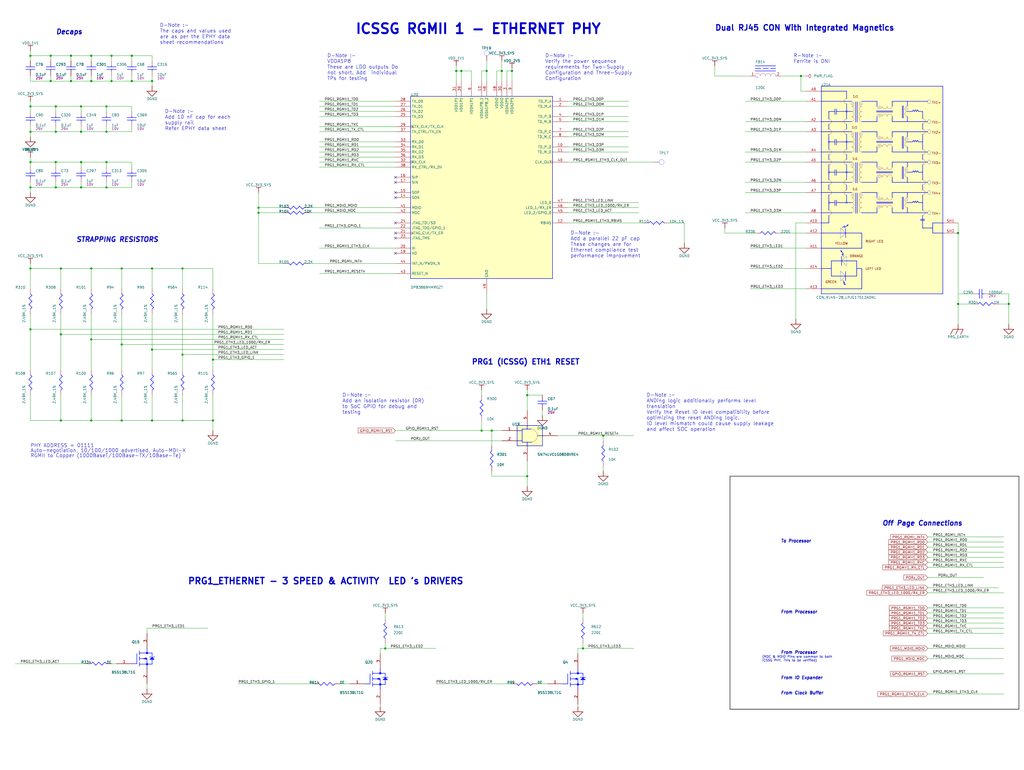
<source format=kicad_sch>
(kicad_sch (version 20231120) (generator "eeschema") (generator_version "8.0")
  (paper "User" 513.08 386.08)
  (lib_symbols
    (symbol "18-altium-import:DGND_SIGNAL_GROUND" (power)
      (property "Reference" "#PWR" (at 0 0 0))
      (property "Value" "DGND" (at 0 6.35 0))
      (symbol "DGND_SIGNAL_GROUND_0_0"
        (pin power_in line (at 0 0 0) (length 0) hide (name "DGND") (number ""))
      )
    )
    (symbol "18-altium-import:PRG_EARTH_EARTH" (power)
      (property "Reference" "#PWR" (at 0 0 0))
      (property "Value" "PRG_EARTH" (at 0 6.35 0))
      (symbol "PRG_EARTH_EARTH_0_0"
        (pin power_in line (at 0 0 0) (length 0) hide (name "PRG_EARTH") (number ""))
      )
    )
    (symbol "18-altium-import:VCC_3V3_SYS_BAR" (power)
      (property "Reference" "#PWR" (at 0 0 0))
      (property "Value" "VCC_3V3_SYS" (at 0 3.81 0))
      (symbol "VCC_3V3_SYS_BAR_0_0"
        (pin power_in line (at 0 0 0) (length 0) hide (name "VCC_3V3_SYS") (number ""))
      )
    )
    (symbol "18-altium-import:VDD_1V1_BAR" (power)
      (property "Reference" "#PWR" (at 0 0 0))
      (property "Value" "VDD_1V1" (at 0 3.81 0))
      (symbol "VDD_1V1_BAR_0_0"
        (pin power_in line (at 0 0 0) (length 0) hide (name "VDD_1V1") (number ""))
      )
    )
    (symbol "18-altium-import:VDD_2V5_BAR" (power)
      (property "Reference" "#PWR" (at 0 0 0))
      (property "Value" "VDD_2V5" (at 0 3.81 0))
      (symbol "VDD_2V5_BAR_0_0"
        (pin power_in line (at 0 0 0) (length 0) hide (name "VDD_2V5") (number ""))
      )
    )
    (symbol "18-altium-import:root_0_CAP_Dup3"
      (symbol "root_0_CAP_Dup3_1_0"
        (pin passive line (at 2.54 2.54 270) (length 2.54) (name "1") (number "1"))
        (pin passive line (at 2.54 -5.08 90) (length 2.54) (name "2") (number "2"))
      )
    )
    (symbol "18-altium-import:root_0_CON_RJ45-28_LPJG17512AONL"
      (symbol "root_0_CON_RJ45-28_LPJG17512AONL_1_0"
        (text "1:1" (at 15.24 -21.336 0) (effects (font (size 1.143 1.143)) (justify left bottom)))
        (text "1:1" (at 15.494 -52.324 0) (effects (font (size 1.143 1.143)) (justify left bottom)))
        (text "1:1" (at 15.494 -37.084 0) (effects (font (size 1.143 1.143)) (justify left bottom)))
        (text "1:1" (at 15.748 -5.842 0) (effects (font (size 1.143 1.143)) (justify left bottom)))
        (text "GREEN" (at 2.032 -98.806 0) (effects (font (size 1.143 1.143)) (justify left bottom)))
        (text "LEFT LED" (at 22.098 -92.202 0) (effects (font (size 1.143 1.143)) (justify left bottom)))
        (text "ORANGE" (at 14.224 -85.852 0) (effects (font (size 1.143 1.143)) (justify left bottom)))
        (text "RIGHT LED" (at 22.098 -78.486 0) (effects (font (size 1.143 1.143)) (justify left bottom)))
        (text "TX1+" (at 55.372 -8.89 0) (effects (font (size 1.143 1.143)) (justify left bottom)))
        (text "TX1-" (at 55.372 -18.796 0) (effects (font (size 1.143 1.143)) (justify left bottom)))
        (text "TX2+" (at 55.372 -23.876 0) (effects (font (size 1.143 1.143)) (justify left bottom)))
        (text "TX2-" (at 55.372 -34.29 0) (effects (font (size 1.143 1.143)) (justify left bottom)))
        (text "TX3+" (at 55.372 -39.116 0) (effects (font (size 1.143 1.143)) (justify left bottom)))
        (text "TX3-" (at 55.372 -49.276 0) (effects (font (size 1.143 1.143)) (justify left bottom)))
        (text "TX4+" (at 55.372 -54.356 0) (effects (font (size 1.143 1.143)) (justify left bottom)))
        (text "TX4-" (at 55.372 -64.516 0) (effects (font (size 1.143 1.143)) (justify left bottom)))
        (text "YELLOW" (at 6.858 -79.502 0) (effects (font (size 1.143 1.143)) (justify left bottom)))
        (pin passive line (at -7.62 -7.62 0) (length 7.62) (name "TD1+_1") (number "A1"))
        (pin power_in line (at -7.62 -68.58 0) (length 7.62) (name "GND") (number "A10"))
        (pin passive line (at -7.62 -81.28 0) (length 7.62) (name "A11") (number "A11"))
        (pin passive line (at -7.62 -73.66 0) (length 7.62) (name "A12") (number "A12"))
        (pin passive line (at -7.62 -101.6 0) (length 7.62) (name "A13") (number "A13"))
        (pin passive line (at -7.62 -91.44 0) (length 7.62) (name "A14") (number "A14"))
        (pin passive line (at -7.62 -17.78 0) (length 7.62) (name "TD1-_1") (number "A2"))
        (pin passive line (at -7.62 -22.86 0) (length 7.62) (name "TD2+_1") (number "A3"))
        (pin passive line (at -7.62 -33.02 0) (length 7.62) (name "TD2-_1") (number "A4"))
        (pin passive line (at -7.62 -38.1 0) (length 7.62) (name "TD3+_1") (number "A5"))
        (pin passive line (at -7.62 -48.26 0) (length 7.62) (name "TD3-_1") (number "A6"))
        (pin passive line (at -7.62 -53.34 0) (length 7.62) (name "TD4+_1") (number "A7"))
        (pin passive line (at -7.62 -63.5 0) (length 7.62) (name "TD4-_1") (number "A8"))
        (pin power_in line (at -7.62 -2.54 0) (length 7.62) (name "VCC") (number "A9"))
        (pin passive line (at 68.58 -68.58 180) (length 7.62) (name "SH1") (number "SH1"))
        (pin passive line (at 68.58 -73.66 180) (length 7.62) (name "SH2") (number "SH2"))
      )
      (symbol "root_0_CON_RJ45-28_LPJG17512AONL_2_0"
        (text "1:1" (at 15.24 -21.336 0) (effects (font (size 1.143 1.143)) (justify left bottom)))
        (text "1:1" (at 15.494 -52.324 0) (effects (font (size 1.143 1.143)) (justify left bottom)))
        (text "1:1" (at 15.494 -37.084 0) (effects (font (size 1.143 1.143)) (justify left bottom)))
        (text "1:1" (at 15.748 -5.842 0) (effects (font (size 1.143 1.143)) (justify left bottom)))
        (text "GREEN" (at 2.032 -98.806 0) (effects (font (size 1.143 1.143)) (justify left bottom)))
        (text "LEFT LED" (at 22.098 -92.202 0) (effects (font (size 1.143 1.143)) (justify left bottom)))
        (text "ORANGE" (at 14.224 -85.852 0) (effects (font (size 1.143 1.143)) (justify left bottom)))
        (text "RIGHT LED" (at 22.098 -78.486 0) (effects (font (size 1.143 1.143)) (justify left bottom)))
        (text "TX1+" (at 55.372 -8.89 0) (effects (font (size 1.143 1.143)) (justify left bottom)))
        (text "TX1-" (at 55.372 -18.796 0) (effects (font (size 1.143 1.143)) (justify left bottom)))
        (text "TX2+" (at 55.372 -23.876 0) (effects (font (size 1.143 1.143)) (justify left bottom)))
        (text "TX2-" (at 55.372 -34.29 0) (effects (font (size 1.143 1.143)) (justify left bottom)))
        (text "TX3+" (at 55.372 -39.116 0) (effects (font (size 1.143 1.143)) (justify left bottom)))
        (text "TX3-" (at 55.372 -49.276 0) (effects (font (size 1.143 1.143)) (justify left bottom)))
        (text "TX4+" (at 55.372 -54.356 0) (effects (font (size 1.143 1.143)) (justify left bottom)))
        (text "TX4-" (at 55.372 -64.516 0) (effects (font (size 1.143 1.143)) (justify left bottom)))
        (text "YELLOW" (at 6.858 -79.502 0) (effects (font (size 1.143 1.143)) (justify left bottom)))
        (pin passive line (at -7.62 -7.62 0) (length 7.62) (name "TD1+_2") (number "B1"))
        (pin power_in line (at -7.62 -68.58 0) (length 7.62) (name "GND") (number "B10"))
        (pin passive line (at -7.62 -81.28 0) (length 7.62) (name "B11") (number "B11"))
        (pin passive line (at -7.62 -73.66 0) (length 7.62) (name "B12") (number "B12"))
        (pin passive line (at -7.62 -101.6 0) (length 7.62) (name "B13") (number "B13"))
        (pin passive line (at -7.62 -91.44 0) (length 7.62) (name "B14") (number "B14"))
        (pin passive line (at -7.62 -17.78 0) (length 7.62) (name "TD1-_2") (number "B2"))
        (pin passive line (at -7.62 -22.86 0) (length 7.62) (name "TD2+_2") (number "B3"))
        (pin passive line (at -7.62 -33.02 0) (length 7.62) (name "TD2-_2") (number "B4"))
        (pin passive line (at -7.62 -38.1 0) (length 7.62) (name "TD3+_2") (number "B5"))
        (pin passive line (at -7.62 -48.26 0) (length 7.62) (name "TD3-_2") (number "B6"))
        (pin passive line (at -7.62 -53.34 0) (length 7.62) (name "TD4+_2") (number "B7"))
        (pin passive line (at -7.62 -63.5 0) (length 7.62) (name "TD4-_2") (number "B8"))
        (pin power_in line (at -7.62 -2.54 0) (length 7.62) (name "VCC") (number "B9"))
        (pin passive line (at 68.58 -68.58 180) (length 7.62) (name "SH3") (number "SH3"))
        (pin passive line (at 68.58 -73.66 180) (length 7.62) (name "SH4") (number "SH4"))
      )
    )
    (symbol "18-altium-import:root_0_DP83869HM_VQFN48"
      (property "Reference" "U20" (at 0 0 0))
      (property "Value" "DP83869HMRGZT" (at 0 -96.52 0))
      (symbol "root_0_DP83869HM_VQFN48_1_0"
        (pin bidirectional line (at 78.74 -2.54 180) (length 7.62) (name "TD_P_A") (number "1"))
        (pin bidirectional line (at 78.74 -25.4 180) (length 7.62) (name "TD_P_D") (number "10"))
        (pin bidirectional line (at 78.74 -27.94 180) (length 7.62) (name "TD_M_D") (number "11"))
        (pin passive line (at 78.74 -63.5 180) (length 7.62) (name "RBIAS") (number "12"))
        (pin power_out line (at 35.56 7.62 270) (length 7.62) (name "VDDA1P8_1") (number "13"))
        (pin output line (at -7.62 -50.8 0) (length 7.62) (name "SON") (number "14"))
        (pin output line (at -7.62 -48.26 0) (length 7.62) (name "SOP") (number "15"))
        (pin input line (at -7.62 -40.64 0) (length 7.62) (name "SIP") (number "16"))
        (pin input line (at -7.62 -43.18 0) (length 7.62) (name "SIN") (number "17"))
        (pin power_in line (at 43.18 7.62 270) (length 7.62) (name "VDDIO") (number "18"))
        (pin output line (at -7.62 -78.74 0) (length 7.62) (name "XO") (number "19"))
        (pin bidirectional line (at 78.74 -5.08 180) (length 7.62) (name "TD_M_A") (number "2"))
        (pin input line (at -7.62 -76.2 0) (length 7.62) (name "XI") (number "20"))
        (pin input clock (at -7.62 -68.58 0) (length 7.62) (name "JTAG_CLK/TX_ER") (number "21"))
        (pin output line (at -7.62 -66.04 0) (length 7.62) (name "JTAG_TDO/GPIO_1") (number "22"))
        (pin passive line (at -7.62 -71.12 0) (length 7.62) (name "JTAG_TMS") (number "23"))
        (pin input line (at -7.62 -63.5 0) (length 7.62) (name "JTAG_TDI/SD") (number "24"))
        (pin passive line (at -7.62 -10.16 0) (length 7.62) (name "TX_D3") (number "25"))
        (pin passive line (at -7.62 -7.62 0) (length 7.62) (name "TX_D2") (number "26"))
        (pin passive line (at -7.62 -5.08 0) (length 7.62) (name "TX_D1") (number "27"))
        (pin passive line (at -7.62 -2.54 0) (length 7.62) (name "TX_D0") (number "28"))
        (pin passive clock (at -7.62 -15.24 0) (length 7.62) (name "GTX_CLK/TX_CLK") (number "29"))
        (pin power_in line (at 48.26 7.62 270) (length 7.62) (name "VDDA2P5") (number "3"))
        (pin power_in line (at 45.72 7.62 270) (length 7.62) (name "VDDIO") (number "30"))
        (pin power_in line (at 22.86 7.62 270) (length 7.62) (name "VDD1P1") (number "31"))
        (pin passive clock (at -7.62 -33.02 0) (length 7.62) (name "RX_CLK") (number "32"))
        (pin passive line (at -7.62 -22.86 0) (length 7.62) (name "RX_D0") (number "33"))
        (pin passive line (at -7.62 -25.4 0) (length 7.62) (name "RX_D1") (number "34"))
        (pin passive line (at -7.62 -27.94 0) (length 7.62) (name "RX_D2") (number "35"))
        (pin passive line (at -7.62 -30.48 0) (length 7.62) (name "RX_D3") (number "36"))
        (pin passive line (at -7.62 -17.78 0) (length 7.62) (name "TX_CTRL/TX_EN") (number "37"))
        (pin passive line (at -7.62 -35.56 0) (length 7.62) (name "RX_CTRL/RX_DV") (number "38"))
        (pin power_in line (at 25.4 7.62 270) (length 7.62) (name "VDD1P1") (number "39"))
        (pin bidirectional line (at 78.74 -10.16 180) (length 7.62) (name "TD_P_B") (number "4"))
        (pin output clock (at 78.74 -33.02 180) (length 7.62) (name "CLK_OUT") (number "40"))
        (pin passive line (at -7.62 -55.88 0) (length 7.62) (name "MDIO") (number "41"))
        (pin passive line (at -7.62 -58.42 0) (length 7.62) (name "MDC") (number "42"))
        (pin passive line (at -7.62 -88.9 0) (length 7.62) (name "RESET_N") (number "43"))
        (pin passive line (at -7.62 -83.82 0) (length 7.62) (name "INT_N/PWDN_N") (number "44"))
        (pin passive line (at 78.74 -58.42 180) (length 7.62) (name "LED_2/GPIO_0") (number "45"))
        (pin passive line (at 78.74 -55.88 180) (length 7.62) (name "LED_1/RX_ER") (number "46"))
        (pin passive line (at 78.74 -53.34 180) (length 7.62) (name "LED_0") (number "47"))
        (pin passive line (at 38.1 7.62 270) (length 7.62) (name "VDDA1P8_2") (number "48"))
        (pin power_in line (at 38.1 -99.06 90) (length 7.62) (name "GND") (number "49"))
        (pin bidirectional line (at 78.74 -12.7 180) (length 7.62) (name "TD_M_B") (number "5"))
        (pin power_in line (at 30.48 7.62 270) (length 7.62) (name "VDDA1P1") (number "6"))
        (pin bidirectional line (at 78.74 -17.78 180) (length 7.62) (name "TD_P_C") (number "7"))
        (pin bidirectional line (at 78.74 -20.32 180) (length 7.62) (name "TD_M_C") (number "8"))
        (pin power_in line (at 50.8 7.62 270) (length 7.62) (name "VDDA2P5") (number "9"))
      )
    )
    (symbol "18-altium-import:root_0_MOSFET_BSS138LT1G"
      (symbol "root_0_MOSFET_BSS138LT1G_1_0"
        (pin passive line (at -7.62 -7.62 0) (length 7.62) (name "G") (number "1"))
        (pin passive line (at 7.62 -17.78 90) (length 7.62) (name "S") (number "2"))
        (pin passive line (at 7.62 7.62 270) (length 7.62) (name "D") (number "3"))
      )
    )
    (symbol "18-altium-import:root_0_RESISTOR_Dup6"
      (symbol "root_0_RESISTOR_Dup6_1_0"
        (pin passive line (at 2.54 2.54 270) (length 2.54) (name "1") (number "1"))
        (pin passive line (at 2.54 -10.16 90) (length 2.54) (name "2") (number "2"))
      )
    )
    (symbol "18-altium-import:root_0_SN74LVC1G08DBVRE4_SOT23-5"
      (symbol "root_0_SN74LVC1G08DBVRE4_SOT23-5_1_0"
        (pin input line (at -7.62 -2.54 0) (length 7.62) (name "A") (number "1"))
        (pin input line (at -7.62 -7.62 0) (length 7.62) (name "B") (number "2"))
        (pin power_in line (at 5.08 -17.78 90) (length 7.62) (name "GND") (number "3"))
        (pin output line (at 20.32 -5.08 180) (length 7.62) (name "Y") (number "4"))
        (pin power_in line (at 5.08 7.62 270) (length 7.62) (name "VCC") (number "5"))
      )
    )
    (symbol "18-altium-import:root_0_mirrored_RESISTOR_Dup6"
      (symbol "root_0_mirrored_RESISTOR_Dup6_1_0"
        (pin passive line (at -2.54 2.54 270) (length 2.54) (name "1") (number "1"))
        (pin passive line (at -2.54 -10.16 90) (length 2.54) (name "2") (number "2"))
      )
    )
    (symbol "18-altium-import:root_1_CAP_Dup3"
      (symbol "root_1_CAP_Dup3_1_0"
        (pin passive line (at -2.54 2.54 0) (length 2.54) (name "1") (number "1"))
        (pin passive line (at 5.08 2.54 180) (length 2.54) (name "2") (number "2"))
      )
    )
    (symbol "18-altium-import:root_1_INDUCTOR_FERRITE"
      (symbol "root_1_INDUCTOR_FERRITE_1_0"
        (pin passive line (at -2.54 2.54 0) (length 2.54) (name "1") (number "1"))
        (pin passive line (at 12.7 2.54 180) (length 2.54) (name "2") (number "2"))
      )
    )
    (symbol "18-altium-import:root_1_RESISTOR_Dup5"
      (symbol "root_1_RESISTOR_Dup5_1_0"
        (pin passive line (at -2.54 2.54 0) (length 2.54) (name "1") (number "1"))
        (pin passive line (at 10.16 2.54 180) (length 2.54) (name "2") (number "2"))
      )
    )
    (symbol "18-altium-import:root_1_RESISTOR_Dup6"
      (symbol "root_1_RESISTOR_Dup6_1_0"
        (pin passive line (at -2.54 2.54 0) (length 2.54) (name "1") (number "1"))
        (pin passive line (at 10.16 2.54 180) (length 2.54) (name "2") (number "2"))
      )
    )
    (symbol "18-altium-import:root_1_mirrored_RESISTOR_Dup6"
      (symbol "root_1_mirrored_RESISTOR_Dup6_1_0"
        (pin passive line (at 2.54 2.54 180) (length 2.54) (name "1") (number "1"))
        (pin passive line (at -10.16 2.54 0) (length 2.54) (name "2") (number "2"))
      )
    )
    (symbol "18-altium-import:root_2_RESISTOR_Dup6"
      (symbol "root_2_RESISTOR_Dup6_1_0"
        (pin passive line (at -2.54 -2.54 90) (length 2.54) (name "1") (number "1"))
        (pin passive line (at -2.54 10.16 270) (length 2.54) (name "2") (number "2"))
      )
    )
    (symbol "18-altium-import:root_2_TESTPOINT"
      (symbol "root_2_TESTPOINT_1_0"
        (pin passive line (at -5.08 2.54 0) (length 2.54) (name "TP") (number "1"))
      )
    )
    (symbol "18-altium-import:root_3_RESISTOR_Dup5"
      (symbol "root_3_RESISTOR_Dup5_1_0"
        (pin passive line (at 2.54 -2.54 180) (length 2.54) (name "1") (number "1"))
        (pin passive line (at -10.16 -2.54 0) (length 2.54) (name "2") (number "2"))
      )
    )
    (symbol "18-altium-import:root_3_RESISTOR_Dup6"
      (symbol "root_3_RESISTOR_Dup6_1_0"
        (pin passive line (at 2.54 -2.54 180) (length 2.54) (name "1") (number "1"))
        (pin passive line (at -10.16 -2.54 0) (length 2.54) (name "2") (number "2"))
      )
    )
    (symbol "18-altium-import:root_3_TESTPOINT"
      (symbol "root_3_TESTPOINT_1_0"
        (pin passive line (at -2.54 -5.08 90) (length 2.54) (name "TP") (number "1"))
      )
    )
    (symbol "18-altium-import:root_3_mirrored_RESISTOR_Dup6"
      (symbol "root_3_mirrored_RESISTOR_Dup6_1_0"
        (pin passive line (at -2.54 -2.54 0) (length 2.54) (name "1") (number "1"))
        (pin passive line (at 10.16 -2.54 180) (length 2.54) (name "2") (number "2"))
      )
    )
    (symbol "power:PWR_FLAG" (power) (pin_numbers hide) (pin_names (offset 0) hide)
      (property "Value" "PWR_FLAG" (at 0 3.81 0))
      (symbol "PWR_FLAG_0_0"
        (pin power_out line (at 0 0 90) (length 0) (name "~") (number "1"))
      )
    )
  )
  (junction (at 55.88 27.94))
  (junction (at 231.14 35.56))
  (junction (at 45.72 210.82))
  (junction (at 30.48 134.62))
  (junction (at 129.54 106.68))
  (junction (at 129.54 104.14))
  (junction (at 60.96 210.82))
  (junction (at 505.46 152.4))
  (junction (at 53.34 81.28))
  (junction (at 193.04 325.12))
  (junction (at 302.26 218.44))
  (junction (at 35.56 27.94))
  (junction (at 55.88 40.64))
  (junction (at 30.48 210.82))
  (junction (at 76.2 175.26))
  (junction (at 15.24 27.94))
  (junction (at 241.3 215.9))
  (junction (at 264.16 198.12))
  (junction (at 45.72 170.18))
  (junction (at 246.38 215.9))
  (junction (at 256.54 35.56))
  (junction (at 66.04 40.64))
  (junction (at 45.72 40.64))
  (junction (at 292.1 325.12))
  (junction (at 106.68 180.34))
  (junction (at 27.94 66.04))
  (junction (at 60.96 134.62))
  (junction (at 40.64 81.28))
  (junction (at 15.24 134.62))
  (junction (at 76.2 210.82))
  (junction (at 25.4 40.64))
  (junction (at 106.68 210.82))
  (junction (at 15.24 81.28))
  (junction (at 91.44 210.82))
  (junction (at 76.2 40.64))
  (junction (at 27.94 93.98))
  (junction (at 264.16 238.76))
  (junction (at 40.64 93.98))
  (junction (at 60.96 172.72))
  (junction (at 15.24 53.34))
  (junction (at 15.24 93.98))
  (junction (at 53.34 93.98))
  (junction (at 91.44 134.62))
  (junction (at 243.84 35.56))
  (junction (at 40.64 53.34))
  (junction (at 30.48 167.64))
  (junction (at 401.32 38.1))
  (junction (at 35.56 40.64))
  (junction (at 27.94 81.28))
  (junction (at 15.24 165.1))
  (junction (at 66.04 27.94))
  (junction (at 25.4 27.94))
  (junction (at 91.44 177.8))
  (junction (at 480.06 116.84))
  (junction (at 251.46 35.56))
  (junction (at 40.64 66.04))
  (junction (at 76.2 134.62))
  (junction (at 45.72 27.94))
  (junction (at 27.94 53.34))
  (junction (at 15.24 66.04))
  (junction (at 480.06 152.4))
  (junction (at 53.34 53.34))
  (junction (at 45.72 134.62))
  (junction (at 228.6 35.56))
  (junction (at 53.34 66.04))
  (no_connect (at 198.12 96.52))
  (no_connect (at 198.12 116.84))
  (no_connect (at 198.12 119.38))
  (no_connect (at 198.12 127))
  (no_connect (at 198.12 91.44))
  (no_connect (at 198.12 88.9))
  (no_connect (at 198.12 111.76))
  (no_connect (at 198.12 99.06))
  (wire (pts (xy 27.94 83.82) (xy 27.94 81.28)))
  (wire (pts (xy 15.24 134.62) (xy 30.48 134.62)))
  (wire (pts (xy 358.14 38.1) (xy 358.14 33.02)))
  (wire (pts (xy 15.24 53.34) (xy 15.24 50.8)))
  (wire (pts (xy 401.32 45.72) (xy 401.32 38.1)))
  (wire (pts (xy 40.64 66.04) (xy 53.34 66.04)))
  (wire (pts (xy 55.88 27.94) (xy 66.04 27.94)))
  (wire (pts (xy 231.14 40.64) (xy 231.14 35.56)))
  (wire (pts (xy 342.9 121.92) (xy 342.9 111.76)))
  (wire (pts (xy 314.96 50.8) (xy 284.48 50.8)))
  (wire (pts (xy 55.88 40.64) (xy 66.04 40.64)))
  (wire (pts (xy 15.24 27.94) (xy 25.4 27.94)))
  (wire (pts (xy 142.24 165.1) (xy 15.24 165.1)))
  (wire (pts (xy 243.84 35.56) (xy 243.84 30.48)))
  (wire (pts (xy 198.12 76.2) (xy 160.02 76.2)))
  (wire (pts (xy 314.96 53.34) (xy 284.48 53.34)))
  (wire (pts (xy 500.38 294.64) (xy 464.82 294.64)))
  (wire (pts (xy 198.12 53.34) (xy 160.02 53.34)))
  (wire (pts (xy 322.58 111.76) (xy 284.48 111.76)))
  (wire (pts (xy 15.24 144.78) (xy 15.24 134.62)))
  (wire (pts (xy 502.92 307.34) (xy 464.82 307.34)))
  (wire (pts (xy 142.24 106.68) (xy 129.54 106.68)))
  (wire (pts (xy 292.1 309.88) (xy 292.1 307.34)))
  (wire (pts (xy 45.72 38.1) (xy 45.72 40.64)))
  (wire (pts (xy 45.72 40.64) (xy 55.88 40.64)))
  (wire (pts (xy 403.86 124.46) (xy 375.92 124.46)))
  (wire (pts (xy 35.56 30.48) (xy 35.56 27.94)))
  (wire (pts (xy 27.94 81.28) (xy 40.64 81.28)))
  (wire (pts (xy 76.2 144.78) (xy 76.2 134.62)))
  (wire (pts (xy 314.96 60.96) (xy 284.48 60.96)))
  (wire (pts (xy 502.92 337.82) (xy 464.82 337.82)))
  (wire (pts (xy 60.96 210.82) (xy 60.96 198.12)))
  (wire (pts (xy 193.04 325.12) (xy 193.04 322.58)))
  (wire (pts (xy 246.38 215.9) (xy 251.46 215.9)))
  (wire (pts (xy 264.16 243.84) (xy 264.16 238.76)))
  (wire (pts (xy 243.84 154.94) (xy 243.84 147.32)))
  (wire (pts (xy 256.54 40.64) (xy 256.54 35.56)))
  (wire (pts (xy 15.24 83.82) (xy 15.24 81.28)))
  (wire (pts (xy 302.26 218.44) (xy 317.5 218.44)))
  (wire (pts (xy 502.92 312.42) (xy 464.82 312.42)))
  (wire (pts (xy 30.48 185.42) (xy 30.48 167.64)))
  (wire (pts (xy 505.46 152.4) (xy 505.46 147.32)))
  (wire (pts (xy 15.24 68.58) (xy 15.24 66.04)))
  (wire (pts (xy 40.64 55.88) (xy 40.64 53.34)))
  (wire (pts (xy 198.12 81.28) (xy 160.02 81.28)))
  (wire (pts (xy 25.4 30.48) (xy 25.4 27.94)))
  (wire (pts (xy 45.72 40.64) (xy 35.56 40.64)))
  (wire (pts (xy 198.12 63.5) (xy 160.02 63.5)))
  (wire (pts (xy 53.34 66.04) (xy 66.04 66.04)))
  (wire (pts (xy 502.92 274.32) (xy 464.82 274.32)))
  (wire (pts (xy 302.26 220.98) (xy 302.26 218.44)))
  (wire (pts (xy 45.72 27.94) (xy 45.72 30.48)))
  (wire (pts (xy 403.86 66.04) (xy 373.38 66.04)))
  (wire (pts (xy 198.12 66.04) (xy 160.02 66.04)))
  (wire (pts (xy 15.24 93.98) (xy 15.24 91.44)))
  (wire (pts (xy 15.24 198.12) (xy 15.24 210.82)))
  (wire (pts (xy 502.92 330.2) (xy 464.82 330.2)))
  (wire (pts (xy 60.96 134.62) (xy 76.2 134.62)))
  (wire (pts (xy 403.86 144.78) (xy 375.92 144.78)))
  (wire (pts (xy 480.06 116.84) (xy 480.06 111.76)))
  (wire (pts (xy 241.3 215.9) (xy 241.3 210.82)))
  (wire (pts (xy 403.86 106.68) (xy 373.38 106.68)))
  (wire (pts (xy 30.48 167.64) (xy 30.48 157.48)))
  (wire (pts (xy 91.44 198.12) (xy 91.44 210.82)))
  (wire (pts (xy 198.12 104.14) (xy 154.94 104.14)))
  (wire (pts (xy 198.12 137.16) (xy 160.02 137.16)))
  (wire (pts (xy 91.44 134.62) (xy 106.68 134.62)))
  (wire (pts (xy 502.92 325.12) (xy 464.82 325.12)))
  (wire (pts (xy 314.96 73.66) (xy 284.48 73.66)))
  (wire (pts (xy 91.44 177.8) (xy 91.44 157.48)))
  (wire (pts (xy 403.86 60.96) (xy 373.38 60.96)))
  (wire (pts (xy 403.86 45.72) (xy 401.32 45.72)))
  (wire (pts (xy 45.72 210.82) (xy 60.96 210.82)))
  (wire (pts (xy 198.12 71.12) (xy 160.02 71.12)))
  (wire (pts (xy 248.92 40.64) (xy 248.92 35.56)))
  (wire (pts (xy 314.96 66.04) (xy 284.48 66.04)))
  (wire (pts (xy 289.56 327.66) (xy 289.56 325.12)))
  (wire (pts (xy 129.54 106.68) (xy 129.54 104.14)))
  (wire (pts (xy 53.34 93.98) (xy 66.04 93.98)))
  (wire (pts (xy 91.44 210.82) (xy 106.68 210.82)))
  (wire (pts (xy 289.56 354.33) (xy 289.56 353.06)))
  (wire (pts (xy 502.92 317.5) (xy 464.82 317.5)))
  (wire (pts (xy 256.54 35.56) (xy 254 35.56)))
  (wire (pts (xy 198.12 58.42) (xy 160.02 58.42)))
  (wire (pts (xy 378.46 116.84) (xy 363.22 116.84)))
  (wire (pts (xy 40.64 83.82) (xy 40.64 81.28)))
  (wire (pts (xy 45.72 27.94) (xy 55.88 27.94)))
  (wire (pts (xy 248.92 35.56) (xy 251.46 35.56)))
  (wire (pts (xy 76.2 40.64) (xy 76.2 38.1)))
  (wire (pts (xy 53.34 53.34) (xy 66.04 53.34)))
  (wire (pts (xy 271.78 198.12) (xy 264.16 198.12)))
  (wire (pts (xy 241.3 198.12) (xy 241.3 195.58)))
  (wire (pts (xy 264.16 198.12) (xy 264.16 195.58)))
  (wire (pts (xy 55.88 30.48) (xy 55.88 27.94)))
  (wire (pts (xy 76.2 134.62) (xy 91.44 134.62)))
  (wire (pts (xy 314.96 58.42) (xy 284.48 58.42)))
  (wire (pts (xy 190.5 325.12) (xy 193.04 325.12)))
  (wire (pts (xy 91.44 144.78) (xy 91.44 134.62)))
  (wire (pts (xy 129.54 104.14) (xy 129.54 96.52)))
  (wire (pts (xy 246.38 238.76) (xy 246.38 236.22)))
  (wire (pts (xy 106.68 180.34) (xy 106.68 157.48)))
  (wire (pts (xy 53.34 81.28) (xy 66.04 81.28)))
  (wire (pts (xy 363.22 116.84) (xy 363.22 114.3)))
  (wire (pts (xy 403.86 116.84) (xy 391.16 116.84)))
  (wire (pts (xy 198.12 124.46) (xy 160.02 124.46)))
  (wire (pts (xy 27.94 93.98) (xy 27.94 91.44)))
  (wire (pts (xy 91.44 177.8) (xy 142.24 177.8)))
  (wire (pts (xy 15.24 81.28) (xy 15.24 78.74)))
  (wire (pts (xy 35.56 40.64) (xy 35.56 38.1)))
  (wire (pts (xy 27.94 66.04) (xy 40.64 66.04)))
  (wire (pts (xy 129.54 132.08) (xy 129.54 106.68)))
  (wire (pts (xy 142.24 175.26) (xy 76.2 175.26)))
  (wire (pts (xy 487.68 147.32) (xy 480.06 147.32)))
  (wire (pts (xy 231.14 35.56) (xy 228.6 35.56)))
  (wire (pts (xy 73.66 314.96) (xy 73.66 317.5)))
  (wire (pts (xy 66.04 53.34) (xy 66.04 55.88)))
  (wire (pts (xy 502.92 271.78) (xy 464.82 271.78)))
  (wire (pts (xy 15.24 185.42) (xy 15.24 165.1)))
  (wire (pts (xy 40.64 93.98) (xy 40.64 91.44)))
  (wire (pts (xy 30.48 210.82) (xy 30.48 198.12)))
  (wire (pts (xy 403.86 134.62) (xy 375.92 134.62)))
  (wire (pts (xy 246.38 223.52) (xy 246.38 215.9)))
  (wire (pts (xy 502.92 269.24) (xy 464.82 269.24)))
  (wire (pts (xy 403.86 81.28) (xy 373.38 81.28)))
  (wire (pts (xy 15.24 81.28) (xy 27.94 81.28)))
  (wire (pts (xy 73.66 345.44) (xy 73.66 342.9)))
  (wire (pts (xy 398.78 111.76) (xy 398.78 160.02)))
  (wire (pts (xy 256.54 342.9) (xy 218.44 342.9)))
  (wire (pts (xy 502.92 314.96) (xy 464.82 314.96)))
  (wire (pts (xy 15.24 66.04) (xy 27.94 66.04)))
  (wire (pts (xy 198.12 215.9) (xy 241.3 215.9)))
  (wire (pts (xy 40.64 81.28) (xy 53.34 81.28)))
  (wire (pts (xy 142.24 170.18) (xy 45.72 170.18)))
  (wire (pts (xy 76.2 175.26) (xy 76.2 157.48)))
  (wire (pts (xy 60.96 144.78) (xy 60.96 134.62)))
  (wire (pts (xy 292.1 325.12) (xy 292.1 322.58)))
  (wire (pts (xy 40.64 53.34) (xy 53.34 53.34)))
  (wire (pts (xy 45.72 134.62) (xy 60.96 134.62)))
  (wire (pts (xy 60.96 210.82) (xy 76.2 210.82)))
  (wire (pts (xy 91.44 185.42) (xy 91.44 177.8)))
  (wire (pts (xy 198.12 83.82) (xy 160.02 83.82)))
  (wire (pts (xy 502.92 297.18) (xy 464.82 297.18)))
  (wire (pts (xy 198.12 78.74) (xy 160.02 78.74)))
  (wire (pts (xy 15.24 210.82) (xy 30.48 210.82)))
  (wire (pts (xy 53.34 66.04) (xy 53.34 63.5)))
  (wire (pts (xy 142.24 167.64) (xy 30.48 167.64)))
  (wire (pts (xy 53.34 55.88) (xy 53.34 53.34)))
  (wire (pts (xy 15.24 40.64) (xy 15.24 38.1)))
  (wire (pts (xy 480.06 147.32) (xy 480.06 116.84)))
  (wire (pts (xy 505.46 152.4) (xy 500.38 152.4)))
  (wire (pts (xy 43.18 332.74) (xy 7.62 332.74)))
  (wire (pts (xy 25.4 27.94) (xy 35.56 27.94)))
  (wire (pts (xy 190.5 354.33) (xy 190.5 353.06)))
  (wire (pts (xy 228.6 40.64) (xy 228.6 35.56)))
  (wire (pts (xy 45.72 170.18) (xy 45.72 157.48)))
  (wire (pts (xy 502.92 276.86) (xy 464.82 276.86)))
  (wire (pts (xy 66.04 40.64) (xy 66.04 38.1)))
  (wire (pts (xy 53.34 83.82) (xy 53.34 81.28)))
  (wire (pts (xy 251.46 40.64) (xy 251.46 35.56)))
  (wire (pts (xy 198.12 132.08) (xy 154.94 132.08)))
  (wire (pts (xy 502.92 309.88) (xy 464.82 309.88)))
  (wire (pts (xy 241.3 35.56) (xy 243.84 35.56)))
  (wire (pts (xy 264.16 238.76) (xy 264.16 231.14)))
  (wire (pts (xy 106.68 134.62) (xy 106.68 144.78)))
  (wire (pts (xy 198.12 106.68) (xy 154.94 106.68)))
  (wire (pts (xy 502.92 279.4) (xy 464.82 279.4)))
  (wire (pts (xy 106.68 215.9) (xy 106.68 210.82)))
  (wire (pts (xy 30.48 144.78) (xy 30.48 134.62)))
  (wire (pts (xy 45.72 185.42) (xy 45.72 170.18)))
  (wire (pts (xy 66.04 27.94) (xy 76.2 27.94)))
  (wire (pts (xy 401.32 38.1) (xy 391.16 38.1)))
  (wire (pts (xy 66.04 40.64) (xy 76.2 40.64)))
  (wire (pts (xy 15.24 165.1) (xy 15.24 157.48)))
  (wire (pts (xy 302.26 236.22) (xy 302.26 233.68)))
  (wire (pts (xy 492.76 289.56) (xy 464.82 289.56)))
  (wire (pts (xy 403.86 91.44) (xy 373.38 91.44)))
  (wire (pts (xy 15.24 27.94) (xy 15.24 25.4)))
  (wire (pts (xy 35.56 40.64) (xy 25.4 40.64)))
  (wire (pts (xy 254 35.56) (xy 254 40.64)))
  (wire (pts (xy 292.1 325.12) (xy 317.5 325.12)))
  (wire (pts (xy 60.96 172.72) (xy 60.96 157.48)))
  (wire (pts (xy 243.84 40.64) (xy 243.84 35.56)))
  (wire (pts (xy 256.54 35.56) (xy 256.54 34.29)))
  (wire (pts (xy 320.04 106.68) (xy 284.48 106.68)))
  (wire (pts (xy 66.04 30.48) (xy 66.04 27.94)))
  (wire (pts (xy 15.24 55.88) (xy 15.24 53.34)))
  (wire (pts (xy 241.3 40.64) (xy 241.3 35.56)))
  (wire (pts (xy 30.48 210.82) (xy 45.72 210.82)))
  (wire (pts (xy 142.24 180.34) (xy 106.68 180.34)))
  (wire (pts (xy 198.12 114.3) (xy 160.02 114.3)))
  (wire (pts (xy 27.94 55.88) (xy 27.94 53.34)))
  (wire (pts (xy 15.24 134.62) (xy 15.24 132.08)))
  (wire (pts (xy 502.92 281.94) (xy 464.82 281.94)))
  (wire (pts (xy 27.94 93.98) (xy 40.64 93.98)))
  (wire (pts (xy 327.66 81.28) (xy 284.48 81.28)))
  (wire (pts (xy 264.16 205.74) (xy 264.16 198.12)))
  (wire (pts (xy 45.72 210.82) (xy 45.72 198.12)))
  (wire (pts (xy 480.06 152.4) (xy 480.06 147.32)))
  (wire (pts (xy 502.92 304.8) (xy 464.82 304.8)))
  (wire (pts (xy 76.2 43.18) (xy 76.2 40.64)))
  (wire (pts (xy 15.24 53.34) (xy 27.94 53.34)))
  (wire (pts (xy 289.56 325.12) (xy 292.1 325.12)))
  (wire (pts (xy 40.64 93.98) (xy 53.34 93.98)))
  (wire (pts (xy 15.24 96.52) (xy 15.24 93.98)))
  (wire (pts (xy 35.56 27.94) (xy 45.72 27.94)))
  (wire (pts (xy 193.04 309.88) (xy 193.04 307.34)))
  (wire (pts (xy 403.86 96.52) (xy 373.38 96.52)))
  (wire (pts (xy 76.2 210.82) (xy 91.44 210.82)))
  (wire (pts (xy 251.46 220.98) (xy 198.12 220.98)))
  (wire (pts (xy 76.2 210.82) (xy 76.2 198.12)))
  (wire (pts (xy 193.04 325.12) (xy 218.44 325.12)))
  (wire (pts (xy 142.24 132.08) (xy 129.54 132.08)))
  (wire (pts (xy 279.4 218.44) (xy 302.26 218.44)))
  (wire (pts (xy 502.92 347.98) (xy 464.82 347.98)))
  (wire (pts (xy 375.92 38.1) (xy 358.14 38.1)))
  (wire (pts (xy 66.04 81.28) (xy 66.04 83.82)))
  (wire (pts (xy 157.48 342.9) (xy 119.38 342.9)))
  (wire (pts (xy 142.24 172.72) (xy 60.96 172.72)))
  (wire (pts (xy 106.68 210.82) (xy 106.68 198.12)))
  (wire (pts (xy 40.64 66.04) (xy 40.64 63.5)))
  (wire (pts (xy 66.04 93.98) (xy 66.04 91.44)))
  (wire (pts (xy 53.34 93.98) (xy 53.34 91.44)))
  (wire (pts (xy 142.24 104.14) (xy 129.54 104.14)))
  (wire (pts (xy 264.16 238.76) (xy 246.38 238.76)))
  (wire (pts (xy 505.46 147.32) (xy 495.3 147.32)))
  (wire (pts (xy 25.4 40.64) (xy 15.24 40.64)))
  (wire (pts (xy 76.2 185.42) (xy 76.2 175.26)))
  (wire (pts (xy 104.14 314.96) (xy 73.66 314.96)))
  (wire (pts (xy 15.24 30.48) (xy 15.24 27.94)))
  (wire (pts (xy 27.94 66.04) (xy 27.94 63.5)))
  (wire (pts (xy 198.12 50.8) (xy 160.02 50.8)))
  (wire (pts (xy 27.94 53.34) (xy 40.64 53.34)))
  (wire (pts (xy 55.88 40.64) (xy 55.88 38.1)))
  (wire (pts (xy 30.48 134.62) (xy 45.72 134.62)))
  (wire (pts (xy 320.04 101.6) (xy 284.48 101.6)))
  (wire (pts (xy 480.06 162.56) (xy 480.06 152.4)))
  (wire (pts (xy 15.24 66.04) (xy 15.24 63.5)))
  (wire (pts (xy 76.2 27.94) (xy 76.2 30.48)))
  (wire (pts (xy 274.32 342.9) (xy 269.24 342.9)))
  (wire (pts (xy 403.86 50.8) (xy 373.38 50.8)))
  (wire (pts (xy 314.96 68.58) (xy 284.48 68.58)))
  (wire (pts (xy 401.32 38.1) (xy 403.86 38.1)))
  (wire (pts (xy 403.86 76.2) (xy 373.38 76.2)))
  (wire (pts (xy 190.5 327.66) (xy 190.5 325.12)))
  (wire (pts (xy 198.12 55.88) (xy 160.02 55.88)))
  (wire (pts (xy 505.46 162.56) (xy 505.46 152.4)))
  (wire (pts (xy 58.42 332.74) (xy 55.88 332.74)))
  (wire (pts (xy 251.46 35.56) (xy 251.46 30.48)))
  (wire (pts (xy 228.6 35.56) (xy 228.6 33.02)))
  (wire (pts (xy 45.72 144.78) (xy 45.72 134.62)))
  (wire (pts (xy 314.96 76.2) (xy 284.48 76.2)))
  (wire (pts (xy 66.04 66.04) (xy 66.04 63.5)))
  (wire (pts (xy 487.68 152.4) (xy 480.06 152.4)))
  (wire (pts (xy 236.22 40.64) (xy 236.22 35.56)))
  (wire (pts (xy 106.68 185.42) (xy 106.68 180.34)))
  (wire (pts (xy 403.86 111.76) (xy 398.78 111.76)))
  (wire (pts (xy 25.4 40.64) (xy 25.4 38.1)))
  (wire (pts (xy 342.9 111.76) (xy 335.28 111.76)))
  (wire (pts (xy 60.96 185.42) (xy 60.96 172.72)))
  (wire (pts (xy 502.92 284.48) (xy 464.82 284.48)))
  (wire (pts (xy 241.3 215.9) (xy 246.38 215.9)))
  (wire (pts (xy 198.12 73.66) (xy 160.02 73.66)))
  (wire (pts (xy 236.22 35.56) (xy 231.14 35.56)))
  (wire (pts (xy 320.04 104.14) (xy 284.48 104.14)))
  (wire (pts (xy 15.24 93.98) (xy 27.94 93.98)))
  (wire (pts (xy 271.78 205.74) (xy 271.78 208.28)))
  (wire (pts (xy 175.26 342.9) (xy 170.18 342.9)))
  (rectangle (start 510.54 238.76) (end 365.76 355.6) (stroke (width 0.254) (color 0 0 0 1)))
  (text_box "D-Note :-\nThe caps and values used\nare as per the EPHY data\nsheet recommendations" (at 128.524 24.384 0) (size -49.784 -14.224) (stroke (width -0.0001) (color 0 0 0 1)) (effects (font (size 1.778 1.778)) (justify left top)))
  (text_box "D-Note :-\nVerify the power sequence\nrequirements for Two-Supply\nConfiguration and Three-Supply\nConfiguration" (at 333.756 43.18 0) (size -61.976 -17.78) (stroke (width -0.0001) (color 0 0 0 1)) (effects (font (size 1.778 1.778)) (justify left top)))
  (text_box "R-Note :-\nFerrite is DNI" (at 425.704 32.512 0) (size -29.464 -7.112) (stroke (width -0.0001) (color 0 0 0 1)) (effects (font (size 1.778 1.778)) (justify left top)))
  (text_box "D-Note :-\nVDDA1P8\nThese are LDO outputs Do\nnot short. Add  individual\nTPs for testing" (at 216.408 43.18 0) (size -53.848 -17.78) (stroke (width -0.0001) (color 0 0 0 1)) (effects (font (size 1.778 1.778)) (justify left top)))
  (text_box "D-Note :-\nANDing logic additionally performs level\ntranslation \nVerify the Reset IO level compatibility before\noptimizing the reset ANDing logic.\nIO level mismatch could cause supply leakage\nand affect SOC operation" (at 417.068 220.472 0) (size -94.488 -24.892) (stroke (width -0.0001) (color 0 0 0 1)) (effects (font (size 1.778 1.778)) (justify left top)))
  (text_box "D-Note :-\nAdd 10 nF cap for each\nsupply rail \nRefer EPHY data sheet" (at 127 67.564 0) (size -45.72 -14.224) (stroke (width -0.0001) (color 0 0 0 1)) (effects (font (size 1.778 1.778)) (justify left top)))
  (text_box "D-Note :-\nAdd a parallel 22 pF cap\nThese changes are for\nEthernet compliance test\nperformance improvement" (at 334.264 132.08 0) (size -49.784 -17.78) (stroke (width -0.0001) (color 0 0 0 1)) (effects (font (size 1.778 1.778)) (justify left top)))
  (text_box "D-Note :-\nAdd an isolation resistor (0R)\nto SoC GPIO for debug and\ntesting" (at 232.156 209.804 0) (size -61.976 -14.224) (stroke (width -0.0001) (color 0 0 0 1)) (effects (font (size 1.778 1.778)) (justify left top)))
  (text_box "(MDC & MDIO Pins are common to both\nICSSG PHY, This to be verified)" (at 425.958 332.232 0) (size -44.958 -4.572) (stroke (width -0.0001) (color 0 0 0 1)) (effects (font (size 1.143 1.143)) (justify left top)))
  (text "To Processor" (at 391.16 272.288 0) (effects (font (size 1.524 1.524) (bold yes) (italic yes)) (justify left bottom)))
  (text "Auto-negotiation, 10/100/1000 advertised, Auto-MDI-X" (at 15.24 227.076 0) (effects (font (size 1.778 1.778)) (justify left bottom)))
  (text "From Processor" (at 391.16 307.848 0) (effects (font (size 1.524 1.524) (bold yes) (italic yes)) (justify left bottom)))
  (text "RGMII to Copper (1000BaseT/100Base-TX/10Base-Te)" (at 15.24 229.616 0) (effects (font (size 1.778 1.778)) (justify left bottom)))
  (text "ICSSG RGMII 1 - ETHERNET PHY" (at 177.8 17.526 0) (effects (font (size 4.953 4.953) (bold yes)) (justify left bottom)))
  (text "PRG1_ETHERNET - 3 SPEED & ACTIVITY  LED 's DRIVERS" (at 93.98 293.37 0) (effects (font (size 3.175 3.175) (bold yes)) (justify left bottom)))
  (text "PHY ADDRESS = 01111" (at 15.24 224.536 0) (effects (font (size 1.778 1.778)) (justify left bottom)))
  (text "Dual RJ45 CON With Integrated Magnetics" (at 358.14 15.748 0) (effects (font (size 2.794 2.794) (bold yes)) (justify left bottom)))
  (text "PRG1 (ICSSG) ETH1 RESET" (at 236.22 183.134 0) (effects (font (size 2.667 2.667) (bold yes)) (justify left bottom)))
  (text "From IO Expander" (at 391.16 340.868 0) (effects (font (size 1.524 1.524) (bold yes) (italic yes)) (justify left bottom)))
  (text "Decaps" (at 27.94 17.526 0) (effects (font (size 2.413 2.413) (bold yes) (italic yes)) (justify left bottom)))
  (text "From Clock Buffer" (at 391.16 348.488 0) (effects (font (size 1.524 1.524) (bold yes) (italic yes)) (justify left bottom)))
  (text "Off Page Connections" (at 441.96 263.906 0) (effects (font (size 2.413 2.413) (bold yes) (italic yes)) (justify left bottom)))
  (text "STRAPPING RESISTORS" (at 38.1 121.666 0) (effects (font (size 2.413 2.413) (bold yes) (italic yes)) (justify left bottom)))
  (text "From Processor" (at 391.16 328.168 0) (effects (font (size 1.524 1.524) (bold yes) (italic yes)) (justify left bottom)))
  (label "PRG1_MDIO_MDIO" (at 467.36 325.12 0))
  (label "PRG1_ETH3_LED_LINK" (at 109.22 177.8 0))
  (label "PRG1_RGMII1_TD2" (at 467.36 309.88 0))
  (label "PRG1_RGMII1_RD0" (at 467.36 271.78 0))
  (label "PRG1_ETH3_D1M" (at 287.02 60.96 0))
  (label "PRG1_RGMII1_RD3" (at 467.36 279.4 0))
  (label "PRG1_MDIO_MDC" (at 467.36 330.2 0))
  (label "PRG1_RGMII1_RD3" (at 162.56 78.74 0))
  (label "PRG1_RGMII1_TD1" (at 467.36 307.34 0))
  (label "PRG1_ETH3_LED_1000/RX_ER" (at 467.36 297.18 0))
  (label "PRG1_MDIO_MDIO" (at 162.56 104.14 0))
  (label "PRG1_RGMII1_TX_CTL" (at 467.36 317.5 0))
  (label "PRG1_RGMII1_TXC" (at 162.56 63.5 0))
  (label "PRG1_RGMII_INTn" (at 165.1 132.08 0))
  (label "PRG1_RGMII1_RXC" (at 467.36 281.94 0))
  (label "PRG1_RGMII1_ETH3_RBIAS" (at 287.02 111.76 0))
  (label "PRG1_RGMII1_RD1" (at 109.22 167.64 0))
  (label "PRG1_RGMII1_TD0" (at 162.56 50.8 0))
  (label "PRG1_RGMII1_RD0" (at 109.22 165.1 0))
  (label "PRG1_ETH3_LED_ACT" (at 109.22 175.26 0))
  (label "PRG1_RGMII1_RXC" (at 162.56 81.28 0))
  (label "PRG1_ETH3_LED2" (at 195.58 325.12 0))
  (label "PRG1_RGMII1_ETH3_CLK" (at 162.56 124.46 0))
  (label "PRG1_ETH3_D2M" (at 287.02 68.58 0))
  (label "PRG1_ETH3_D0M" (at 375.92 60.96 0))
  (label "GPIO_RGMII1_RST" (at 203.2 215.9 0))
  (label "PRG1_RGMII1_TX_CTL" (at 162.56 66.04 0))
  (label "PRG1_RGMII1_RD0" (at 162.56 71.12 0))
  (label "PRG1_RGMII1_RESETn" (at 289.56 218.44 0))
  (label "PRG1_ETH3_D1M" (at 375.92 76.2 0))
  (label "PRG1_ETH3_LED1" (at 375.92 124.46 0))
  (label "PRG1_ETH3_D2P" (at 287.02 66.04 0))
  (label "PRG1_RGMII1_TD2" (at 162.56 55.88 0))
  (label "PORz_OUT" (at 205.74 220.98 0))
  (label "PRG1_ETH3_D2M" (at 375.92 91.44 0))
  (label "PRG1_RGMII1_ETH3_CLK" (at 467.36 347.98 0))
  (label "PRG1_ETH3_D2P" (at 375.92 81.28 0))
  (label "PRG1_RGMII1_RD2" (at 162.56 76.2 0))
  (label "PRG1_ETH3_LED_1000/RX_ER" (at 218.44 342.9 0))
  (label "PRG1_RGMII1_RD1" (at 467.36 274.32 0))
  (label "PRG1_ETH3_D1P" (at 375.92 66.04 0))
  (label "PRG1_RGMII_INTn" (at 467.36 269.24 0))
  (label "PRG1_ETH3_LED3" (at 375.92 144.78 0))
  (label "PRG1_ETH3_GPIO_1" (at 119.38 342.9 0))
  (label "PRG1_ETH3_D0M" (at 287.02 53.34 0))
  (label "PRG1_ETH3_LED_1000/RX_ER" (at 107.188 172.72 0))
  (label "PRG1_ETH3_D3M" (at 375.92 106.68 0))
  (label "PRG1_RGMII1_TXC" (at 467.36 314.96 0))
  (label "PORz_OUT" (at 469.9 289.56 0))
  (label "PRG1_RGMII1_RX_CTL" (at 162.56 83.82 0))
  (label "PRG1_ETH3_LED1" (at 76.2 314.96 0))
  (label "PRG1_RGMII1_RX_CTL" (at 467.36 284.48 0))
  (label "PRG1_ETH3_D0P" (at 375.92 50.8 0))
  (label "PRG1_RGMII1_RESETn" (at 162.56 137.16 0))
  (label "PRG1_ETH3_LED_ACT" (at 287.02 106.68 0))
  (label "PRG1_RGMII1_TD3" (at 467.36 312.42 0))
  (label "PRG1_ETH3_LED3" (at 294.64 325.12 0))
  (label "PRG1_RGMII1_RX_CTL" (at 109.22 170.18 0))
  (label "PRG1_ETH3_D3P" (at 375.92 96.52 0))
  (label "PRG1_ETH3_D3P" (at 287.02 73.66 0))
  (label "GPIO_RGMII1_RST" (at 467.36 337.82 0))
  (label "PRG1_MDIO_MDC" (at 162.56 106.68 0))
  (label "PRG1_ETH3_D0P" (at 287.02 50.8 0))
  (label "PRG1_ETH3_LED_ACT" (at 10.16 332.74 0))
  (label "PRG1_RGMII1_TD0" (at 467.36 304.8 0))
  (label "PRG1_ETH3_GPIO_1" (at 109.22 180.34 0))
  (label "PRG1_ETH3_GPIO_1" (at 162.56 114.3 0))
  (label "PRG1_ETH3_LED_1000/RX_ER" (at 287.02 104.14 0))
  (label "PRG1_ETH3_LED2" (at 375.92 134.62 0))
  (label "PRG1_RGMII1_TD3" (at 162.56 58.42 0))
  (label "PRG1_RGMII1_TD1" (at 162.56 53.34 0))
  (label "PRG1_ETH3_D1P" (at 287.02 58.42 0))
  (label "PRG1_ETH3_LED_LINK" (at 287.02 101.6 0))
  (label "PRG1_ETH3_LED_LINK" (at 467.36 294.64 0))
  (label "PRG1_RGMII1_ETH3_CLK_OUT" (at 287.02 81.28 0))
  (label "PRG1_RGMII1_RD2" (at 467.36 276.86 0))
  (label "PRG1_RGMII1_RD1" (at 162.56 73.66 0))
  (label "PRG1_ETH3_D3M" (at 287.02 76.2 0))
  (global_label "PRG1_RGMII1_TD1" (shape input) (at 464.82 307.34 180) (property "Intersheetrefs" "${INTERSHEET_REFS}" (effects (hide yes))))
  (global_label "PRG1_RGMII1_RX_CTL" (shape input) (at 464.82 284.48 180) (property "Intersheetrefs" "${INTERSHEET_REFS}" (effects (hide yes))))
  (global_label "PRG1_RGMII1_TD2" (shape input) (at 464.82 309.88 180) (property "Intersheetrefs" "${INTERSHEET_REFS}" (effects (hide yes))))
  (global_label "PRG1_RGMII1_RD1" (shape input) (at 464.82 274.32 180) (property "Intersheetrefs" "${INTERSHEET_REFS}" (effects (hide yes))))
  (global_label "PRG1_MDIO_MDC" (shape input) (at 464.82 330.2 180) (property "Intersheetrefs" "${INTERSHEET_REFS}" (effects (hide yes))))
  (global_label "PRG1_RGMII_INTn" (shape input) (at 464.82 269.24 180) (property "Intersheetrefs" "${INTERSHEET_REFS}" (effects (hide yes))))
  (global_label "PRG1_ETH3_LED_1000/RX_ER" (shape input) (at 464.82 297.18 180) (property "Intersheetrefs" "${INTERSHEET_REFS}" (effects (hide yes))))
  (global_label "PRG1_RGMII1_ETH3_CLK" (shape input) (at 464.82 347.98 180) (property "Intersheetrefs" "${INTERSHEET_REFS}" (effects (hide yes))))
  (global_label "PRG1_ETH3_LED_LINK" (shape input) (at 464.82 294.64 180) (property "Intersheetrefs" "${INTERSHEET_REFS}" (effects (hide yes))))
  (global_label "PRG1_RGMII1_RD3" (shape input) (at 464.82 279.4 180) (property "Intersheetrefs" "${INTERSHEET_REFS}" (effects (hide yes))))
  (global_label "PRG1_RGMII1_RXC" (shape input) (at 464.82 281.94 180) (property "Intersheetrefs" "${INTERSHEET_REFS}" (effects (hide yes))))
  (global_label "GPIO_RGMII1_RST" (shape input) (at 464.82 337.82 180) (property "Intersheetrefs" "${INTERSHEET_REFS}" (effects (hide yes))))
  (global_label "PRG1_RGMII1_RD0" (shape input) (at 464.82 271.78 180) (property "Intersheetrefs" "${INTERSHEET_REFS}" (effects (hide yes))))
  (global_label "PRG1_RGMII1_TD3" (shape input) (at 464.82 312.42 180) (property "Intersheetrefs" "${INTERSHEET_REFS}" (effects (hide yes))))
  (global_label "PORz_OUT" (shape input) (at 464.82 289.56 180) (property "Intersheetrefs" "${INTERSHEET_REFS}" (effects (hide yes))))
  (global_label "GPIO_RGMII1_RST" (shape input) (at 198.12 215.9 180) (property "Intersheetrefs" "${INTERSHEET_REFS}" (effects (hide yes))))
  (global_label "PRG1_RGMII1_RD2" (shape input) (at 464.82 276.86 180) (property "Intersheetrefs" "${INTERSHEET_REFS}" (effects (hide yes))))
  (global_label "PRG1_RGMII1_TXC" (shape input) (at 464.82 314.96 180) (property "Intersheetrefs" "${INTERSHEET_REFS}" (effects (hide yes))))
  (global_label "PRG1_RGMII1_TD0" (shape input) (at 464.82 304.8 180) (property "Intersheetrefs" "${INTERSHEET_REFS}" (effects (hide yes))))
  (global_label "PRG1_RGMII1_TX_CTL" (shape input) (at 464.82 317.5 180) (property "Intersheetrefs" "${INTERSHEET_REFS}" (effects (hide yes))))
  (global_label "PRG1_MDIO_MDIO" (shape input) (at 464.82 325.12 180) (property "Intersheetrefs" "${INTERSHEET_REFS}" (effects (hide yes))))
  (symbol (lib_id "18-altium-import:DGND_SIGNAL_GROUND") (at 302.26 236.22 0) (unit 1)
    (property "Reference" "#PWR?" (effects (hide yes)))
    (property "Value" "DGND" (at 302.26 242.57 0))
  )
  (symbol (lib_id "18-altium-import:root_3_TESTPOINT") (at 246.38 25.4 0) (unit 1)
    (property "Reference" "TP19" (at 241.3 24.892 0) (effects (justify left bottom)))
    (property "Value" "TP20_SMD" (effects (hide yes)))
    (property "Footprint" "TP20_SMD" (effects (hide yes)))
    (property "Description" "TESTPOINT CIR 20 SMD" (effects (hide yes)))
    (property "ROHS" "NA" (effects (hide yes)))
    (property "FOOTPRINT REF" "TP20_SMD" (effects (hide yes)))
    (property "LIBRARY REF" "TESTPOINT" (effects (hide yes)))
    (property "MISTRAL PART NO" "NA" (effects (hide yes)))
    (property "PROJECT" "BT MODULE_CSRBC04" (effects (hide yes)))
    (property "MFR_NAME" "LOCAL" (effects (hide yes)))
    (property "MFR_PART_NUMBER" "TP20_SMD" (effects (hide yes)))
    (property "PART_TYPE" "TESTPOINT" (effects (hide yes)))
    (property "PACKAGE" "SMD" (effects (hide yes)))
    (property "DISTRIBUTOR_NAME" "NA" (effects (hide yes)))
    (property "DISTRIBUTOR_PART_NUMBER" "NA" (effects (hide yes)))
    (property "HEIGHT" "NA" (effects (hide yes)))
    (property "CRTD /DATE" "MAZHAR/171006" (effects (hide yes)))
    (property "CHKD/DATE" "SHREESHAIL/171006" (effects (hide yes)))
    (property "TOLERANCE" "NA" (effects (hide yes)))
    (property "VOLTAGE" "NA" (effects (hide yes)))
    (property "WATTAGE" "NA" (effects (hide yes)))
    (property "WEIGHT" "NA" (effects (hide yes)))
    (property "TEMPERATURE" "NA" (effects (hide yes)))
    (property "DATASHEET" "NA" (effects (hide yes)))
    (property "MECHANICAL 3D STEP FILE" "NA" (effects (hide yes)))
    (property "LIBRARY PATH" "Y~{:}MIS_DATABAS~{E}Librar~{y}ALTIUM_TOO~{L}SCHEMATICS_PART~{S}MS_DISCRETE_Library.schlib" (effects (hide yes)))
    (property "FOOTPRINT PATH" "Y~{:}MIS_DATABAS~{E}Librar~{y}ALTIUM_TOO~{L}PCB_FOOTPRINT~{S}Altium_Footprint_Lib.PcbLib" (effects (hide yes)))
    (property "CUSTOMS_HS_CODE" "NA" (effects (hide yes)))
    (property "CUSTOM_DUTY" "NA" (effects (hide yes)))
    (property "PCB FOOTPRINT" "TP20_SMD" (effects (hide yes)))
  )
  (symbol (lib_id "18-altium-import:root_0_CAP_Dup3") (at 25.4 58.42 0) (unit 1)
    (property "Reference" "C320" (at 30.48 58.42 0) (effects (justify left bottom)))
    (property "Value" "0.1uF" (at 30.48 63.5 0) (effects (justify left bottom)))
    (property "Footprint" "CAP0402_0-75" (effects (hide yes)))
    (property "Description" "CAP CERAMIC 0.1uF 25V 20% X5R 0402" (effects (hide yes)))
    (property "ALT_MFR_NAME" "YAGEO AMERICA" (effects (hide yes)))
    (property "FOOTPRINT PATH" "Y~{:}MIS_DATABAS~{E}Librar~{y}ALTIUM_TOO~{L}PCB_FOOTPRINT~{S}Altium_Footprint_Lib.PcbLib" (effects (hide yes)))
    (property "LIBRARY PATH" "Y~{:}MIS_DATABAS~{E}Librar~{y}ALTIUM_TOO~{L}SCHEMATICS_PART~{S}MS_DISCRETE_Library.schlib" (effects (hide yes)))
    (property "FOOTPRINT REF" "CAP0402_0-75" (effects (hide yes)))
    (property "LIBRARY REF" "CAP" (effects (hide yes)))
    (property "MECHANICAL 3D STEP FILE" "CAP0402_0-75" (effects (hide yes)))
    (property "CUSTOM_DUTY" "15%" (effects (hide yes)))
    (property "CUSTOMS_HS_CODE" "85322990" (effects (hide yes)))
    (property "CHKD/DATE" "MANIRAJA/170820" (effects (hide yes)))
    (property "CRTD /DATE" "ALVY/170820" (effects (hide yes)))
    (property "DATASHEET" "Y~{:}MIS_DATABAS~{E}DATASHEET~{S}CAPACITOR~{S}885012105018.PDF" (effects (hide yes)))
    (property "TEMPERATURE" "-55癈+85癈" (effects (hide yes)))
    (property "WEIGHT" "0.65mg" (effects (hide yes)))
    (property "HEIGHT" "0.55MM" (effects (hide yes)))
    (property "DISTRIBUTOR_PART_NUMBER" "732-7495-1-ND" (effects (hide yes)))
    (property "DISTRIBUTOR_NAME" "DIGIKEY" (effects (hide yes)))
    (property "PACKAGE" "0402" (effects (hide yes)))
    (property "WATTAGE" "NA" (effects (hide yes)))
    (property "VOLTAGE" "25V" (at 30.48 65.278 0) (effects (justify left bottom)))
    (property "TOLERANCE" "20%" (effects (hide yes)))
    (property "PART_TYPE" "CAPACITOR~{S}CERAMIC" (effects (hide yes)))
    (property "MFR_PART_NUMBER" "885012105018" (effects (hide yes)))
    (property "MFR_NAME" "WURTH ELECTRONICS" (effects (hide yes)))
    (property "PROJECT" "AM64x_EVM_BRD" (effects (hide yes)))
    (property "MISTRAL PART NO" "120020080003-R" (effects (hide yes)))
    (property "ALT_MFR_PART_NUMBER" "CC0402KRX5R8BB104" (effects (hide yes)))
    (property "PCB FOOTPRINT" "CAP0402_0-75" (effects (hide yes)))
  )
  (symbol (lib_id "18-altium-import:root_0_RESISTOR_Dup6") (at 43.18 147.32 0) (unit 1)
    (property "Reference" "R101" (at 38.1 144.78 0) (effects (justify left bottom)))
    (property "Value" "2.49K_1%" (at 43.18 161.837 90) (effects (justify left bottom)))
    (property "Footprint" "RES0402_0-5" (effects (hide yes)))
    (property "Description" "RES 2.49K 1/16W 1% 0402" (effects (hide yes)))
    (property "LIBRARY REF" "RESISTOR" (effects (hide yes)))
    (property "CUSTOM_DUTY" "15%" (effects (hide yes)))
    (property "CUSTOMS_HS_CODE" "85332119" (effects (hide yes)))
    (property "CHKD/DATE" "VASANTHA/270516" (effects (hide yes)))
    (property "CRTD /DATE" "VASANTHA/270516" (effects (hide yes)))
    (property "DATASHEET" "Y~{:}MIS_DATABAS~{E}DATASHEET~{S}RESISTOR~{S}RCXXXXL-SER_MAR18.PDF" (effects (hide yes)))
    (property "TEMPERATURE" "-55癈+155癈" (effects (hide yes)))
    (property "WEIGHT" "0.65mg" (effects (hide yes)))
    (property "HEIGHT" "0.40MM" (effects (hide yes)))
    (property "DISTRIBUTOR_PART_NUMBER" "311-2.49KLRCT-ND" (effects (hide yes)))
    (property "DISTRIBUTOR_NAME" "DIGIKEY" (effects (hide yes)))
    (property "PACKAGE" "0402" (effects (hide yes)))
    (property "WATTAGE" "1/16W" (effects (hide yes)))
    (property "VOLTAGE" "NA" (effects (hide yes)))
    (property "TOLERANCE" "1%" (effects (hide yes)))
    (property "PART_TYPE" "RESISTOR~{S}FIXED" (effects (hide yes)))
    (property "MFR_PART_NUMBER" "RC0402FR-072K49L" (effects (hide yes)))
    (property "MFR_NAME" "YAGEO AMERICA" (effects (hide yes)))
    (property "PROJECT" "TMDXCSKCC" (effects (hide yes)))
    (property "MISTRAL PART NO" "110016050020-R" (effects (hide yes)))
    (property "FOOTPRINT REF" "RES0402_0-5" (effects (hide yes)))
    (property "MECHANICAL 3D STEP FILE" "RES0402_0-5" (effects (hide yes)))
    (property "LIBRARY PATH" "Y~{:}MIS_DATABAS~{E}Librar~{y}ALTIUM_TOO~{L}SCHEMATICS_PART~{S}MS_DISCRETE_Library.schlib" (effects (hide yes)))
    (property "FOOTPRINT PATH" "Y~{:}MIS_DATABAS~{E}Librar~{y}ALTIUM_TOO~{L}PCB_FOOTPRINT~{S}Altium_Footprint_Lib.PcbLib" (effects (hide yes)))
    (property "PCB FOOTPRINT" "RES0402_0-5" (effects (hide yes)))
  )
  (symbol (lib_id "18-altium-import:root_1_mirrored_RESISTOR_Dup6") (at 332.74 114.3 0) (unit 1)
    (property "Reference" "R110" (at 320.04 111.76 0) (effects (justify left bottom)))
    (property "Value" "10K_1%" (at 335.28 111.76 0) (effects (justify left bottom)))
    (property "Footprint" "RES0402_0-5" (effects (hide yes)))
    (property "Description" "RES 10K 1/10W 1% AUTO 0402" (effects (hide yes)))
    (property "LIBRARY REF" "RESISTOR" (effects (hide yes)))
    (property "MECHANICAL 3D STEP FILE" "RES0402_0-5" (effects (hide yes)))
    (property "CUSTOM_DUTY" "15%" (effects (hide yes)))
    (property "CUSTOMS_HS_CODE" "85332119" (effects (hide yes)))
    (property "CHKD/DATE" "MANIRAJA/191020" (effects (hide yes)))
    (property "CRTD /DATE" "ALVY/191020" (effects (hide yes)))
    (property "DATASHEET" "Y~{:}MIS_DATABAS~{E}DATASHEET~{S}RESISTOR~{S}MCTXXXXM-SER.PDF" (effects (hide yes)))
    (property "TEMPERATURE" "-55癈+175癈" (effects (hide yes)))
    (property "WEIGHT" "0.65mg" (effects (hide yes)))
    (property "HEIGHT" "0.37MM" (effects (hide yes)))
    (property "DISTRIBUTOR_PART_NUMBER" "MCS0402-10.0K-MFCT-ND" (effects (hide yes)))
    (property "DISTRIBUTOR_NAME" "DIGIKEY" (effects (hide yes)))
    (property "PACKAGE" "0402" (effects (hide yes)))
    (property "WATTAGE" "1/10W" (effects (hide yes)))
    (property "VOLTAGE" "NA" (effects (hide yes)))
    (property "TOLERANCE" "1%" (effects (hide yes)))
    (property "PART_TYPE" "RESISTOR~{S}FIXED" (effects (hide yes)))
    (property "MFR_PART_NUMBER" "MCS0402MC1002FE000" (effects (hide yes)))
    (property "MFR_NAME" "VISHAY" (effects (hide yes)))
    (property "PROJECT" "MCX_80MHz_ADC_DRIVER" (effects (hide yes)))
    (property "MISTRAL PART NO" "110020100039-R" (effects (hide yes)))
    (property "FOOTPRINT REF" "RES0402_0-5" (effects (hide yes)))
    (property "LIBRARY PATH" "Y~{:}MIS_DATABAS~{E}Librar~{y}ALTIUM_TOO~{L}SCHEMATICS_PART~{S}MS_DISCRETE_Library.schlib" (effects (hide yes)))
    (property "FOOTPRINT PATH" "Y~{:}MIS_DATABAS~{E}Librar~{y}ALTIUM_TOO~{L}PCB_FOOTPRINT~{S}Altium_Footprint_Lib.PcbLib" (effects (hide yes)))
    (property "PCB FOOTPRINT" "RES0402_0-5" (effects (hide yes)))
  )
  (symbol (lib_id "18-altium-import:DGND_SIGNAL_GROUND") (at 243.84 154.94 0) (unit 1)
    (property "Reference" "#PWR?" (effects (hide yes)))
    (property "Value" "DGND" (at 243.84 161.29 0))
  )
  (symbol (lib_id "18-altium-import:root_2_TESTPOINT") (at 332.74 83.82 0) (unit 1)
    (property "Reference" "TP17" (at 330.2 77.47 0) (effects (justify left bottom)))
    (property "Value" "TP20_SMD" (effects (hide yes)))
    (property "Footprint" "TP20_SMD" (effects (hide yes)))
    (property "Description" "TESTPOINT CIR 20 SMD" (effects (hide yes)))
    (property "ROHS" "NA" (effects (hide yes)))
    (property "FOOTPRINT REF" "TP20_SMD" (effects (hide yes)))
    (property "LIBRARY REF" "TESTPOINT" (effects (hide yes)))
    (property "FOOTPRINT PATH" "Y~{:}MIS_DATABAS~{E}Librar~{y}ALTIUM_TOO~{L}PCB_FOOTPRINT~{S}Altium_Footprint_Lib.PcbLib" (effects (hide yes)))
    (property "LIBRARY PATH" "Y~{:}MIS_DATABAS~{E}Librar~{y}ALTIUM_TOO~{L}SCHEMATICS_PART~{S}MS_DISCRETE_Library.schlib" (effects (hide yes)))
    (property "MECHANICAL 3D STEP FILE" "NA" (effects (hide yes)))
    (property "DATASHEET" "NA" (effects (hide yes)))
    (property "TEMPERATURE" "NA" (effects (hide yes)))
    (property "WEIGHT" "NA" (effects (hide yes)))
    (property "WATTAGE" "NA" (effects (hide yes)))
    (property "VOLTAGE" "NA" (effects (hide yes)))
    (property "TOLERANCE" "NA" (effects (hide yes)))
    (property "MISTRAL PART NO" "NA" (effects (hide yes)))
    (property "PROJECT" "BT MODULE_CSRBC04" (effects (hide yes)))
    (property "MFR_NAME" "LOCAL" (effects (hide yes)))
    (property "MFR_PART_NUMBER" "TP20_SMD" (effects (hide yes)))
    (property "PART_TYPE" "TESTPOINT" (effects (hide yes)))
    (property "PACKAGE" "SMD" (effects (hide yes)))
    (property "DISTRIBUTOR_NAME" "NA" (effects (hide yes)))
    (property "DISTRIBUTOR_PART_NUMBER" "NA" (effects (hide yes)))
    (property "HEIGHT" "NA" (effects (hide yes)))
    (property "CRTD /DATE" "MAZHAR/171006" (effects (hide yes)))
    (property "CHKD/DATE" "SHREESHAIL/171006" (effects (hide yes)))
    (property "CUSTOMS_HS_CODE" "NA" (effects (hide yes)))
    (property "CUSTOM_DUTY" "NA" (effects (hide yes)))
    (property "PCB FOOTPRINT" "TP20_SMD" (effects (hide yes)))
  )
  (symbol (lib_id "18-altium-import:VCC_3V3_SYS_BAR") (at 15.24 50.8 180) (unit 1)
    (property "Reference" "#PWR?" (effects (hide yes)))
    (property "Value" "VCC_3V3_SYS" (at 15.24 46.99 0))
  )
  (symbol (lib_id "18-altium-import:DGND_SIGNAL_GROUND") (at 73.66 345.44 0) (unit 1)
    (property "Reference" "#PWR?" (effects (hide yes)))
    (property "Value" "DGND" (at 73.66 351.79 0))
  )
  (symbol (lib_id "18-altium-import:root_1_RESISTOR_Dup6") (at 381 119.38 0) (unit 1)
    (property "Reference" "R336" (at 373.38 116.84 0) (effects (justify left bottom)))
    (property "Value" "220E" (at 391.16 116.84 0) (effects (justify left bottom)))
    (property "Footprint" "RES0402_0-5" (effects (hide yes)))
    (property "Description" "RES 220E 1/10W 5% 0402" (effects (hide yes)))
    (property "FOOTPRINT REF" "RES0402_0-5" (effects (hide yes)))
    (property "MISTRAL PART NO" "110009030506-R" (effects (hide yes)))
    (property "PROJECT" "RED EYE" (effects (hide yes)))
    (property "MFR_NAME" "PANASONIC-ECG" (effects (hide yes)))
    (property "MFR_PART_NUMBER" "ERJ-2GEJ221X" (effects (hide yes)))
    (property "PART_TYPE" "RESISTOR~{S}FIXED" (effects (hide yes)))
    (property "TOLERANCE" "5%" (effects (hide yes)))
    (property "WATTAGE" "1/10W" (effects (hide yes)))
    (property "PACKAGE" "0402" (effects (hide yes)))
    (property "DISTRIBUTOR_NAME" "DIGIKEY" (effects (hide yes)))
    (property "DISTRIBUTOR_PART_NUMBER" "P220JCT-ND" (effects (hide yes)))
    (property "HEIGHT" "0.40MM" (effects (hide yes)))
    (property "DATASHEET" "Y~{:}MIS_DATABAS~{E}DATASHEET~{S}RESISTOR~{S}PAN-ERJSER_NOV17.PDF" (effects (hide yes)))
    (property "CRTD /DATE" "GEETHA/260406" (effects (hide yes)))
    (property "CHKD/DATE" "VASANTHA/291216" (effects (hide yes)))
    (property "CUSTOMS_HS_CODE" "85332119" (effects (hide yes)))
    (property "CUSTOM_DUTY" "15%" (effects (hide yes)))
    (property "LIBRARY REF" "RESISTOR" (effects (hide yes)))
    (property "VOLTAGE" "NA" (effects (hide yes)))
    (property "WEIGHT" "0.8mg" (effects (hide yes)))
    (property "TEMPERATURE" "-55癈+155癈" (effects (hide yes)))
    (property "MECHANICAL 3D STEP FILE" "RES0402_0-5" (effects (hide yes)))
    (property "LIBRARY PATH" "Y~{:}MIS_DATABAS~{E}Librar~{y}ALTIUM_TOO~{L}SCHEMATICS_PART~{S}MS_DISCRETE_Library.schlib" (effects (hide yes)))
    (property "FOOTPRINT PATH" "Y~{:}MIS_DATABAS~{E}Librar~{y}ALTIUM_TOO~{L}PCB_FOOTPRINT~{S}Altium_Footprint_Lib.PcbLib" (effects (hide yes)))
    (property "PCB FOOTPRINT" "RES0402_0-5" (effects (hide yes)))
  )
  (symbol (lib_id "18-altium-import:root_0_RESISTOR_Dup6") (at 27.94 147.32 0) (unit 1)
    (property "Reference" "R308" (at 22.86 144.78 0) (effects (justify left bottom)))
    (property "Value" "2.49K_1%" (at 27.94 161.837 90) (effects (justify left bottom)))
    (property "Footprint" "RES0402_0-5" (effects (hide yes)))
    (property "Description" "RES 2.49K 1/16W 1% 0402" (effects (hide yes)))
    (property "MISTRAL PART NO" "110016050020-R" (effects (hide yes)))
    (property "PROJECT" "TMDXCSKCC" (effects (hide yes)))
    (property "MFR_NAME" "YAGEO AMERICA" (effects (hide yes)))
    (property "MFR_PART_NUMBER" "RC0402FR-072K49L" (effects (hide yes)))
    (property "PART_TYPE" "RESISTOR~{S}FIXED" (effects (hide yes)))
    (property "TOLERANCE" "1%" (effects (hide yes)))
    (property "VOLTAGE" "NA" (effects (hide yes)))
    (property "WATTAGE" "1/16W" (effects (hide yes)))
    (property "PACKAGE" "0402" (effects (hide yes)))
    (property "DISTRIBUTOR_NAME" "DIGIKEY" (effects (hide yes)))
    (property "DISTRIBUTOR_PART_NUMBER" "311-2.49KLRCT-ND" (effects (hide yes)))
    (property "HEIGHT" "0.40MM" (effects (hide yes)))
    (property "WEIGHT" "0.65mg" (effects (hide yes)))
    (property "TEMPERATURE" "-55癈+155癈" (effects (hide yes)))
    (property "DATASHEET" "Y~{:}MIS_DATABAS~{E}DATASHEET~{S}RESISTOR~{S}RCXXXXL-SER_MAR18.PDF" (effects (hide yes)))
    (property "CRTD /DATE" "VASANTHA/270516" (effects (hide yes)))
    (property "CHKD/DATE" "VASANTHA/270516" (effects (hide yes)))
    (property "CUSTOMS_HS_CODE" "85332119" (effects (hide yes)))
    (property "CUSTOM_DUTY" "15%" (effects (hide yes)))
    (property "LIBRARY REF" "RESISTOR" (effects (hide yes)))
    (property "FOOTPRINT REF" "RES0402_0-5" (effects (hide yes)))
    (property "MECHANICAL 3D STEP FILE" "RES0402_0-5" (effects (hide yes)))
    (property "LIBRARY PATH" "Y~{:}MIS_DATABAS~{E}Librar~{y}ALTIUM_TOO~{L}SCHEMATICS_PART~{S}MS_DISCRETE_Library.schlib" (effects (hide yes)))
    (property "FOOTPRINT PATH" "Y~{:}MIS_DATABAS~{E}Librar~{y}ALTIUM_TOO~{L}PCB_FOOTPRINT~{S}Altium_Footprint_Lib.PcbLib" (effects (hide yes)))
    (property "PCB FOOTPRINT" "RES0402_0-5" (effects (hide yes)))
  )
  (symbol (lib_id "18-altium-import:VCC_3V3_SYS_BAR") (at 358.14 33.02 180) (unit 1)
    (property "Reference" "#PWR?" (effects (hide yes)))
    (property "Value" "VCC_3V3_SYS" (at 358.14 29.21 0))
  )
  (symbol (lib_id "18-altium-import:root_0_RESISTOR_Dup6") (at 58.42 147.32 0) (unit 1)
    (property "Reference" "R94" (at 53.34 144.78 0) (effects (justify left bottom)))
    (property "Value" "2.49K_1%" (at 58.42 161.837 90) (effects (justify left bottom)))
    (property "Footprint" "RES0402_0-5" (effects (hide yes)))
    (property "Description" "RES 2.49K 1/16W 1% 0402" (effects (hide yes)))
    (property "MISTRAL PART NO" "110016050020-R" (effects (hide yes)))
    (property "PROJECT" "TMDXCSKCC" (effects (hide yes)))
    (property "MFR_NAME" "YAGEO AMERICA" (effects (hide yes)))
    (property "MFR_PART_NUMBER" "RC0402FR-072K49L" (effects (hide yes)))
    (property "PART_TYPE" "RESISTOR~{S}FIXED" (effects (hide yes)))
    (property "TOLERANCE" "1%" (effects (hide yes)))
    (property "VOLTAGE" "NA" (effects (hide yes)))
    (property "WATTAGE" "1/16W" (effects (hide yes)))
    (property "PACKAGE" "0402" (effects (hide yes)))
    (property "DISTRIBUTOR_NAME" "DIGIKEY" (effects (hide yes)))
    (property "DISTRIBUTOR_PART_NUMBER" "311-2.49KLRCT-ND" (effects (hide yes)))
    (property "HEIGHT" "0.40MM" (effects (hide yes)))
    (property "WEIGHT" "0.65mg" (effects (hide yes)))
    (property "TEMPERATURE" "-55癈+155癈" (effects (hide yes)))
    (property "DATASHEET" "Y~{:}MIS_DATABAS~{E}DATASHEET~{S}RESISTOR~{S}RCXXXXL-SER_MAR18.PDF" (effects (hide yes)))
    (property "CRTD /DATE" "VASANTHA/270516" (effects (hide yes)))
    (property "CHKD/DATE" "VASANTHA/270516" (effects (hide yes)))
    (property "CUSTOMS_HS_CODE" "85332119" (effects (hide yes)))
    (property "CUSTOM_DUTY" "15%" (effects (hide yes)))
    (property "LIBRARY REF" "RESISTOR" (effects (hide yes)))
    (property "FOOTPRINT REF" "RES0402_0-5" (effects (hide yes)))
    (property "MECHANICAL 3D STEP FILE" "RES0402_0-5" (effects (hide yes)))
    (property "LIBRARY PATH" "Y~{:}MIS_DATABAS~{E}Librar~{y}ALTIUM_TOO~{L}SCHEMATICS_PART~{S}MS_DISCRETE_Library.schlib" (effects (hide yes)))
    (property "FOOTPRINT PATH" "Y~{:}MIS_DATABAS~{E}Librar~{y}ALTIUM_TOO~{L}PCB_FOOTPRINT~{S}Altium_Footprint_Lib.PcbLib" (effects (hide yes)))
    (property "PCB FOOTPRINT" "RES0402_0-5" (effects (hide yes)))
  )
  (symbol (lib_id "18-altium-import:root_0_CON_RJ45-28_LPJG17512AONL") (at 411.48 43.18 0) (unit 1)
    (property "Reference" "J21" (at 411.48 43.18 0) (effects (justify left bottom)))
    (property "Value" "CON_RJ45-28_LPJG17512AONL" (at 408.94 149.86 0) (effects (justify left bottom)))
    (property "Footprint" "CON_RJ45-28_LPJG17512_S_R_T_25-3" (effects (hide yes)))
    (property "Description" "CON JACK RJ45 28POS REGISTERED FEMALE RA TH" (effects (hide yes)))
    (property "MISTRAL PART NO" "150017080001-R" (effects (hide yes)))
    (property "PROJECT" "TI_SVB_DUT" (effects (hide yes)))
    (property "MFR_NAME" "LINK-PP" (effects (hide yes)))
    (property "MFR_PART_NUMBER" "LPJG17512AONL" (effects (hide yes)))
    (property "PART_TYPE" "CONNECTO~{R}JACK" (effects (hide yes)))
    (property "TOLERANCE" "NA" (effects (hide yes)))
    (property "VOLTAGE" "NA" (effects (hide yes)))
    (property "WATTAGE" "NA" (effects (hide yes)))
    (property "PACKAGE" "THRU-HOLE" (effects (hide yes)))
    (property "DISTRIBUTOR_NAME" "NA" (effects (hide yes)))
    (property "DISTRIBUTOR_PART_NUMBER" "NA" (effects (hide yes)))
    (property "HEIGHT" "25.30MM" (effects (hide yes)))
    (property "WEIGHT" "NA" (effects (hide yes)))
    (property "TEMPERATURE" "0癈+70癈" (effects (hide yes)))
    (property "DATASHEET" "Y~{:}MIS_DATABAS~{E}DATASHEET~{S}CONNECTOR~{S}LPJG17512AONL.PDF" (effects (hide yes)))
    (property "CRTD /DATE" "MANIRAJA/010817" (effects (hide yes)))
    (property "CHKD/DATE" "MANIRAJA/010817" (effects (hide yes)))
    (property "CUSTOMS_HS_CODE" "85369090" (effects (hide yes)))
    (property "CUSTOM_DUTY" "24%" (effects (hide yes)))
    (property "MECHANICAL 3D STEP FILE" "CON_RJ45-28_LPJG17512_S_R_T_25-3" (effects (hide yes)))
    (property "LIBRARY REF" "CON_RJ45-28_LPJG17512AONL" (effects (hide yes)))
    (property "PCB FOOTPRINT" "CON_RJ45-28_LPJG17512_S_R_T_25-3" (effects (hide yes)))
  )
  (symbol (lib_id "18-altium-import:root_3_RESISTOR_Dup6") (at 152.4 129.54 0) (unit 1)
    (property "Reference" "R105" (at 139.7 132.08 0) (effects (justify left bottom)))
    (property "Value" "2.2K" (at 152.4 132.08 0) (effects (justify left bottom)))
    (property "Footprint" "RES0402_0-5" (effects (hide yes)))
    (property "Description" "RES 2.2K 1/16W 5% 0402" (effects (hide yes)))
    (property "PCB FOOTPRINT" "RES0402_0-5" (effects (hide yes)))
    (property "LIBRARY PATH" "Y~{:}MIS_DATABAS~{E}Librar~{y}ALTIUM_TOO~{L}SCHEMATICS_PART~{S}MS_DISCRETE_Library.schlib" (effects (hide yes)))
    (property "FOOTPRINT REF" "RES0402_0-5" (effects (hide yes)))
    (property "LIBRARY REF" "RESISTOR" (effects (hide yes)))
    (property "MISTRAL PART NO" "110010120018-R" (effects (hide yes)))
    (property "PROJECT" "TE4" (effects (hide yes)))
    (property "MFR_NAME" "YAGEO AMERICA" (effects (hide yes)))
    (property "MFR_PART_NUMBER" "RC0402JR-072K2L" (effects (hide yes)))
    (property "PART_TYPE" "RESISTOR~{S}FIXED" (effects (hide yes)))
    (property "TOLERANCE" "5%" (effects (hide yes)))
    (property "VOLTAGE" "NA" (effects (hide yes)))
    (property "WATTAGE" "1/16W" (effects (hide yes)))
    (property "PACKAGE" "0402" (effects (hide yes)))
    (property "DISTRIBUTOR_NAME" "DIGIKEY" (effects (hide yes)))
    (property "DISTRIBUTOR_PART_NUMBER" "311-2.2KJRCT-ND" (effects (hide yes)))
    (property "HEIGHT" "0.40MM" (effects (hide yes)))
    (property "WEIGHT" "0.65mg" (effects (hide yes)))
    (property "TEMPERATURE" "-55癈+155癈" (effects (hide yes)))
    (property "DATASHEET" "Y~{:}MIS_DATABAS~{E}DATASHEET~{S}RESISTOR~{S}RCXXXXL-SER_MAR18.PDF" (effects (hide yes)))
    (property "CRTD /DATE" "BAVISH/021210" (effects (hide yes)))
    (property "CHKD/DATE" "VASANTHA/061216" (effects (hide yes)))
    (property "CUSTOMS_HS_CODE" "85332119" (effects (hide yes)))
    (property "CUSTOM_DUTY" "15%" (effects (hide yes)))
    (property "MECHANICAL 3D STEP FILE" "RES0402_0-5" (effects (hide yes)))
    (property "FOOTPRINT PATH" "Y~{:}MIS_DATABAS~{E}Librar~{y}ALTIUM_TOO~{L}PCB_FOOTPRINT~{S}Altium_Footprint_Lib.PcbLib" (effects (hide yes)))
  )
  (symbol (lib_id "18-altium-import:DGND_SIGNAL_GROUND") (at 271.78 208.28 0) (unit 1)
    (property "Reference" "#PWR?" (effects (hide yes)))
    (property "Value" "DGND" (at 271.78 214.63 0))
  )
  (symbol (lib_id "18-altium-import:VCC_3V3_SYS_BAR") (at 251.46 30.48 180) (unit 1)
    (property "Reference" "#PWR?" (effects (hide yes)))
    (property "Value" "VCC_3V3_SYS" (at 251.46 26.67 0))
  )
  (symbol (lib_id "18-altium-import:root_0_CAP_Dup3") (at 12.7 33.02 0) (unit 1)
    (property "Reference" "C76" (at 17.78 33.02 0) (effects (justify left bottom)))
    (property "Value" "0.1uF" (at 17.78 38.1 0) (effects (justify left bottom)))
    (property "Footprint" "CAP0402_0-75" (effects (hide yes)))
    (property "Description" "CAP CERAMIC 0.1uF 25V 20% X5R 0402" (effects (hide yes)))
    (property "ALT_MFR_NAME" "YAGEO AMERICA" (effects (hide yes)))
    (property "FOOTPRINT PATH" "Y~{:}MIS_DATABAS~{E}Librar~{y}ALTIUM_TOO~{L}PCB_FOOTPRINT~{S}Altium_Footprint_Lib.PcbLib" (effects (hide yes)))
    (property "LIBRARY PATH" "Y~{:}MIS_DATABAS~{E}Librar~{y}ALTIUM_TOO~{L}SCHEMATICS_PART~{S}MS_DISCRETE_Library.schlib" (effects (hide yes)))
    (property "FOOTPRINT REF" "CAP0402_0-75" (effects (hide yes)))
    (property "LIBRARY REF" "CAP" (effects (hide yes)))
    (property "MECHANICAL 3D STEP FILE" "CAP0402_0-75" (effects (hide yes)))
    (property "CUSTOM_DUTY" "15%" (effects (hide yes)))
    (property "CUSTOMS_HS_CODE" "85322990" (effects (hide yes)))
    (property "CHKD/DATE" "MANIRAJA/170820" (effects (hide yes)))
    (property "CRTD /DATE" "ALVY/170820" (effects (hide yes)))
    (property "DATASHEET" "Y~{:}MIS_DATABAS~{E}DATASHEET~{S}CAPACITOR~{S}885012105018.PDF" (effects (hide yes)))
    (property "TEMPERATURE" "-55癈+85癈" (effects (hide yes)))
    (property "WEIGHT" "0.65mg" (effects (hide yes)))
    (property "HEIGHT" "0.55MM" (effects (hide yes)))
    (property "DISTRIBUTOR_PART_NUMBER" "732-7495-1-ND" (effects (hide yes)))
    (property "DISTRIBUTOR_NAME" "DIGIKEY" (effects (hide yes)))
    (property "PACKAGE" "0402" (effects (hide yes)))
    (property "WATTAGE" "NA" (effects (hide yes)))
    (property "VOLTAGE" "25V" (at 17.78 39.878 0) (effects (justify left bottom)))
    (property "TOLERANCE" "20%" (effects (hide yes)))
    (property "PART_TYPE" "CAPACITOR~{S}CERAMIC" (effects (hide yes)))
    (property "MFR_PART_NUMBER" "885012105018" (effects (hide yes)))
    (property "MFR_NAME" "WURTH ELECTRONICS" (effects (hide yes)))
    (property "PROJECT" "AM64x_EVM_BRD" (effects (hide yes)))
    (property "MISTRAL PART NO" "120020080003-R" (effects (hide yes)))
    (property "ALT_MFR_PART_NUMBER" "CC0402KRX5R8BB104" (effects (hide yes)))
    (property "PCB FOOTPRINT" "CAP0402_0-75" (effects (hide yes)))
  )
  (symbol (lib_id "18-altium-import:DGND_SIGNAL_GROUND") (at 15.24 96.52 0) (unit 1)
    (property "Reference" "#PWR?" (effects (hide yes)))
    (property "Value" "DGND" (at 15.24 102.87 0))
  )
  (symbol (lib_id "18-altium-import:VCC_3V3_SYS_BAR") (at 193.04 307.34 180) (unit 1)
    (property "Reference" "#PWR?" (effects (hide yes)))
    (property "Value" "VCC_3V3_SYS" (at 193.04 303.53 0))
  )
  (symbol (lib_id "18-altium-import:root_0_CAP_Dup3") (at 73.66 33.02 0) (unit 1)
    (property "Reference" "C316" (at 78.74 33.02 0) (effects (justify left bottom)))
    (property "Value" "10uF" (at 78.74 38.1 0) (effects (justify left bottom)))
    (property "Footprint" "CAP0402_0-75" (effects (hide yes)))
    (property "Description" "CAP CERAMIC 10uF 10V 20% X5R 0402" (effects (hide yes)))
    (property "FOOTPRINT PATH" "Y~{:}MIS_DATABAS~{E}Librar~{y}ALTIUM_TOO~{L}PCB_FOOTPRINT~{S}Altium_Footprint_Lib.PcbLib" (effects (hide yes)))
    (property "LIBRARY PATH" "Y~{:}MIS_DATABAS~{E}Librar~{y}ALTIUM_TOO~{L}SCHEMATICS_PART~{S}MS_DISCRETE_Library.schlib" (effects (hide yes)))
    (property "FOOTPRINT REF" "CAP0402_0-75" (effects (hide yes)))
    (property "LIBRARY REF" "CAP" (effects (hide yes)))
    (property "MECHANICAL 3D STEP FILE" "CAP0402_0-75" (effects (hide yes)))
    (property "TEMPERATURE" "-55癈+85癈" (effects (hide yes)))
    (property "WEIGHT" "3.1mg" (effects (hide yes)))
    (property "WATTAGE" "NA" (effects (hide yes)))
    (property "MISTRAL PART NO" "120013110019-R" (effects (hide yes)))
    (property "PROJECT" "QCS610_NANOSOM" (effects (hide yes)))
    (property "MFR_NAME" "MURATA" (effects (hide yes)))
    (property "MFR_PART_NUMBER" "GRM155R61A106ME11D" (effects (hide yes)))
    (property "PART_TYPE" "CAPACITOR~{S}CERAMIC" (effects (hide yes)))
    (property "TOLERANCE" "20%" (effects (hide yes)))
    (property "VOLTAGE" "10V" (at 78.74 39.878 0) (effects (justify left bottom)))
    (property "PACKAGE" "0402" (effects (hide yes)))
    (property "DISTRIBUTOR_NAME" "DIGIKEY" (effects (hide yes)))
    (property "DISTRIBUTOR_PART_NUMBER" "490-GRM155R61A106ME11DTR-ND" (effects (hide yes)))
    (property "HEIGHT" "0.55MM" (effects (hide yes)))
    (property "DATASHEET" "Y~{:}MIS_DATABAS~{E}DATASHEET~{S}CAPACITOR~{S}MURATA-GXX-SER_NOV17.PDF" (effects (hide yes)))
    (property "CRTD /DATE" "ALVY/260520" (effects (hide yes)))
    (property "CHKD/DATE" "MANIRAJA/300520" (effects (hide yes)))
    (property "CUSTOMS_HS_CODE" "85322990" (effects (hide yes)))
    (property "CUSTOM_DUTY" "15%" (effects (hide yes)))
    (property "PCB FOOTPRINT" "CAP0402_0-75" (effects (hide yes)))
  )
  (symbol (lib_id "18-altium-import:root_2_RESISTOR_Dup6") (at 243.84 208.28 0) (unit 1)
    (property "Reference" "R300" (at 243.84 200.66 0) (effects (justify left bottom)))
    (property "Value" "10K" (at 243.84 210.82 0) (effects (justify left bottom)))
    (property "Footprint" "RES0402_0-5" (effects (hide yes)))
    (property "Description" "RES 10K 1/16W 5% 0402" (effects (hide yes)))
    (property "FOOTPRINT PATH" "Y~{:}MIS_DATABAS~{E}Librar~{y}ALTIUM_TOO~{L}PCB_FOOTPRINT~{S}Altium_Footprint_Lib.PcbLib" (effects (hide yes)))
    (property "LIBRARY PATH" "Y~{:}MIS_DATABAS~{E}Librar~{y}ALTIUM_TOO~{L}SCHEMATICS_PART~{S}MS_DISCRETE_Library.schlib" (effects (hide yes)))
    (property "FOOTPRINT REF" "RES0402_0-5" (effects (hide yes)))
    (property "LIBRARY REF" "RESISTOR" (effects (hide yes)))
    (property "MISTRAL PART NO" "110011060021-R" (effects (hide yes)))
    (property "PROJECT" "HSE" (effects (hide yes)))
    (property "MFR_NAME" "YAGEO AMERICA" (effects (hide yes)))
    (property "MFR_PART_NUMBER" "RC0402JR-0710KL" (effects (hide yes)))
    (property "PART_TYPE" "RESISTOR~{S}FIXED" (effects (hide yes)))
    (property "TOLERANCE" "5%" (effects (hide yes)))
    (property "VOLTAGE" "NA" (effects (hide yes)))
    (property "WATTAGE" "1/16W" (effects (hide yes)))
    (property "PACKAGE" "0402" (effects (hide yes)))
    (property "DISTRIBUTOR_NAME" "DIGIKEY" (effects (hide yes)))
    (property "DISTRIBUTOR_PART_NUMBER" "311-10KJRCT-ND" (effects (hide yes)))
    (property "HEIGHT" "0.40MM" (effects (hide yes)))
    (property "WEIGHT" "0.65mg" (effects (hide yes)))
    (property "TEMPERATURE" "-55癈+155癈" (effects (hide yes)))
    (property "DATASHEET" "Y~{:}MIS_DATABAS~{E}DATASHEET~{S}RESISTOR~{S}RCXXXXL-SER_MAR18.PDF" (effects (hide yes)))
    (property "CRTD /DATE" "MAZHAR/230805" (effects (hide yes)))
    (property "CHKD/DATE" "VASANTHA/061216" (effects (hide yes)))
    (property "CUSTOMS_HS_CODE" "85332119" (effects (hide yes)))
    (property "CUSTOM_DUTY" "15%" (effects (hide yes)))
    (property "MECHANICAL 3D STEP FILE" "RES0402_0-5" (effects (hide yes)))
    (property "PCB FOOTPRINT" "RES0402_0-5" (effects (hide yes)))
  )
  (symbol (lib_id "18-altium-import:root_0_CAP_Dup3") (at 53.34 33.02 0) (unit 1)
    (property "Reference" "C306" (at 58.42 33.02 0) (effects (justify left bottom)))
    (property "Value" "1uF" (at 58.42 38.1 0) (effects (justify left bottom)))
    (property "Footprint" "CAP0402_0-75" (effects (hide yes)))
    (property "Description" "CAP CERAMIC 1uF 10V 20% X5R 0402" (effects (hide yes)))
    (property "FOOTPRINT REF" "CAP0402_0-75" (effects (hide yes)))
    (property "LIBRARY REF" "CAP" (effects (hide yes)))
    (property "MISTRAL PART NO" "120020080009-R" (effects (hide yes)))
    (property "PROJECT" "AM64x_EVM_BRD" (effects (hide yes)))
    (property "MFR_NAME" "WURTH ELECTRONICS" (effects (hide yes)))
    (property "MFR_PART_NUMBER" "885012105012" (effects (hide yes)))
    (property "PART_TYPE" "CAPACITOR~{S}CERAMIC" (effects (hide yes)))
    (property "TOLERANCE" "20%" (effects (hide yes)))
    (property "VOLTAGE" "10V" (at 58.42 39.878 0) (effects (justify left bottom)))
    (property "WATTAGE" "NA" (effects (hide yes)))
    (property "PACKAGE" "0402" (effects (hide yes)))
    (property "DISTRIBUTOR_NAME" "DIGIKEY" (effects (hide yes)))
    (property "DISTRIBUTOR_PART_NUMBER" "732-7489-1-ND" (effects (hide yes)))
    (property "HEIGHT" "0.55MM" (effects (hide yes)))
    (property "WEIGHT" "0.65mg" (effects (hide yes)))
    (property "TEMPERATURE" "-55癈+85癈" (effects (hide yes)))
    (property "DATASHEET" "Y~{:}MIS_DATABAS~{E}DATASHEET~{S}CAPACITOR~{S}885012105012.PDF" (effects (hide yes)))
    (property "CRTD /DATE" "ALVY/190820" (effects (hide yes)))
    (property "CHKD/DATE" "MANIRAJA/210820" (effects (hide yes)))
    (property "CUSTOMS_HS_CODE" "85322990" (effects (hide yes)))
    (property "CUSTOM_DUTY" "15%" (effects (hide yes)))
    (property "MECHANICAL 3D STEP FILE" "CAP0402_0-75" (effects (hide yes)))
    (property "LIBRARY PATH" "Y~{:}MIS_DATABAS~{E}Librar~{y}ALTIUM_TOO~{L}SCHEMATICS_PART~{S}MS_DISCRETE_Library.schlib" (effects (hide yes)))
    (property "FOOTPRINT PATH" "Y~{:}MIS_DATABAS~{E}Librar~{y}ALTIUM_TOO~{L}PCB_FOOTPRINT~{S}Altium_Footprint_Lib.PcbLib" (effects (hide yes)))
    (property "PCB FOOTPRINT" "CAP0402_0-75" (effects (hide yes)))
  )
  (symbol (lib_id "18-altium-import:root_0_RESISTOR_Dup6") (at 88.9 147.32 0) (unit 1)
    (property "Reference" "R564" (at 83.82 144.78 0) (effects (justify left bottom)))
    (property "Value" "2.49K_1%" (at 88.9 161.837 90) (effects (justify left bottom)))
    (property "Footprint" "RES0402_0-5" (effects (hide yes)))
    (property "Description" "RES 2.49K 1/16W 1% 0402" (effects (hide yes)))
    (property "MISTRAL PART NO" "110016050020-R" (effects (hide yes)))
    (property "PROJECT" "TMDXCSKCC" (effects (hide yes)))
    (property "MFR_NAME" "YAGEO AMERICA" (effects (hide yes)))
    (property "MFR_PART_NUMBER" "RC0402FR-072K49L" (effects (hide yes)))
    (property "PART_TYPE" "RESISTOR~{S}FIXED" (effects (hide yes)))
    (property "TOLERANCE" "1%" (effects (hide yes)))
    (property "VOLTAGE" "NA" (effects (hide yes)))
    (property "WATTAGE" "1/16W" (effects (hide yes)))
    (property "PACKAGE" "0402" (effects (hide yes)))
    (property "DISTRIBUTOR_NAME" "DIGIKEY" (effects (hide yes)))
    (property "DISTRIBUTOR_PART_NUMBER" "311-2.49KLRCT-ND" (effects (hide yes)))
    (property "HEIGHT" "0.40MM" (effects (hide yes)))
    (property "WEIGHT" "0.65mg" (effects (hide yes)))
    (property "TEMPERATURE" "-55癈+155癈" (effects (hide yes)))
    (property "DATASHEET" "Y~{:}MIS_DATABAS~{E}DATASHEET~{S}RESISTOR~{S}RCXXXXL-SER_MAR18.PDF" (effects (hide yes)))
    (property "CRTD /DATE" "VASANTHA/270516" (effects (hide yes)))
    (property "CHKD/DATE" "VASANTHA/270516" (effects (hide yes)))
    (property "CUSTOMS_HS_CODE" "85332119" (effects (hide yes)))
    (property "CUSTOM_DUTY" "15%" (effects (hide yes)))
    (property "LIBRARY REF" "RESISTOR" (effects (hide yes)))
    (property "FOOTPRINT REF" "RES0402_0-5" (effects (hide yes)))
    (property "MECHANICAL 3D STEP FILE" "RES0402_0-5" (effects (hide yes)))
    (property "LIBRARY PATH" "Y~{:}MIS_DATABAS~{E}Librar~{y}ALTIUM_TOO~{L}SCHEMATICS_PART~{S}MS_DISCRETE_Library.schlib" (effects (hide yes)))
    (property "FOOTPRINT PATH" "Y~{:}MIS_DATABAS~{E}Librar~{y}ALTIUM_TOO~{L}PCB_FOOTPRINT~{S}Altium_Footprint_Lib.PcbLib" (effects (hide yes)))
    (property "PCB FOOTPRINT" "RES0402_0-5" (effects (hide yes)))
  )
  (symbol (lib_id "18-altium-import:root_1_RESISTOR_Dup5") (at 45.72 335.28 0) (unit 1)
    (property "Reference" "R334" (at 40.64 332.74 0) (effects (justify left bottom)))
    (property "Value" "0E" (at 53.34 332.74 0) (effects (justify left bottom)))
    (property "Footprint" "RES0402_0-5" (effects (hide yes)))
    (property "Description" "RES 0E 1/16W JUMPER 0402" (effects (hide yes)))
    (property "FOOTPRINT PATH" "Y~{:}MIS_DATABAS~{E}Librar~{y}ALTIUM_TOO~{L}PCB_FOOTPRINT~{S}Altium_Footprint_Lib.PcbLib" (effects (hide yes)))
    (property "LIBRARY PATH" "Y~{:}MIS_DATABAS~{E}Librar~{y}ALTIUM_TOO~{L}SCHEMATICS_PART~{S}MS_DISCRETE_Library.schlib" (effects (hide yes)))
    (property "FOOTPRINT REF" "RES0402_0-5" (effects (hide yes)))
    (property "LIBRARY REF" "RESISTOR" (effects (hide yes)))
    (property "MECHANICAL 3D STEP FILE" "RES0402_0-5" (effects (hide yes)))
    (property "CUSTOM_DUTY" "15%" (effects (hide yes)))
    (property "CUSTOMS_HS_CODE" "85332119" (effects (hide yes)))
    (property "CHKD/DATE" "VASANTHA/201216" (effects (hide yes)))
    (property "CRTD /DATE" "MUDDU/190810" (effects (hide yes)))
    (property "DATASHEET" "Y~{:}MIS_DATABAS~{E}DATASHEET~{S}RESISTOR~{S}CRCW0603.PDF" (effects (hide yes)))
    (property "TEMPERATURE" "-55癈+155癈" (effects (hide yes)))
    (property "WEIGHT" "0.65mg" (effects (hide yes)))
    (property "HEIGHT" "0.40MM" (effects (hide yes)))
    (property "DISTRIBUTOR_PART_NUMBER" "541-0.0JCT-ND" (effects (hide yes)))
    (property "DISTRIBUTOR_NAME" "DIGIKEY" (effects (hide yes)))
    (property "PACKAGE" "0402" (effects (hide yes)))
    (property "WATTAGE" "1/16W" (effects (hide yes)))
    (property "VOLTAGE" "NA" (effects (hide yes)))
    (property "TOLERANCE" "NA" (effects (hide yes)))
    (property "PART_TYPE" "RESISTOR~{S}FIXED" (effects (hide yes)))
    (property "MFR_PART_NUMBER" "CRCW04020000Z0ED" (effects (hide yes)))
    (property "MFR_NAME" "VISHAY" (effects (hide yes)))
    (property "PROJECT" "PB_BUGBASE" (effects (hide yes)))
    (property "MISTRAL PART NO" "110010080019-R" (effects (hide yes)))
    (property "PCB FOOTPRINT" "RES0402_0-5" (effects (hide yes)))
  )
  (symbol (lib_id "18-altium-import:root_0_RESISTOR_Dup6") (at 58.42 187.96 0) (unit 1)
    (property "Reference" "R96" (at 53.34 187.96 0) (effects (justify left bottom)))
    (property "Value" "2.49K_1%" (at 58.42 202.477 90) (effects (justify left bottom)))
    (property "Footprint" "RES0402_0-5" (effects (hide yes)))
    (property "Description" "RES 2.49K 1/16W 1% 0402" (effects (hide yes)))
    (property "LIBRARY REF" "RESISTOR" (effects (hide yes)))
    (property "CUSTOM_DUTY" "15%" (effects (hide yes)))
    (property "CUSTOMS_HS_CODE" "85332119" (effects (hide yes)))
    (property "CHKD/DATE" "VASANTHA/270516" (effects (hide yes)))
    (property "CRTD /DATE" "VASANTHA/270516" (effects (hide yes)))
    (property "DATASHEET" "Y~{:}MIS_DATABAS~{E}DATASHEET~{S}RESISTOR~{S}RCXXXXL-SER_MAR18.PDF" (effects (hide yes)))
    (property "TEMPERATURE" "-55癈+155癈" (effects (hide yes)))
    (property "WEIGHT" "0.65mg" (effects (hide yes)))
    (property "HEIGHT" "0.40MM" (effects (hide yes)))
    (property "DISTRIBUTOR_PART_NUMBER" "311-2.49KLRCT-ND" (effects (hide yes)))
    (property "DISTRIBUTOR_NAME" "DIGIKEY" (effects (hide yes)))
    (property "PACKAGE" "0402" (effects (hide yes)))
    (property "WATTAGE" "1/16W" (effects (hide yes)))
    (property "VOLTAGE" "NA" (effects (hide yes)))
    (property "TOLERANCE" "1%" (effects (hide yes)))
    (property "PART_TYPE" "RESISTOR~{S}FIXED" (effects (hide yes)))
    (property "MFR_PART_NUMBER" "RC0402FR-072K49L" (effects (hide yes)))
    (property "MFR_NAME" "YAGEO AMERICA" (effects (hide yes)))
    (property "PROJECT" "TMDXCSKCC" (effects (hide yes)))
    (property "MISTRAL PART NO" "110016050020-R" (effects (hide yes)))
    (property "FOOTPRINT REF" "RES0402_0-5" (effects (hide yes)))
    (property "MECHANICAL 3D STEP FILE" "RES0402_0-5" (effects (hide yes)))
    (property "LIBRARY PATH" "Y~{:}MIS_DATABAS~{E}Librar~{y}ALTIUM_TOO~{L}SCHEMATICS_PART~{S}MS_DISCRETE_Library.schlib" (effects (hide yes)))
    (property "FOOTPRINT PATH" "Y~{:}MIS_DATABAS~{E}Librar~{y}ALTIUM_TOO~{L}PCB_FOOTPRINT~{S}Altium_Footprint_Lib.PcbLib" (effects (hide yes)))
    (property "PCB FOOTPRINT" "RES0402_0-5" (effects (hide yes)))
  )
  (symbol (lib_id "18-altium-import:root_3_RESISTOR_Dup5") (at 167.64 340.36 0) (unit 1)
    (property "Reference" "R614" (at 154.94 342.9 0) (effects (justify left bottom)))
    (property "Value" "0E" (at 170.18 342.9 0) (effects (justify left bottom)))
    (property "Footprint" "RES0402_0-5" (effects (hide yes)))
    (property "Description" "RES 0E 1/16W JUMPER 0402" (effects (hide yes)))
    (property "MISTRAL PART NO" "110010080019-R" (effects (hide yes)))
    (property "PROJECT" "PB_BUGBASE" (effects (hide yes)))
    (property "MFR_NAME" "VISHAY" (effects (hide yes)))
    (property "MFR_PART_NUMBER" "CRCW04020000Z0ED" (effects (hide yes)))
    (property "PART_TYPE" "RESISTOR~{S}FIXED" (effects (hide yes)))
    (property "TOLERANCE" "NA" (effects (hide yes)))
    (property "VOLTAGE" "NA" (effects (hide yes)))
    (property "WATTAGE" "1/16W" (effects (hide yes)))
    (property "PACKAGE" "0402" (effects (hide yes)))
    (property "DISTRIBUTOR_NAME" "DIGIKEY" (effects (hide yes)))
    (property "DISTRIBUTOR_PART_NUMBER" "541-0.0JCT-ND" (effects (hide yes)))
    (property "HEIGHT" "0.40MM" (effects (hide yes)))
    (property "WEIGHT" "0.65mg" (effects (hide yes)))
    (property "TEMPERATURE" "-55癈+155癈" (effects (hide yes)))
    (property "DATASHEET" "Y~{:}MIS_DATABAS~{E}DATASHEET~{S}RESISTOR~{S}CRCW0603.PDF" (effects (hide yes)))
    (property "CRTD /DATE" "MUDDU/190810" (effects (hide yes)))
    (property "CHKD/DATE" "VASANTHA/201216" (effects (hide yes)))
    (property "CUSTOMS_HS_CODE" "85332119" (effects (hide yes)))
    (property "CUSTOM_DUTY" "15%" (effects (hide yes)))
    (property "MECHANICAL 3D STEP FILE" "RES0402_0-5" (effects (hide yes)))
    (property "LIBRARY REF" "RESISTOR" (effects (hide yes)))
    (property "FOOTPRINT REF" "RES0402_0-5" (effects (hide yes)))
    (property "LIBRARY PATH" "Y~{:}MIS_DATABAS~{E}Librar~{y}ALTIUM_TOO~{L}SCHEMATICS_PART~{S}MS_DISCRETE_Library.schlib" (effects (hide yes)))
    (property "FOOTPRINT PATH" "Y~{:}MIS_DATABAS~{E}Librar~{y}ALTIUM_TOO~{L}PCB_FOOTPRINT~{S}Altium_Footprint_Lib.PcbLib" (effects (hide yes)))
    (property "PCB FOOTPRINT" "RES0402_0-5" (effects (hide yes)))
  )
  (symbol (lib_id "18-altium-import:root_0_CAP_Dup3") (at 50.8 58.42 0) (unit 1)
    (property "Reference" "C83" (at 55.88 58.42 0) (effects (justify left bottom)))
    (property "Value" "1uF" (at 55.88 63.5 0) (effects (justify left bottom)))
    (property "Footprint" "CAP0402_0-75" (effects (hide yes)))
    (property "Description" "CAP CERAMIC 1uF 10V 20% X5R 0402" (effects (hide yes)))
    (property "FOOTPRINT PATH" "Y~{:}MIS_DATABAS~{E}Librar~{y}ALTIUM_TOO~{L}PCB_FOOTPRINT~{S}Altium_Footprint_Lib.PcbLib" (effects (hide yes)))
    (property "LIBRARY PATH" "Y~{:}MIS_DATABAS~{E}Librar~{y}ALTIUM_TOO~{L}SCHEMATICS_PART~{S}MS_DISCRETE_Library.schlib" (effects (hide yes)))
    (property "MECHANICAL 3D STEP FILE" "CAP0402_0-75" (effects (hide yes)))
    (property "MISTRAL PART NO" "120020080009-R" (effects (hide yes)))
    (property "PROJECT" "AM64x_EVM_BRD" (effects (hide yes)))
    (property "MFR_NAME" "WURTH ELECTRONICS" (effects (hide yes)))
    (property "MFR_PART_NUMBER" "885012105012" (effects (hide yes)))
    (property "PART_TYPE" "CAPACITOR~{S}CERAMIC" (effects (hide yes)))
    (property "TOLERANCE" "20%" (effects (hide yes)))
    (property "VOLTAGE" "10V" (at 55.88 65.278 0) (effects (justify left bottom)))
    (property "WATTAGE" "NA" (effects (hide yes)))
    (property "PACKAGE" "0402" (effects (hide yes)))
    (property "DISTRIBUTOR_NAME" "DIGIKEY" (effects (hide yes)))
    (property "DISTRIBUTOR_PART_NUMBER" "732-7489-1-ND" (effects (hide yes)))
    (property "HEIGHT" "0.55MM" (effects (hide yes)))
    (property "WEIGHT" "0.65mg" (effects (hide yes)))
    (property "TEMPERATURE" "-55癈+85癈" (effects (hide yes)))
    (property "DATASHEET" "Y~{:}MIS_DATABAS~{E}DATASHEET~{S}CAPACITOR~{S}885012105012.PDF" (effects (hide yes)))
    (property "CRTD /DATE" "ALVY/190820" (effects (hide yes)))
    (property "CHKD/DATE" "MANIRAJA/210820" (effects (hide yes)))
    (property "CUSTOMS_HS_CODE" "85322990" (effects (hide yes)))
    (property "CUSTOM_DUTY" "15%" (effects (hide yes)))
    (property "LIBRARY REF" "CAP" (effects (hide yes)))
    (property "FOOTPRINT REF" "CAP0402_0-75" (effects (hide yes)))
    (property "PCB FOOTPRINT" "CAP0402_0-75" (effects (hide yes)))
  )
  (symbol (lib_id "18-altium-import:DGND_SIGNAL_GROUND") (at 289.56 354.33 0) (unit 1)
    (property "Reference" "#PWR?" (effects (hide yes)))
    (property "Value" "DGND" (at 289.56 360.68 0))
  )
  (symbol (lib_id "18-altium-import:root_0_CAP_Dup3") (at 50.8 86.36 0) (unit 1)
    (property "Reference" "C313" (at 55.88 86.36 0) (effects (justify left bottom)))
    (property "Value" "1uF" (at 55.88 91.44 0) (effects (justify left bottom)))
    (property "Footprint" "CAP0402_0-75" (effects (hide yes)))
    (property "Description" "CAP CERAMIC 1uF 10V 20% X5R 0402" (effects (hide yes)))
    (property "FOOTPRINT PATH" "Y~{:}MIS_DATABAS~{E}Librar~{y}ALTIUM_TOO~{L}PCB_FOOTPRINT~{S}Altium_Footprint_Lib.PcbLib" (effects (hide yes)))
    (property "LIBRARY PATH" "Y~{:}MIS_DATABAS~{E}Librar~{y}ALTIUM_TOO~{L}SCHEMATICS_PART~{S}MS_DISCRETE_Library.schlib" (effects (hide yes)))
    (property "MECHANICAL 3D STEP FILE" "CAP0402_0-75" (effects (hide yes)))
    (property "CUSTOM_DUTY" "15%" (effects (hide yes)))
    (property "CUSTOMS_HS_CODE" "85322990" (effects (hide yes)))
    (property "CHKD/DATE" "MANIRAJA/210820" (effects (hide yes)))
    (property "CRTD /DATE" "ALVY/190820" (effects (hide yes)))
    (property "DATASHEET" "Y~{:}MIS_DATABAS~{E}DATASHEET~{S}CAPACITOR~{S}885012105012.PDF" (effects (hide yes)))
    (property "TEMPERATURE" "-55癈+85癈" (effects (hide yes)))
    (property "WEIGHT" "0.65mg" (effects (hide yes)))
    (property "HEIGHT" "0.55MM" (effects (hide yes)))
    (property "DISTRIBUTOR_PART_NUMBER" "732-7489-1-ND" (effects (hide yes)))
    (property "DISTRIBUTOR_NAME" "DIGIKEY" (effects (hide yes)))
    (property "PACKAGE" "0402" (effects (hide yes)))
    (property "WATTAGE" "NA" (effects (hide yes)))
    (property "VOLTAGE" "10V" (at 55.88 93.218 0) (effects (justify left bottom)))
    (property "TOLERANCE" "20%" (effects (hide yes)))
    (property "PART_TYPE" "CAPACITOR~{S}CERAMIC" (effects (hide yes)))
    (property "MFR_PART_NUMBER" "885012105012" (effects (hide yes)))
    (property "MFR_NAME" "WURTH ELECTRONICS" (effects (hide yes)))
    (property "PROJECT" "AM64x_EVM_BRD" (effects (hide yes)))
    (property "MISTRAL PART NO" "120020080009-R" (effects (hide yes)))
    (property "LIBRARY REF" "CAP" (effects (hide yes)))
    (property "FOOTPRINT REF" "CAP0402_0-75" (effects (hide yes)))
    (property "PCB FOOTPRINT" "CAP0402_0-75" (effects (hide yes)))
  )
  (symbol (lib_id "18-altium-import:VCC_3V3_SYS_BAR") (at 264.16 195.58 180) (unit 1)
    (property "Reference" "#PWR?" (effects (hide yes)))
    (property "Value" "VCC_3V3_SYS" (at 264.16 191.77 0))
  )
  (symbol (lib_id "18-altium-import:root_0_RESISTOR_Dup6") (at 88.9 187.96 0) (unit 1)
    (property "Reference" "R565" (at 83.82 187.96 0) (effects (justify left bottom)))
    (property "Value" "2.49K_1%" (at 88.9 202.477 90) (effects (justify left bottom)))
    (property "Footprint" "RES0402_0-5" (effects (hide yes)))
    (property "Description" "RES 2.49K 1/16W 1% 0402" (effects (hide yes)))
    (property "FOOTPRINT PATH" "Y~{:}MIS_DATABAS~{E}Librar~{y}ALTIUM_TOO~{L}PCB_FOOTPRINT~{S}Altium_Footprint_Lib.PcbLib" (effects (hide yes)))
    (property "LIBRARY PATH" "Y~{:}MIS_DATABAS~{E}Librar~{y}ALTIUM_TOO~{L}SCHEMATICS_PART~{S}MS_DISCRETE_Library.schlib" (effects (hide yes)))
    (property "MECHANICAL 3D STEP FILE" "RES0402_0-5" (effects (hide yes)))
    (property "FOOTPRINT REF" "RES0402_0-5" (effects (hide yes)))
    (property "MISTRAL PART NO" "110016050020-R" (effects (hide yes)))
    (property "PROJECT" "TMDXCSKCC" (effects (hide yes)))
    (property "MFR_NAME" "YAGEO AMERICA" (effects (hide yes)))
    (property "MFR_PART_NUMBER" "RC0402FR-072K49L" (effects (hide yes)))
    (property "PART_TYPE" "RESISTOR~{S}FIXED" (effects (hide yes)))
    (property "TOLERANCE" "1%" (effects (hide yes)))
    (property "VOLTAGE" "NA" (effects (hide yes)))
    (property "WATTAGE" "1/16W" (effects (hide yes)))
    (property "PACKAGE" "0402" (effects (hide yes)))
    (property "DISTRIBUTOR_NAME" "DIGIKEY" (effects (hide yes)))
    (property "DISTRIBUTOR_PART_NUMBER" "311-2.49KLRCT-ND" (effects (hide yes)))
    (property "HEIGHT" "0.40MM" (effects (hide yes)))
    (property "WEIGHT" "0.65mg" (effects (hide yes)))
    (property "TEMPERATURE" "-55癈+155癈" (effects (hide yes)))
    (property "DATASHEET" "Y~{:}MIS_DATABAS~{E}DATASHEET~{S}RESISTOR~{S}RCXXXXL-SER_MAR18.PDF" (effects (hide yes)))
    (property "CRTD /DATE" "VASANTHA/270516" (effects (hide yes)))
    (property "CHKD/DATE" "VASANTHA/270516" (effects (hide yes)))
    (property "CUSTOMS_HS_CODE" "85332119" (effects (hide yes)))
    (property "CUSTOM_DUTY" "15%" (effects (hide yes)))
    (property "LIBRARY REF" "RESISTOR" (effects (hide yes)))
    (property "PCB FOOTPRINT" "RES0402_0-5" (effects (hide yes)))
  )
  (symbol (lib_id "18-altium-import:VCC_3V3_SYS_BAR") (at 292.1 307.34 180) (unit 1)
    (property "Reference" "#PWR?" (effects (hide yes)))
    (property "Value" "VCC_3V3_SYS" (at 292.1 303.53 0))
  )
  (symbol (lib_id "18-altium-import:root_3_mirrored_RESISTOR_Dup6") (at 144.78 104.14 0) (unit 1)
    (property "Reference" "R104" (at 139.7 106.68 0) (effects (justify left bottom)))
    (property "Value" "10K" (at 152.4 106.68 0) (effects (justify left bottom)))
    (property "Footprint" "RES0402_0-5" (effects (hide yes)))
    (property "Description" "RES 10K 1/16W 5% 0402" (effects (hide yes)))
    (property "MISTRAL PART NO" "110011060021-R" (effects (hide yes)))
    (property "PROJECT" "HSE" (effects (hide yes)))
    (property "MFR_NAME" "YAGEO AMERICA" (effects (hide yes)))
    (property "MFR_PART_NUMBER" "RC0402JR-0710KL" (effects (hide yes)))
    (property "PART_TYPE" "RESISTOR~{S}FIXED" (effects (hide yes)))
    (property "TOLERANCE" "5%" (effects (hide yes)))
    (property "VOLTAGE" "NA" (effects (hide yes)))
    (property "WATTAGE" "1/16W" (effects (hide yes)))
    (property "PACKAGE" "0402" (effects (hide yes)))
    (property "DISTRIBUTOR_NAME" "DIGIKEY" (effects (hide yes)))
    (property "DISTRIBUTOR_PART_NUMBER" "311-10KJRCT-ND" (effects (hide yes)))
    (property "HEIGHT" "0.40MM" (effects (hide yes)))
    (property "WEIGHT" "0.65mg" (effects (hide yes)))
    (property "TEMPERATURE" "-55癈+155癈" (effects (hide yes)))
    (property "DATASHEET" "Y~{:}MIS_DATABAS~{E}DATASHEET~{S}RESISTOR~{S}RCXXXXL-SER_MAR18.PDF" (effects (hide yes)))
    (property "CRTD /DATE" "MAZHAR/230805" (effects (hide yes)))
    (property "CHKD/DATE" "VASANTHA/061216" (effects (hide yes)))
    (property "CUSTOMS_HS_CODE" "85332119" (effects (hide yes)))
    (property "CUSTOM_DUTY" "15%" (effects (hide yes)))
    (property "MECHANICAL 3D STEP FILE" "RES0402_0-5" (effects (hide yes)))
    (property "LIBRARY REF" "RESISTOR" (effects (hide yes)))
    (property "FOOTPRINT REF" "RES0402_0-5" (effects (hide yes)))
    (property "LIBRARY PATH" "Y~{:}MIS_DATABAS~{E}Librar~{y}ALTIUM_TOO~{L}SCHEMATICS_PART~{S}MS_DISCRETE_Library.schlib" (effects (hide yes)))
    (property "FOOTPRINT PATH" "Y~{:}MIS_DATABAS~{E}Librar~{y}ALTIUM_TOO~{L}PCB_FOOTPRINT~{S}Altium_Footprint_Lib.PcbLib" (effects (hide yes)))
    (property "PCB FOOTPRINT" "RES0402_0-5" (effects (hide yes)))
  )
  (symbol (lib_id "18-altium-import:root_0_MOSFET_BSS138LT1G") (at 66.04 325.12 0) (unit 1)
    (property "Reference" "Q15" (at 66.04 322.58 0) (effects (justify left bottom)))
    (property "Value" "BSS138LT1G" (at 55.88 337.82 0) (effects (justify left bottom)))
    (property "Footprint" "SOT23-123_1-2" (effects (hide yes)))
    (property "Description" "IC MOSFET N-CHANNEL 50V 200mA SOT23-3" (effects (hide yes)))
    (property "FOOTPRINT PATH" "Y~{:}MIS_DATABAS~{E}Librar~{y}ALTIUM_TOO~{L}PCB_FOOTPRINT~{S}Altium_Footprint_Lib.PcbLib" (effects (hide yes)))
    (property "LIBRARY PATH" "Y~{:}MIS_DATABAS~{E}Librar~{y}ALTIUM_TOO~{L}SCHEMATICS_PART~{S}MS_MOSFET_Library.schlib" (effects (hide yes)))
    (property "MECHANICAL 3D STEP FILE" "SOT23-123_1-2" (effects (hide yes)))
    (property "FOOTPRINT REF" "SOT23-123_1-2" (effects (hide yes)))
    (property "MISTRAL PART NO" "142016040001-R" (effects (hide yes)))
    (property "PROJECT" "LRDE_ABCM" (effects (hide yes)))
    (property "MFR_NAME" "ON SEMICONDUCTOR" (effects (hide yes)))
    (property "MFR_PART_NUMBER" "BSS138LT1G" (effects (hide yes)))
    (property "PART_TYPE" "IC~{S}POWE~{R}MOSFET" (effects (hide yes)))
    (property "TOLERANCE" "NA" (effects (hide yes)))
    (property "VOLTAGE" "NA" (effects (hide yes)))
    (property "WATTAGE" "NA" (effects (hide yes)))
    (property "PACKAGE" "SOT23-3" (effects (hide yes)))
    (property "DISTRIBUTOR_NAME" "DIGIKEY" (effects (hide yes)))
    (property "DISTRIBUTOR_PART_NUMBER" "BSS138LT1GOSCT-ND" (effects (hide yes)))
    (property "HEIGHT" "1.11MM" (effects (hide yes)))
    (property "WEIGHT" "8mg" (effects (hide yes)))
    (property "TEMPERATURE" "-55癈+150癈" (effects (hide yes)))
    (property "DATASHEET" "Y~{:}MIS_DATABAS~{E}DATASHEET~{S}DISCRETE~{S}TRANSISTORS_FET~{S}BSS138LT1G.PDF" (effects (hide yes)))
    (property "CRTD /DATE" "JEBRAN/060416" (effects (hide yes)))
    (property "CHKD/DATE" "MANIRAJA/250219" (effects (hide yes)))
    (property "CUSTOMS_HS_CODE" "85423100" (effects (hide yes)))
    (property "CUSTOM_DUTY" "15%" (effects (hide yes)))
    (property "LIBRARY REF" "MOSFET_BSS138W" (effects (hide yes)))
    (property "PCB FOOTPRINT" "SOT23-123_1-2" (effects (hide yes)))
  )
  (symbol (lib_id "18-altium-import:root_0_CAP_Dup3") (at 63.5 86.36 0) (unit 1)
    (property "Reference" "C305" (at 68.58 86.36 0) (effects (justify left bottom)))
    (property "Value" "10uF" (at 68.58 91.44 0) (effects (justify left bottom)))
    (property "Footprint" "CAP0402_0-75" (effects (hide yes)))
    (property "Description" "CAP CERAMIC 10uF 10V 20% X5R 0402" (effects (hide yes)))
    (property "FOOTPRINT PATH" "Y~{:}MIS_DATABAS~{E}Librar~{y}ALTIUM_TOO~{L}PCB_FOOTPRINT~{S}Altium_Footprint_Lib.PcbLib" (effects (hide yes)))
    (property "LIBRARY PATH" "Y~{:}MIS_DATABAS~{E}Librar~{y}ALTIUM_TOO~{L}SCHEMATICS_PART~{S}MS_DISCRETE_Library.schlib" (effects (hide yes)))
    (property "FOOTPRINT REF" "CAP0402_0-75" (effects (hide yes)))
    (property "CUSTOM_DUTY" "15%" (effects (hide yes)))
    (property "CUSTOMS_HS_CODE" "85322990" (effects (hide yes)))
    (property "CHKD/DATE" "MANIRAJA/300520" (effects (hide yes)))
    (property "CRTD /DATE" "ALVY/260520" (effects (hide yes)))
    (property "DATASHEET" "Y~{:}MIS_DATABAS~{E}DATASHEET~{S}CAPACITOR~{S}MURATA-GXX-SER_NOV17.PDF" (effects (hide yes)))
    (property "HEIGHT" "0.55MM" (effects (hide yes)))
    (property "DISTRIBUTOR_PART_NUMBER" "490-GRM155R61A106ME11DTR-ND" (effects (hide yes)))
    (property "DISTRIBUTOR_NAME" "DIGIKEY" (effects (hide yes)))
    (property "PACKAGE" "0402" (effects (hide yes)))
    (property "VOLTAGE" "10V" (at 68.58 93.218 0) (effects (justify left bottom)))
    (property "TOLERANCE" "20%" (effects (hide yes)))
    (property "PART_TYPE" "CAPACITOR~{S}CERAMIC" (effects (hide yes)))
    (property "MFR_PART_NUMBER" "GRM155R61A106ME11D" (effects (hide yes)))
    (property "MFR_NAME" "MURATA" (effects (hide yes)))
    (property "PROJECT" "QCS610_NANOSOM" (effects (hide yes)))
    (property "MISTRAL PART NO" "120013110019-R" (effects (hide yes)))
    (property "WATTAGE" "NA" (effects (hide yes)))
    (property "WEIGHT" "3.1mg" (effects (hide yes)))
    (property "TEMPERATURE" "-55癈+85癈" (effects (hide yes)))
    (property "MECHANICAL 3D STEP FILE" "CAP0402_0-75" (effects (hide yes)))
    (property "LIBRARY REF" "CAP" (effects (hide yes)))
    (property "PCB FOOTPRINT" "CAP0402_0-75" (effects (hide yes)))
  )
  (symbol (lib_id "18-altium-import:root_0_mirrored_RESISTOR_Dup6") (at 248.92 226.06 0) (unit 1)
    (property "Reference" "R301" (at 248.92 228.6 0) (effects (justify left bottom)))
    (property "Value" "10K" (at 248.92 233.68 0) (effects (justify left bottom)))
    (property "Footprint" "RES0402_0-5" (effects (hide yes)))
    (property "Description" "RES 10K 1/16W 5% 0402" (effects (hide yes)))
    (property "FOOTPRINT PATH" "Y~{:}MIS_DATABAS~{E}Librar~{y}ALTIUM_TOO~{L}PCB_FOOTPRINT~{S}Altium_Footprint_Lib.PcbLib" (effects (hide yes)))
    (property "LIBRARY PATH" "Y~{:}MIS_DATABAS~{E}Librar~{y}ALTIUM_TOO~{L}SCHEMATICS_PART~{S}MS_DISCRETE_Library.schlib" (effects (hide yes)))
    (property "FOOTPRINT REF" "RES0402_0-5" (effects (hide yes)))
    (property "LIBRARY REF" "RESISTOR" (effects (hide yes)))
    (property "MECHANICAL 3D STEP FILE" "RES0402_0-5" (effects (hide yes)))
    (property "CUSTOM_DUTY" "15%" (effects (hide yes)))
    (property "CUSTOMS_HS_CODE" "85332119" (effects (hide yes)))
    (property "CHKD/DATE" "VASANTHA/061216" (effects (hide yes)))
    (property "CRTD /DATE" "MAZHAR/230805" (effects (hide yes)))
    (property "DATASHEET" "Y~{:}MIS_DATABAS~{E}DATASHEET~{S}RESISTOR~{S}RCXXXXL-SER_MAR18.PDF" (effects (hide yes)))
    (property "TEMPERATURE" "-55癈+155癈" (effects (hide yes)))
    (property "WEIGHT" "0.65mg" (effects (hide yes)))
    (property "HEIGHT" "0.40MM" (effects (hide yes)))
    (property "DISTRIBUTOR_PART_NUMBER" "311-10KJRCT-ND" (effects (hide yes)))
    (property "DISTRIBUTOR_NAME" "DIGIKEY" (effects (hide yes)))
    (property "PACKAGE" "0402" (effects (hide yes)))
    (property "WATTAGE" "1/16W" (effects (hide yes)))
    (property "VOLTAGE" "NA" (effects (hide yes)))
    (property "TOLERANCE" "5%" (effects (hide yes)))
    (property "PART_TYPE" "RESISTOR~{S}FIXED" (effects (hide yes)))
    (property "MFR_PART_NUMBER" "RC0402JR-0710KL" (effects (hide yes)))
    (property "MFR_NAME" "YAGEO AMERICA" (effects (hide yes)))
    (property "PROJECT" "HSE" (effects (hide yes)))
    (property "MISTRAL PART NO" "110011060021-R" (effects (hide yes)))
    (property "PCB FOOTPRINT" "RES0402_0-5" (effects (hide yes)))
  )
  (symbol (lib_id "18-altium-import:PRG_EARTH_EARTH") (at 480.06 162.56 0) (unit 1)
    (property "Reference" "#PWR?" (effects (hide yes)))
    (property "Value" "PRG_EARTH" (at 480.06 168.91 0))
  )
  (symbol (lib_id "18-altium-import:DGND_SIGNAL_GROUND") (at 398.78 160.02 0) (unit 1)
    (property "Reference" "#PWR?" (effects (hide yes)))
    (property "Value" "DGND" (at 398.78 166.37 0))
  )
  (symbol (lib_id "18-altium-import:root_0_MOSFET_BSS138LT1G") (at 182.88 335.28 0) (unit 1)
    (property "Reference" "Q20" (at 182.88 332.74 0) (effects (justify left bottom)))
    (property "Value" "BSS138LT1G" (at 170.18 347.98 0) (effects (justify left bottom)))
    (property "Footprint" "SOT23-123_1-2" (effects (hide yes)))
    (property "Description" "IC MOSFET N-CHANNEL 50V 200mA SOT23-3" (effects (hide yes)))
    (property "FOOTPRINT PATH" "Y~{:}MIS_DATABAS~{E}Librar~{y}ALTIUM_TOO~{L}PCB_FOOTPRINT~{S}Altium_Footprint_Lib.PcbLib" (effects (hide yes)))
    (property "LIBRARY PATH" "Y~{:}MIS_DATABAS~{E}Librar~{y}ALTIUM_TOO~{L}SCHEMATICS_PART~{S}MS_MOSFET_Library.schlib" (effects (hide yes)))
    (property "MECHANICAL 3D STEP FILE" "SOT23-123_1-2" (effects (hide yes)))
    (property "FOOTPRINT REF" "SOT23-123_1-2" (effects (hide yes)))
    (property "MISTRAL PART NO" "142016040001-R" (effects (hide yes)))
    (property "PROJECT" "LRDE_ABCM" (effects (hide yes)))
    (property "MFR_NAME" "ON SEMICONDUCTOR" (effects (hide yes)))
    (property "MFR_PART_NUMBER" "BSS138LT1G" (effects (hide yes)))
    (property "PART_TYPE" "IC~{S}POWE~{R}MOSFET" (effects (hide yes)))
    (property "TOLERANCE" "NA" (effects (hide yes)))
    (property "VOLTAGE" "NA" (effects (hide yes)))
    (property "WATTAGE" "NA" (effects (hide yes)))
    (property "PACKAGE" "SOT23-3" (effects (hide yes)))
    (property "DISTRIBUTOR_NAME" "DIGIKEY" (effects (hide yes)))
    (property "DISTRIBUTOR_PART_NUMBER" "BSS138LT1GOSCT-ND" (effects (hide yes)))
    (property "HEIGHT" "1.11MM" (effects (hide yes)))
    (property "WEIGHT" "8mg" (effects (hide yes)))
    (property "TEMPERATURE" "-55癈+150癈" (effects (hide yes)))
    (property "DATASHEET" "Y~{:}MIS_DATABAS~{E}DATASHEET~{S}DISCRETE~{S}TRANSISTORS_FET~{S}BSS138LT1G.PDF" (effects (hide yes)))
    (property "CRTD /DATE" "JEBRAN/060416" (effects (hide yes)))
    (property "CHKD/DATE" "MANIRAJA/250219" (effects (hide yes)))
    (property "CUSTOMS_HS_CODE" "85423100" (effects (hide yes)))
    (property "CUSTOM_DUTY" "15%" (effects (hide yes)))
    (property "LIBRARY REF" "MOSFET_BSS138W" (effects (hide yes)))
    (property "PCB FOOTPRINT" "SOT23-123_1-2" (effects (hide yes)))
  )
  (symbol (lib_id "18-altium-import:DGND_SIGNAL_GROUND") (at 264.16 243.84 0) (unit 1)
    (property "Reference" "#PWR?" (effects (hide yes)))
    (property "Value" "DGND" (at 264.16 250.19 0))
  )
  (symbol (lib_id "18-altium-import:VCC_3V3_SYS_BAR") (at 15.24 132.08 180) (unit 1)
    (property "Reference" "#PWR?" (effects (hide yes)))
    (property "Value" "VCC_3V3_SYS" (at 15.24 128.27 0))
  )
  (symbol (lib_id "18-altium-import:DGND_SIGNAL_GROUND") (at 76.2 43.18 0) (unit 1)
    (property "Reference" "#PWR?" (effects (hide yes)))
    (property "Value" "DGND" (at 76.2 49.53 0))
  )
  (symbol (lib_id "18-altium-import:DGND_SIGNAL_GROUND") (at 342.9 121.92 0) (unit 1)
    (property "Reference" "#PWR?" (effects (hide yes)))
    (property "Value" "DGND" (at 342.9 128.27 0))
  )
  (symbol (lib_id "18-altium-import:root_0_RESISTOR_Dup6") (at 104.14 147.32 0) (unit 1)
    (property "Reference" "R114" (at 99.06 144.78 0) (effects (justify left bottom)))
    (property "Value" "2.49K_1%" (at 104.14 161.837 90) (effects (justify left bottom)))
    (property "Footprint" "RES0402_0-5" (effects (hide yes)))
    (property "Description" "RES 2.49K 1/16W 1% 0402" (effects (hide yes)))
    (property "LIBRARY REF" "RESISTOR" (effects (hide yes)))
    (property "CUSTOM_DUTY" "15%" (effects (hide yes)))
    (property "CUSTOMS_HS_CODE" "85332119" (effects (hide yes)))
    (property "CHKD/DATE" "VASANTHA/270516" (effects (hide yes)))
    (property "CRTD /DATE" "VASANTHA/270516" (effects (hide yes)))
    (property "DATASHEET" "Y~{:}MIS_DATABAS~{E}DATASHEET~{S}RESISTOR~{S}RCXXXXL-SER_MAR18.PDF" (effects (hide yes)))
    (property "TEMPERATURE" "-55癈+155癈" (effects (hide yes)))
    (property "WEIGHT" "0.65mg" (effects (hide yes)))
    (property "HEIGHT" "0.40MM" (effects (hide yes)))
    (property "DISTRIBUTOR_PART_NUMBER" "311-2.49KLRCT-ND" (effects (hide yes)))
    (property "DISTRIBUTOR_NAME" "DIGIKEY" (effects (hide yes)))
    (property "PACKAGE" "0402" (effects (hide yes)))
    (property "WATTAGE" "1/16W" (effects (hide yes)))
    (property "VOLTAGE" "NA" (effects (hide yes)))
    (property "TOLERANCE" "1%" (effects (hide yes)))
    (property "PART_TYPE" "RESISTOR~{S}FIXED" (effects (hide yes)))
    (property "MFR_PART_NUMBER" "RC0402FR-072K49L" (effects (hide yes)))
    (property "MFR_NAME" "YAGEO AMERICA" (effects (hide yes)))
    (property "PROJECT" "TMDXCSKCC" (effects (hide yes)))
    (property "MISTRAL PART NO" "110016050020-R" (effects (hide yes)))
    (property "FOOTPRINT REF" "RES0402_0-5" (effects (hide yes)))
    (property "MECHANICAL 3D STEP FILE" "RES0402_0-5" (effects (hide yes)))
    (property "LIBRARY PATH" "Y~{:}MIS_DATABAS~{E}Librar~{y}ALTIUM_TOO~{L}SCHEMATICS_PART~{S}MS_DISCRETE_Library.schlib" (effects (hide yes)))
    (property "FOOTPRINT PATH" "Y~{:}MIS_DATABAS~{E}Librar~{y}ALTIUM_TOO~{L}PCB_FOOTPRINT~{S}Altium_Footprint_Lib.PcbLib" (effects (hide yes)))
    (property "PCB FOOTPRINT" "RES0402_0-5" (effects (hide yes)))
  )
  (symbol (lib_id "18-altium-import:root_1_INDUCTOR_FERRITE") (at 378.46 40.64 0) (unit 1)
    (property "Reference" "FB14" (at 378.46 31.75 0) (effects (justify left bottom)))
    (property "Value" "120E" (at 378.46 44.704 0) (effects (justify left bottom)))
    (property "Footprint" "IND0603_1" (effects (hide yes)))
    (property "Description" "IND FERRITE BEAD CHIP 120E 2A 0603" (effects (hide yes)))
    (property "PCB FOOTPRINT" "IND0603_1" (effects (hide yes)))
    (property "FOOTPRINT REF" "IND0603_1" (effects (hide yes)))
    (property "MISTRAL PART NO" "130020080015-R" (effects (hide yes)))
    (property "PROJECT" "AM64x_EVM_BRD" (effects (hide yes)))
    (property "MFR_NAME" "WURTH ELECTRONICS" (effects (hide yes)))
    (property "MFR_PART_NUMBER" "782631141" (effects (hide yes)))
    (property "PART_TYPE" "INDUCTOR" (effects (hide yes)))
    (property "TOLERANCE" "25%" (effects (hide yes)))
    (property "VOLTAGE" "NA" (effects (hide yes)))
    (property "WATTAGE" "NA" (effects (hide yes)))
    (property "PACKAGE" "0603" (effects (hide yes)))
    (property "DISTRIBUTOR_NAME" "DIGIKEY" (effects (hide yes)))
    (property "DISTRIBUTOR_PART_NUMBER" "732-782631141CT-ND" (effects (hide yes)))
    (property "LIBRARY REF" "INDUCTOR_FERRITE" (effects (hide yes)))
    (property "HEIGHT" "1.00MM" (effects (hide yes)))
    (property "WEIGHT" "NA" (effects (hide yes)))
    (property "TEMPERATURE" "-55癈+125癈" (effects (hide yes)))
    (property "DATASHEET" "Y~{:}MIS_DATABAS~{E}DATASHEET~{S}DISCRETE~{S}INDUCTOR~{S}782631141.PDF" (effects (hide yes)))
    (property "CRTD /DATE" "ALVY/180820" (effects (hide yes)))
    (property "CHKD/DATE" "MANIRAJA/180820" (effects (hide yes)))
    (property "CUSTOMS_HS_CODE" "85437099" (effects (hide yes)))
    (property "CUSTOM_DUTY" "24%" (effects (hide yes)))
    (property "MECHANICAL 3D STEP FILE" "IND0603_1" (effects (hide yes)))
    (property "LIBRARY PATH" "Y~{:}MIS_DATABAS~{E}Librar~{y}ALTIUM_TOO~{L}SCHEMATICS_PART~{S}MS_FILTER_Library.schlib" (effects (hide yes)))
    (property "FOOTPRINT PATH" "Y~{:}MIS_DATABAS~{E}Librar~{y}ALTIUM_TOO~{L}PCB_FOOTPRINT~{S}Altium_Footprint_Lib.PcbLib" (effects (hide yes)))
  )
  (symbol (lib_id "18-altium-import:root_0_RESISTOR_Dup6") (at 43.18 187.96 0) (unit 1)
    (property "Reference" "R100" (at 38.1 187.96 0) (effects (justify left bottom)))
    (property "Value" "2.49K_1%" (at 43.18 202.477 90) (effects (justify left bottom)))
    (property "Footprint" "RES0402_0-5" (effects (hide yes)))
    (property "Description" "RES 2.49K 1/16W 1% 0402" (effects (hide yes)))
    (property "LIBRARY REF" "RESISTOR" (effects (hide yes)))
    (property "CUSTOM_DUTY" "15%" (effects (hide yes)))
    (property "CUSTOMS_HS_CODE" "85332119" (effects (hide yes)))
    (property "CHKD/DATE" "VASANTHA/270516" (effects (hide yes)))
    (property "CRTD /DATE" "VASANTHA/270516" (effects (hide yes)))
    (property "DATASHEET" "Y~{:}MIS_DATABAS~{E}DATASHEET~{S}RESISTOR~{S}RCXXXXL-SER_MAR18.PDF" (effects (hide yes)))
    (property "TEMPERATURE" "-55癈+155癈" (effects (hide yes)))
    (property "WEIGHT" "0.65mg" (effects (hide yes)))
    (property "HEIGHT" "0.40MM" (effects (hide yes)))
    (property "DISTRIBUTOR_PART_NUMBER" "311-2.49KLRCT-ND" (effects (hide yes)))
    (property "DISTRIBUTOR_NAME" "DIGIKEY" (effects (hide yes)))
    (property "PACKAGE" "0402" (effects (hide yes)))
    (property "WATTAGE" "1/16W" (effects (hide yes)))
    (property "VOLTAGE" "NA" (effects (hide yes)))
    (property "TOLERANCE" "1%" (effects (hide yes)))
    (property "PART_TYPE" "RESISTOR~{S}FIXED" (effects (hide yes)))
    (property "MFR_PART_NUMBER" "RC0402FR-072K49L" (effects (hide yes)))
    (property "MFR_NAME" "YAGEO AMERICA" (effects (hide yes)))
    (property "PROJECT" "TMDXCSKCC" (effects (hide yes)))
    (property "MISTRAL PART NO" "110016050020-R" (effects (hide yes)))
    (property "FOOTPRINT REF" "RES0402_0-5" (effects (hide yes)))
    (property "MECHANICAL 3D STEP FILE" "RES0402_0-5" (effects (hide yes)))
    (property "LIBRARY PATH" "Y~{:}MIS_DATABAS~{E}Librar~{y}ALTIUM_TOO~{L}SCHEMATICS_PART~{S}MS_DISCRETE_Library.schlib" (effects (hide yes)))
    (property "FOOTPRINT PATH" "Y~{:}MIS_DATABAS~{E}Librar~{y}ALTIUM_TOO~{L}PCB_FOOTPRINT~{S}Altium_Footprint_Lib.PcbLib" (effects (hide yes)))
    (property "PCB FOOTPRINT" "RES0402_0-5" (effects (hide yes)))
  )
  (symbol (lib_id "18-altium-import:VCC_3V3_SYS_BAR") (at 241.3 195.58 180) (unit 1)
    (property "Reference" "#PWR?" (effects (hide yes)))
    (property "Value" "VCC_3V3_SYS" (at 241.3 191.77 0))
  )
  (symbol (lib_id "18-altium-import:root_0_MOSFET_BSS138LT1G") (at 281.94 335.28 0) (unit 1)
    (property "Reference" "Q4" (at 281.94 332.74 0) (effects (justify left bottom)))
    (property "Value" "BSS138LT1G" (at 269.24 347.98 0) (effects (justify left bottom)))
    (property "Footprint" "SOT23-123_1-2" (effects (hide yes)))
    (property "Description" "IC MOSFET N-CHANNEL 50V 200mA SOT23-3" (effects (hide yes)))
    (property "FOOTPRINT PATH" "Y~{:}MIS_DATABAS~{E}Librar~{y}ALTIUM_TOO~{L}PCB_FOOTPRINT~{S}Altium_Footprint_Lib.PcbLib" (effects (hide yes)))
    (property "LIBRARY PATH" "Y~{:}MIS_DATABAS~{E}Librar~{y}ALTIUM_TOO~{L}SCHEMATICS_PART~{S}MS_MOSFET_Library.schlib" (effects (hide yes)))
    (property "MECHANICAL 3D STEP FILE" "SOT23-123_1-2" (effects (hide yes)))
    (property "FOOTPRINT REF" "SOT23-123_1-2" (effects (hide yes)))
    (property "MISTRAL PART NO" "142016040001-R" (effects (hide yes)))
    (property "PROJECT" "LRDE_ABCM" (effects (hide yes)))
    (property "MFR_NAME" "ON SEMICONDUCTOR" (effects (hide yes)))
    (property "MFR_PART_NUMBER" "BSS138LT1G" (effects (hide yes)))
    (property "PART_TYPE" "IC~{S}POWE~{R}MOSFET" (effects (hide yes)))
    (property "TOLERANCE" "NA" (effects (hide yes)))
    (property "VOLTAGE" "NA" (effects (hide yes)))
    (property "WATTAGE" "NA" (effects (hide yes)))
    (property "PACKAGE" "SOT23-3" (effects (hide yes)))
    (property "DISTRIBUTOR_NAME" "DIGIKEY" (effects (hide yes)))
    (property "DISTRIBUTOR_PART_NUMBER" "BSS138LT1GOSCT-ND" (effects (hide yes)))
    (property "HEIGHT" "1.11MM" (effects (hide yes)))
    (property "WEIGHT" "8mg" (effects (hide yes)))
    (property "TEMPERATURE" "-55癈+150癈" (effects (hide yes)))
    (property "DATASHEET" "Y~{:}MIS_DATABAS~{E}DATASHEET~{S}DISCRETE~{S}TRANSISTORS_FET~{S}BSS138LT1G.PDF" (effects (hide yes)))
    (property "CRTD /DATE" "JEBRAN/060416" (effects (hide yes)))
    (property "CHKD/DATE" "MANIRAJA/250219" (effects (hide yes)))
    (property "CUSTOMS_HS_CODE" "85423100" (effects (hide yes)))
    (property "CUSTOM_DUTY" "15%" (effects (hide yes)))
    (property "LIBRARY REF" "MOSFET_BSS138W" (effects (hide yes)))
    (property "PCB FOOTPRINT" "SOT23-123_1-2" (effects (hide yes)))
  )
  (symbol (lib_id "18-altium-import:root_0_DP83869HM_VQFN48") (at 205.74 48.26 0) (unit 1)
    (property "Reference" "U20" (at 205.74 48.26 0) (effects (justify left bottom)))
    (property "Value" "DP83869HMRGZT" (at 205.74 144.78 0) (effects (justify left bottom)))
    (property "Footprint" "QFN48_19-68_280X280_1_EP4-2" (effects (hide yes)))
    (property "Description" "IC ETHERNET TRANSCEIVER 10/100/1000 WITH COPPER AND FIBRE INTERFACE VQFN48" (effects (hide yes)))
    (property "FOOTPRINT REF" "QFN48_19-68_280X280_1_EP4-2" (effects (hide yes)))
    (property "MISTRAL PART NO" "143019050002-R" (effects (hide yes)))
    (property "PROJECT" "J7ES_ENET_DP83869HM_EXP" (effects (hide yes)))
    (property "MFR_NAME" "TEXAS INSTRUMENTS" (effects (hide yes)))
    (property "MFR_PART_NUMBER" "DP83869HMRGZT" (effects (hide yes)))
    (property "PART_TYPE" "IC~{S}TELECO~{M}TRANSCEIVER" (effects (hide yes)))
    (property "TOLERANCE" "NA" (effects (hide yes)))
    (property "VOLTAGE" "NA" (effects (hide yes)))
    (property "WATTAGE" "NA" (effects (hide yes)))
    (property "PACKAGE" "VQFN48" (effects (hide yes)))
    (property "DISTRIBUTOR_NAME" "DIGIKEY" (effects (hide yes)))
    (property "DISTRIBUTOR_PART_NUMBER" "296-53377-1-ND" (effects (hide yes)))
    (property "LIBRARY REF" "DP83869HM_VQFN48" (effects (hide yes)))
    (property "HEIGHT" "1.00MM" (effects (hide yes)))
    (property "WEIGHT" "NA" (effects (hide yes)))
    (property "TEMPERATURE" "-40癈+125癈" (effects (hide yes)))
    (property "DATASHEET" "Y~{:}MIS_DATABAS~{E}DATASHEET~{S}IC~{S}TELECO~{M}DP83869HM.PDF" (effects (hide yes)))
    (property "CRTD /DATE" "ALVY/060519" (effects (hide yes)))
    (property "CHKD/DATE" "MANIRAJA/060519" (effects (hide yes)))
    (property "CUSTOMS_HS_CODE" "85423100" (effects (hide yes)))
    (property "CUSTOM_DUTY" "15%" (effects (hide yes)))
    (property "MECHANICAL 3D STEP FILE" "QFN48_19-68_280X280_1_EP4-2" (effects (hide yes)))
    (property "LIBRARY PATH" "Y~{:}MIS_DATABAS~{E}Librar~{y}ALTIUM_TOO~{L}SCHEMATICS_PART~{S}MS_TELECOM_Library.schlib" (effects (hide yes)))
    (property "FOOTPRINT PATH" "Y~{:}MIS_DATABAS~{E}Librar~{y}ALTIUM_TOO~{L}PCB_FOOTPRINT~{S}Altium_Footprint_Lib.PcbLib" (effects (hide yes)))
    (property "PCB FOOTPRINT" "QFN48_19-68_280X280_1_EP4-2" (effects (hide yes)))
  )
  (symbol (lib_id "18-altium-import:root_3_RESISTOR_Dup5") (at 266.7 340.36 0) (unit 1)
    (property "Reference" "R99" (at 254 342.9 0) (effects (justify left bottom)))
    (property "Value" "0E" (at 269.24 342.9 0) (effects (justify left bottom)))
    (property "Footprint" "RES0402_0-5" (effects (hide yes)))
    (property "Description" "RES 0E 1/16W JUMPER 0402" (effects (hide yes)))
    (property "MISTRAL PART NO" "110010080019-R" (effects (hide yes)))
    (property "PROJECT" "PB_BUGBASE" (effects (hide yes)))
    (property "MFR_NAME" "VISHAY" (effects (hide yes)))
    (property "MFR_PART_NUMBER" "CRCW04020000Z0ED" (effects (hide yes)))
    (property "PART_TYPE" "RESISTOR~{S}FIXED" (effects (hide yes)))
    (property "TOLERANCE" "NA" (effects (hide yes)))
    (property "VOLTAGE" "NA" (effects (hide yes)))
    (property "WATTAGE" "1/16W" (effects (hide yes)))
    (property "PACKAGE" "0402" (effects (hide yes)))
    (property "DISTRIBUTOR_NAME" "DIGIKEY" (effects (hide yes)))
    (property "DISTRIBUTOR_PART_NUMBER" "541-0.0JCT-ND" (effects (hide yes)))
    (property "HEIGHT" "0.40MM" (effects (hide yes)))
    (property "WEIGHT" "0.65mg" (effects (hide yes)))
    (property "TEMPERATURE" "-55癈+155癈" (effects (hide yes)))
    (property "DATASHEET" "Y~{:}MIS_DATABAS~{E}DATASHEET~{S}RESISTOR~{S}CRCW0603.PDF" (effects (hide yes)))
    (property "CRTD /DATE" "MUDDU/190810" (effects (hide yes)))
    (property "CHKD/DATE" "VASANTHA/201216" (effects (hide yes)))
    (property "CUSTOMS_HS_CODE" "85332119" (effects (hide yes)))
    (property "CUSTOM_DUTY" "15%" (effects (hide yes)))
    (property "MECHANICAL 3D STEP FILE" "RES0402_0-5" (effects (hide yes)))
    (property "LIBRARY REF" "RESISTOR" (effects (hide yes)))
    (property "FOOTPRINT REF" "RES0402_0-5" (effects (hide yes)))
    (property "LIBRARY PATH" "Y~{:}MIS_DATABAS~{E}Librar~{y}ALTIUM_TOO~{L}SCHEMATICS_PART~{S}MS_DISCRETE_Library.schlib" (effects (hide yes)))
    (property "FOOTPRINT PATH" "Y~{:}MIS_DATABAS~{E}Librar~{y}ALTIUM_TOO~{L}PCB_FOOTPRINT~{S}Altium_Footprint_Lib.PcbLib" (effects (hide yes)))
    (property "PCB FOOTPRINT" "RES0402_0-5" (effects (hide yes)))
  )
  (symbol (lib_id "18-altium-import:VDD_1V1_BAR") (at 228.6 33.02 180) (unit 1)
    (property "Reference" "#PWR?" (effects (hide yes)))
    (property "Value" "VDD_1V1" (at 228.6 29.21 0))
  )
  (symbol (lib_id "18-altium-import:root_0_CAP_Dup3") (at 63.5 58.42 0) (unit 1)
    (property "Reference" "C369" (at 68.58 58.42 0) (effects (justify left bottom)))
    (property "Value" "10uF" (at 68.58 63.5 0) (effects (justify left bottom)))
    (property "Footprint" "CAP0402_0-75" (effects (hide yes)))
    (property "Description" "CAP CERAMIC 10uF 10V 20% X5R 0402" (effects (hide yes)))
    (property "FOOTPRINT PATH" "Y~{:}MIS_DATABAS~{E}Librar~{y}ALTIUM_TOO~{L}PCB_FOOTPRINT~{S}Altium_Footprint_Lib.PcbLib" (effects (hide yes)))
    (property "LIBRARY PATH" "Y~{:}MIS_DATABAS~{E}Librar~{y}ALTIUM_TOO~{L}SCHEMATICS_PART~{S}MS_DISCRETE_Library.schlib" (effects (hide yes)))
    (property "FOOTPRINT REF" "CAP0402_0-75" (effects (hide yes)))
    (property "LIBRARY REF" "CAP" (effects (hide yes)))
    (property "MECHANICAL 3D STEP FILE" "CAP0402_0-75" (effects (hide yes)))
    (property "TEMPERATURE" "-55癈+85癈" (effects (hide yes)))
    (property "WEIGHT" "3.1mg" (effects (hide yes)))
    (property "WATTAGE" "NA" (effects (hide yes)))
    (property "CUSTOM_DUTY" "15%" (effects (hide yes)))
    (property "CUSTOMS_HS_CODE" "85322990" (effects (hide yes)))
    (property "CHKD/DATE" "MANIRAJA/300520" (effects (hide yes)))
    (property "CRTD /DATE" "ALVY/260520" (effects (hide yes)))
    (property "DATASHEET" "Y~{:}MIS_DATABAS~{E}DATASHEET~{S}CAPACITOR~{S}MURATA-GXX-SER_NOV17.PDF" (effects (hide yes)))
    (property "HEIGHT" "0.55MM" (effects (hide yes)))
    (property "DISTRIBUTOR_PART_NUMBER" "490-GRM155R61A106ME11DTR-ND" (effects (hide yes)))
    (property "DISTRIBUTOR_NAME" "DIGIKEY" (effects (hide yes)))
    (property "PACKAGE" "0402" (effects (hide yes)))
    (property "VOLTAGE" "10V" (at 68.58 65.278 0) (effects (justify left bottom)))
    (property "TOLERANCE" "20%" (effects (hide yes)))
    (property "PART_TYPE" "CAPACITOR~{S}CERAMIC" (effects (hide yes)))
    (property "MFR_PART_NUMBER" "GRM155R61A106ME11D" (effects (hide yes)))
    (property "MFR_NAME" "MURATA" (effects (hide yes)))
    (property "PROJECT" "QCS610_NANOSOM" (effects (hide yes)))
    (property "MISTRAL PART NO" "120013110019-R" (effects (hide yes)))
    (property "PCB FOOTPRINT" "CAP0402_0-75" (effects (hide yes)))
  )
  (symbol (lib_id "18-altium-import:root_3_RESISTOR_Dup6") (at 152.4 101.6 0) (unit 1)
    (property "Reference" "R103" (at 139.7 104.14 0) (effects (justify left bottom)))
    (property "Value" "2.2K" (at 152.4 104.14 0) (effects (justify left bottom)))
    (property "Footprint" "RES0402_0-5" (effects (hide yes)))
    (property "Description" "RES 2.2K 1/16W 5% 0402" (effects (hide yes)))
    (property "MISTRAL PART NO" "110010120018-R" (effects (hide yes)))
    (property "PROJECT" "TE4" (effects (hide yes)))
    (property "MFR_NAME" "YAGEO AMERICA" (effects (hide yes)))
    (property "MFR_PART_NUMBER" "RC0402JR-072K2L" (effects (hide yes)))
    (property "PART_TYPE" "RESISTOR~{S}FIXED" (effects (hide yes)))
    (property "TOLERANCE" "5%" (effects (hide yes)))
    (property "VOLTAGE" "NA" (effects (hide yes)))
    (property "WATTAGE" "1/16W" (effects (hide yes)))
    (property "PACKAGE" "0402" (effects (hide yes)))
    (property "DISTRIBUTOR_NAME" "DIGIKEY" (effects (hide yes)))
    (property "DISTRIBUTOR_PART_NUMBER" "311-2.2KJRCT-ND" (effects (hide yes)))
    (property "HEIGHT" "0.40MM" (effects (hide yes)))
    (property "WEIGHT" "0.65mg" (effects (hide yes)))
    (property "TEMPERATURE" "-55癈+155癈" (effects (hide yes)))
    (property "DATASHEET" "Y~{:}MIS_DATABAS~{E}DATASHEET~{S}RESISTOR~{S}RCXXXXL-SER_MAR18.PDF" (effects (hide yes)))
    (property "CRTD /DATE" "BAVISH/021210" (effects (hide yes)))
    (property "CHKD/DATE" "VASANTHA/061216" (effects (hide yes)))
    (property "CUSTOMS_HS_CODE" "85332119" (effects (hide yes)))
    (property "CUSTOM_DUTY" "15%" (effects (hide yes)))
    (property "MECHANICAL 3D STEP FILE" "RES0402_0-5" (effects (hide yes)))
    (property "FOOTPRINT PATH" "Y~{:}MIS_DATABAS~{E}Librar~{y}ALTIUM_TOO~{L}PCB_FOOTPRINT~{S}Altium_Footprint_Lib.PcbLib" (effects (hide yes)))
    (property "LIBRARY REF" "RESISTOR" (effects (hide yes)))
    (property "FOOTPRINT REF" "RES0402_0-5" (effects (hide yes)))
    (property "LIBRARY PATH" "Y~{:}MIS_DATABAS~{E}Librar~{y}ALTIUM_TOO~{L}SCHEMATICS_PART~{S}MS_DISCRETE_Library.schlib" (effects (hide yes)))
    (property "PCB FOOTPRINT" "RES0402_0-5" (effects (hide yes)))
  )
  (symbol (lib_id "18-altium-import:root_2_RESISTOR_Dup6") (at 195.58 320.04 0) (unit 1)
    (property "Reference" "R613" (at 197.104 314.96 0) (effects (justify left bottom)))
    (property "Value" "220E" (at 197.104 318.008 0) (effects (justify left bottom)))
    (property "Footprint" "RES0402_0-5" (effects (hide yes)))
    (property "Description" "RES 220E 1/10W 5% 0402" (effects (hide yes)))
    (property "CUSTOM_DUTY" "15%" (effects (hide yes)))
    (property "CUSTOMS_HS_CODE" "85332119" (effects (hide yes)))
    (property "CHKD/DATE" "VASANTHA/291216" (effects (hide yes)))
    (property "CRTD /DATE" "GEETHA/260406" (effects (hide yes)))
    (property "DATASHEET" "Y~{:}MIS_DATABAS~{E}DATASHEET~{S}RESISTOR~{S}PAN-ERJSER_NOV17.PDF" (effects (hide yes)))
    (property "HEIGHT" "0.40MM" (effects (hide yes)))
    (property "DISTRIBUTOR_PART_NUMBER" "P220JCT-ND" (effects (hide yes)))
    (property "DISTRIBUTOR_NAME" "DIGIKEY" (effects (hide yes)))
    (property "PACKAGE" "0402" (effects (hide yes)))
    (property "WATTAGE" "1/10W" (effects (hide yes)))
    (property "TOLERANCE" "5%" (effects (hide yes)))
    (property "PART_TYPE" "RESISTOR~{S}FIXED" (effects (hide yes)))
    (property "MFR_PART_NUMBER" "ERJ-2GEJ221X" (effects (hide yes)))
    (property "MFR_NAME" "PANASONIC-ECG" (effects (hide yes)))
    (property "PROJECT" "RED EYE" (effects (hide yes)))
    (property "MISTRAL PART NO" "110009030506-R" (effects (hide yes)))
    (property "LIBRARY REF" "RESISTOR" (effects (hide yes)))
    (property "VOLTAGE" "NA" (effects (hide yes)))
    (property "WEIGHT" "0.8mg" (effects (hide yes)))
    (property "TEMPERATURE" "-55癈+155癈" (effects (hide yes)))
    (property "MECHANICAL 3D STEP FILE" "RES0402_0-5" (effects (hide yes)))
    (property "LIBRARY PATH" "Y~{:}MIS_DATABAS~{E}Librar~{y}ALTIUM_TOO~{L}SCHEMATICS_PART~{S}MS_DISCRETE_Library.schlib" (effects (hide yes)))
    (property "FOOTPRINT PATH" "Y~{:}MIS_DATABAS~{E}Librar~{y}ALTIUM_TOO~{L}PCB_FOOTPRINT~{S}Altium_Footprint_Lib.PcbLib" (effects (hide yes)))
    (property "FOOTPRINT REF" "RES0402_0-5" (effects (hide yes)))
    (property "PCB FOOTPRINT" "RES0402_0-5" (effects (hide yes)))
  )
  (symbol (lib_id "18-altium-import:root_0_RESISTOR_Dup6") (at 27.94 187.96 0) (unit 1)
    (property "Reference" "R107" (at 22.86 187.96 0) (effects (justify left bottom)))
    (property "Value" "2.49K_1%" (at 27.94 202.477 90) (effects (justify left bottom)))
    (property "Footprint" "RES0402_0-5" (effects (hide yes)))
    (property "Description" "RES 2.49K 1/16W 1% 0402" (effects (hide yes)))
    (property "LIBRARY REF" "RESISTOR" (effects (hide yes)))
    (property "CUSTOM_DUTY" "15%" (effects (hide yes)))
    (property "CUSTOMS_HS_CODE" "85332119" (effects (hide yes)))
    (property "CHKD/DATE" "VASANTHA/270516" (effects (hide yes)))
    (property "CRTD /DATE" "VASANTHA/270516" (effects (hide yes)))
    (property "DATASHEET" "Y~{:}MIS_DATABAS~{E}DATASHEET~{S}RESISTOR~{S}RCXXXXL-SER_MAR18.PDF" (effects (hide yes)))
    (property "TEMPERATURE" "-55癈+155癈" (effects (hide yes)))
    (property "WEIGHT" "0.65mg" (effects (hide yes)))
    (property "HEIGHT" "0.40MM" (effects (hide yes)))
    (property "DISTRIBUTOR_PART_NUMBER" "311-2.49KLRCT-ND" (effects (hide yes)))
    (property "DISTRIBUTOR_NAME" "DIGIKEY" (effects (hide yes)))
    (property "PACKAGE" "0402" (effects (hide yes)))
    (property "WATTAGE" "1/16W" (effects (hide yes)))
    (property "VOLTAGE" "NA" (effects (hide yes)))
    (property "TOLERANCE" "1%" (effects (hide yes)))
    (property "PART_TYPE" "RESISTOR~{S}FIXED" (effects (hide yes)))
    (property "MFR_PART_NUMBER" "RC0402FR-072K49L" (effects (hide yes)))
    (property "MFR_NAME" "YAGEO AMERICA" (effects (hide yes)))
    (property "PROJECT" "TMDXCSKCC" (effects (hide yes)))
    (property "MISTRAL PART NO" "110016050020-R" (effects (hide yes)))
    (property "FOOTPRINT REF" "RES0402_0-5" (effects (hide yes)))
    (property "MECHANICAL 3D STEP FILE" "RES0402_0-5" (effects (hide yes)))
    (property "LIBRARY PATH" "Y~{:}MIS_DATABAS~{E}Librar~{y}ALTIUM_TOO~{L}SCHEMATICS_PART~{S}MS_DISCRETE_Library.schlib" (effects (hide yes)))
    (property "FOOTPRINT PATH" "Y~{:}MIS_DATABAS~{E}Librar~{y}ALTIUM_TOO~{L}PCB_FOOTPRINT~{S}Altium_Footprint_Lib.PcbLib" (effects (hide yes)))
    (property "PCB FOOTPRINT" "RES0402_0-5" (effects (hide yes)))
  )
  (symbol (lib_id "18-altium-import:VDD_2V5_BAR") (at 256.54 34.29 180) (unit 1)
    (property "Reference" "#PWR?" (effects (hide yes)))
    (property "Value" "VDD_2V5" (at 256.54 30.48 0))
  )
  (symbol (lib_id "18-altium-import:root_0_CAP_Dup3") (at 22.86 33.02 0) (unit 1)
    (property "Reference" "C293" (at 27.94 33.02 0) (effects (justify left bottom)))
    (property "Value" "0.1uF" (at 27.94 38.1 0) (effects (justify left bottom)))
    (property "Footprint" "CAP0402_0-75" (effects (hide yes)))
    (property "Description" "CAP CERAMIC 0.1uF 25V 20% X5R 0402" (effects (hide yes)))
    (property "ALT_MFR_NAME" "YAGEO AMERICA" (effects (hide yes)))
    (property "FOOTPRINT PATH" "Y~{:}MIS_DATABAS~{E}Librar~{y}ALTIUM_TOO~{L}PCB_FOOTPRINT~{S}Altium_Footprint_Lib.PcbLib" (effects (hide yes)))
    (property "LIBRARY PATH" "Y~{:}MIS_DATABAS~{E}Librar~{y}ALTIUM_TOO~{L}SCHEMATICS_PART~{S}MS_DISCRETE_Library.schlib" (effects (hide yes)))
    (property "FOOTPRINT REF" "CAP0402_0-75" (effects (hide yes)))
    (property "LIBRARY REF" "CAP" (effects (hide yes)))
    (property "MECHANICAL 3D STEP FILE" "CAP0402_0-75" (effects (hide yes)))
    (property "CUSTOM_DUTY" "15%" (effects (hide yes)))
    (property "CUSTOMS_HS_CODE" "85322990" (effects (hide yes)))
    (property "CHKD/DATE" "MANIRAJA/170820" (effects (hide yes)))
    (property "CRTD /DATE" "ALVY/170820" (effects (hide yes)))
    (property "DATASHEET" "Y~{:}MIS_DATABAS~{E}DATASHEET~{S}CAPACITOR~{S}885012105018.PDF" (effects (hide yes)))
    (property "TEMPERATURE" "-55癈+85癈" (effects (hide yes)))
    (property "WEIGHT" "0.65mg" (effects (hide yes)))
    (property "HEIGHT" "0.55MM" (effects (hide yes)))
    (property "DISTRIBUTOR_PART_NUMBER" "732-7495-1-ND" (effects (hide yes)))
    (property "DISTRIBUTOR_NAME" "DIGIKEY" (effects (hide yes)))
    (property "PACKAGE" "0402" (effects (hide yes)))
    (property "WATTAGE" "NA" (effects (hide yes)))
    (property "VOLTAGE" "25V" (at 27.94 39.878 0) (effects (justify left bottom)))
    (property "TOLERANCE" "20%" (effects (hide yes)))
    (property "PART_TYPE" "CAPACITOR~{S}CERAMIC" (effects (hide yes)))
    (property "MFR_PART_NUMBER" "885012105018" (effects (hide yes)))
    (property "MFR_NAME" "WURTH ELECTRONICS" (effects (hide yes)))
    (property "PROJECT" "AM64x_EVM_BRD" (effects (hide yes)))
    (property "MISTRAL PART NO" "120020080003-R" (effects (hide yes)))
    (property "ALT_MFR_PART_NUMBER" "CC0402KRX5R8BB104" (effects (hide yes)))
    (property "PCB FOOTPRINT" "CAP0402_0-75" (effects (hide yes)))
  )
  (symbol (lib_id "18-altium-import:DGND_SIGNAL_GROUND") (at 505.46 162.56 0) (unit 1)
    (property "Reference" "#PWR?" (effects (hide yes)))
    (property "Value" "DGND" (at 505.46 168.91 0))
  )
  (symbol (lib_id "18-altium-import:VCC_3V3_SYS_BAR") (at 363.22 114.3 180) (unit 1)
    (property "Reference" "#PWR?" (effects (hide yes)))
    (property "Value" "VCC_3V3_SYS" (at 363.22 110.49 0))
  )
  (symbol (lib_id "18-altium-import:root_0_CAP_Dup3") (at 63.5 33.02 0) (unit 1)
    (property "Reference" "C68" (at 68.58 33.02 0) (effects (justify left bottom)))
    (property "Value" "1uF" (at 68.58 38.1 0) (effects (justify left bottom)))
    (property "Footprint" "CAP0402_0-75" (effects (hide yes)))
    (property "Description" "CAP CERAMIC 1uF 10V 20% X5R 0402" (effects (hide yes)))
    (property "FOOTPRINT REF" "CAP0402_0-75" (effects (hide yes)))
    (property "LIBRARY REF" "CAP" (effects (hide yes)))
    (property "CUSTOM_DUTY" "15%" (effects (hide yes)))
    (property "CUSTOMS_HS_CODE" "85322990" (effects (hide yes)))
    (property "CHKD/DATE" "MANIRAJA/210820" (effects (hide yes)))
    (property "CRTD /DATE" "ALVY/190820" (effects (hide yes)))
    (property "DATASHEET" "Y~{:}MIS_DATABAS~{E}DATASHEET~{S}CAPACITOR~{S}885012105012.PDF" (effects (hide yes)))
    (property "TEMPERATURE" "-55癈+85癈" (effects (hide yes)))
    (property "WEIGHT" "0.65mg" (effects (hide yes)))
    (property "HEIGHT" "0.55MM" (effects (hide yes)))
    (property "DISTRIBUTOR_PART_NUMBER" "732-7489-1-ND" (effects (hide yes)))
    (property "DISTRIBUTOR_NAME" "DIGIKEY" (effects (hide yes)))
    (property "PACKAGE" "0402" (effects (hide yes)))
    (property "WATTAGE" "NA" (effects (hide yes)))
    (property "VOLTAGE" "10V" (at 68.58 39.878 0) (effects (justify left bottom)))
    (property "TOLERANCE" "20%" (effects (hide yes)))
    (property "PART_TYPE" "CAPACITOR~{S}CERAMIC" (effects (hide yes)))
    (property "MFR_PART_NUMBER" "885012105012" (effects (hide yes)))
    (property "MFR_NAME" "WURTH ELECTRONICS" (effects (hide yes)))
    (property "PROJECT" "AM64x_EVM_BRD" (effects (hide yes)))
    (property "MISTRAL PART NO" "120020080009-R" (effects (hide yes)))
    (property "MECHANICAL 3D STEP FILE" "CAP0402_0-75" (effects (hide yes)))
    (property "LIBRARY PATH" "Y~{:}MIS_DATABAS~{E}Librar~{y}ALTIUM_TOO~{L}SCHEMATICS_PART~{S}MS_DISCRETE_Library.schlib" (effects (hide yes)))
    (property "FOOTPRINT PATH" "Y~{:}MIS_DATABAS~{E}Librar~{y}ALTIUM_TOO~{L}PCB_FOOTPRINT~{S}Altium_Footprint_Lib.PcbLib" (effects (hide yes)))
    (property "PCB FOOTPRINT" "CAP0402_0-75" (effects (hide yes)))
  )
  (symbol (lib_id "18-altium-import:root_0_CAP_Dup3") (at 269.24 200.66 0) (unit 1)
    (property "Reference" "C67" (at 274.32 200.66 0) (effects (justify left bottom)))
    (property "Value" "0.1uF" (at 274.32 205.74 0) (effects (justify left bottom)))
    (property "Footprint" "CAP0402_0-75" (effects (hide yes)))
    (property "Description" "CAP CERAMIC 0.1uF 25V 20% X5R 0402" (effects (hide yes)))
    (property "ALT_MFR_NAME" "YAGEO AMERICA" (effects (hide yes)))
    (property "FOOTPRINT PATH" "Y~{:}MIS_DATABAS~{E}Librar~{y}ALTIUM_TOO~{L}PCB_FOOTPRINT~{S}Altium_Footprint_Lib.PcbLib" (effects (hide yes)))
    (property "LIBRARY PATH" "Y~{:}MIS_DATABAS~{E}Librar~{y}ALTIUM_TOO~{L}SCHEMATICS_PART~{S}MS_DISCRETE_Library.schlib" (effects (hide yes)))
    (property "FOOTPRINT REF" "CAP0402_0-75" (effects (hide yes)))
    (property "LIBRARY REF" "CAP" (effects (hide yes)))
    (property "MECHANICAL 3D STEP FILE" "CAP0402_0-75" (effects (hide yes)))
    (property "CUSTOM_DUTY" "15%" (effects (hide yes)))
    (property "CUSTOMS_HS_CODE" "85322990" (effects (hide yes)))
    (property "CHKD/DATE" "MANIRAJA/170820" (effects (hide yes)))
    (property "CRTD /DATE" "ALVY/170820" (effects (hide yes)))
    (property "DATASHEET" "Y~{:}MIS_DATABAS~{E}DATASHEET~{S}CAPACITOR~{S}885012105018.PDF" (effects (hide yes)))
    (property "TEMPERATURE" "-55癈+85癈" (effects (hide yes)))
    (property "WEIGHT" "0.65mg" (effects (hide yes)))
    (property "HEIGHT" "0.55MM" (effects (hide yes)))
    (property "DISTRIBUTOR_PART_NUMBER" "732-7495-1-ND" (effects (hide yes)))
    (property "DISTRIBUTOR_NAME" "DIGIKEY" (effects (hide yes)))
    (property "PACKAGE" "0402" (effects (hide yes)))
    (property "WATTAGE" "NA" (effects (hide yes)))
    (property "VOLTAGE" "25V" (at 274.32 207.518 0) (effects (justify left bottom)))
    (property "TOLERANCE" "20%" (effects (hide yes)))
    (property "PART_TYPE" "CAPACITOR~{S}CERAMIC" (effects (hide yes)))
    (property "MFR_PART_NUMBER" "885012105018" (effects (hide yes)))
    (property "MFR_NAME" "WURTH ELECTRONICS" (effects (hide yes)))
    (property "PROJECT" "AM64x_EVM_BRD" (effects (hide yes)))
    (property "MISTRAL PART NO" "120020080003-R" (effects (hide yes)))
    (property "ALT_MFR_PART_NUMBER" "CC0402KRX5R8BB104" (effects (hide yes)))
    (property "PCB FOOTPRINT" "CAP0402_0-75" (effects (hide yes)))
  )
  (symbol (lib_id "18-altium-import:root_0_RESISTOR_Dup6") (at 73.66 187.96 0) (unit 1)
    (property "Reference" "R97" (at 68.58 187.96 0) (effects (justify left bottom)))
    (property "Value" "2.49K_1%" (at 73.66 202.477 90) (effects (justify left bottom)))
    (property "Footprint" "RES0402_0-5" (effects (hide yes)))
    (property "Description" "RES 2.49K 1/16W 1% 0402" (effects (hide yes)))
    (property "MISTRAL PART NO" "110016050020-R" (effects (hide yes)))
    (property "PROJECT" "TMDXCSKCC" (effects (hide yes)))
    (property "MFR_NAME" "YAGEO AMERICA" (effects (hide yes)))
    (property "MFR_PART_NUMBER" "RC0402FR-072K49L" (effects (hide yes)))
    (property "PART_TYPE" "RESISTOR~{S}FIXED" (effects (hide yes)))
    (property "TOLERANCE" "1%" (effects (hide yes)))
    (property "VOLTAGE" "NA" (effects (hide yes)))
    (property "WATTAGE" "1/16W" (effects (hide yes)))
    (property "PACKAGE" "0402" (effects (hide yes)))
    (property "DISTRIBUTOR_NAME" "DIGIKEY" (effects (hide yes)))
    (property "DISTRIBUTOR_PART_NUMBER" "311-2.49KLRCT-ND" (effects (hide yes)))
    (property "HEIGHT" "0.40MM" (effects (hide yes)))
    (property "WEIGHT" "0.65mg" (effects (hide yes)))
    (property "TEMPERATURE" "-55癈+155癈" (effects (hide yes)))
    (property "DATASHEET" "Y~{:}MIS_DATABAS~{E}DATASHEET~{S}RESISTOR~{S}RCXXXXL-SER_MAR18.PDF" (effects (hide yes)))
    (property "CRTD /DATE" "VASANTHA/270516" (effects (hide yes)))
    (property "CHKD/DATE" "VASANTHA/270516" (effects (hide yes)))
    (property "CUSTOMS_HS_CODE" "85332119" (effects (hide yes)))
    (property "CUSTOM_DUTY" "15%" (effects (hide yes)))
    (property "LIBRARY REF" "RESISTOR" (effects (hide yes)))
    (property "FOOTPRINT REF" "RES0402_0-5" (effects (hide yes)))
    (property "MECHANICAL 3D STEP FILE" "RES0402_0-5" (effects (hide yes)))
    (property "LIBRARY PATH" "Y~{:}MIS_DATABAS~{E}Librar~{y}ALTIUM_TOO~{L}SCHEMATICS_PART~{S}MS_DISCRETE_Library.schlib" (effects (hide yes)))
    (property "FOOTPRINT PATH" "Y~{:}MIS_DATABAS~{E}Librar~{y}ALTIUM_TOO~{L}PCB_FOOTPRINT~{S}Altium_Footprint_Lib.PcbLib" (effects (hide yes)))
    (property "PCB FOOTPRINT" "RES0402_0-5" (effects (hide yes)))
  )
  (symbol (lib_id "18-altium-import:VDD_2V5_BAR") (at 15.24 78.74 180) (unit 1)
    (property "Reference" "#PWR?" (effects (hide yes)))
    (property "Value" "VDD_2V5" (at 15.24 74.93 0))
  )
  (symbol (lib_id "18-altium-import:DGND_SIGNAL_GROUND") (at 15.24 68.58 0) (unit 1)
    (property "Reference" "#PWR?" (effects (hide yes)))
    (property "Value" "DGND" (at 15.24 74.93 0))
  )
  (symbol (lib_id "18-altium-import:root_0_CAP_Dup3") (at 25.4 86.36 0) (unit 1)
    (property "Reference" "C73" (at 30.48 86.36 0) (effects (justify left bottom)))
    (property "Value" "0.1uF" (at 30.48 91.44 0) (effects (justify left bottom)))
    (property "Footprint" "CAP0402_0-75" (effects (hide yes)))
    (property "Description" "CAP CERAMIC 0.1uF 25V 20% X5R 0402" (effects (hide yes)))
    (property "ALT_MFR_NAME" "YAGEO AMERICA" (effects (hide yes)))
    (property "FOOTPRINT PATH" "Y~{:}MIS_DATABAS~{E}Librar~{y}ALTIUM_TOO~{L}PCB_FOOTPRINT~{S}Altium_Footprint_Lib.PcbLib" (effects (hide yes)))
    (property "LIBRARY PATH" "Y~{:}MIS_DATABAS~{E}Librar~{y}ALTIUM_TOO~{L}SCHEMATICS_PART~{S}MS_DISCRETE_Library.schlib" (effects (hide yes)))
    (property "FOOTPRINT REF" "CAP0402_0-75" (effects (hide yes)))
    (property "LIBRARY REF" "CAP" (effects (hide yes)))
    (property "MECHANICAL 3D STEP FILE" "CAP0402_0-75" (effects (hide yes)))
    (property "CUSTOM_DUTY" "15%" (effects (hide yes)))
    (property "CUSTOMS_HS_CODE" "85322990" (effects (hide yes)))
    (property "CHKD/DATE" "MANIRAJA/170820" (effects (hide yes)))
    (property "CRTD /DATE" "ALVY/170820" (effects (hide yes)))
    (property "DATASHEET" "Y~{:}MIS_DATABAS~{E}DATASHEET~{S}CAPACITOR~{S}885012105018.PDF" (effects (hide yes)))
    (property "TEMPERATURE" "-55癈+85癈" (effects (hide yes)))
    (property "WEIGHT" "0.65mg" (effects (hide yes)))
    (property "HEIGHT" "0.55MM" (effects (hide yes)))
    (property "DISTRIBUTOR_PART_NUMBER" "732-7495-1-ND" (effects (hide yes)))
    (property "DISTRIBUTOR_NAME" "DIGIKEY" (effects (hide yes)))
    (property "PACKAGE" "0402" (effects (hide yes)))
    (property "WATTAGE" "NA" (effects (hide yes)))
    (property "VOLTAGE" "25V" (at 30.48 93.218 0) (effects (justify left bottom)))
    (property "TOLERANCE" "20%" (effects (hide yes)))
    (property "PART_TYPE" "CAPACITOR~{S}CERAMIC" (effects (hide yes)))
    (property "MFR_PART_NUMBER" "885012105018" (effects (hide yes)))
    (property "MFR_NAME" "WURTH ELECTRONICS" (effects (hide yes)))
    (property "PROJECT" "AM64x_EVM_BRD" (effects (hide yes)))
    (property "MISTRAL PART NO" "120020080003-R" (effects (hide yes)))
    (property "ALT_MFR_PART_NUMBER" "CC0402KRX5R8BB104" (effects (hide yes)))
    (property "PCB FOOTPRINT" "CAP0402_0-75" (effects (hide yes)))
  )
  (symbol (lib_id "18-altium-import:root_0_mirrored_RESISTOR_Dup6") (at 304.8 223.52 0) (unit 1)
    (property "Reference" "R102" (at 304.8 226.06 0) (effects (justify left bottom)))
    (property "Value" "10K" (at 304.8 231.14 0) (effects (justify left bottom)))
    (property "Footprint" "RES0402_0-5" (effects (hide yes)))
    (property "Description" "RES 10K 1/16W 5% 0402" (effects (hide yes)))
    (property "MISTRAL PART NO" "110011060021-R" (effects (hide yes)))
    (property "PROJECT" "HSE" (effects (hide yes)))
    (property "MFR_NAME" "YAGEO AMERICA" (effects (hide yes)))
    (property "MFR_PART_NUMBER" "RC0402JR-0710KL" (effects (hide yes)))
    (property "PART_TYPE" "RESISTOR~{S}FIXED" (effects (hide yes)))
    (property "TOLERANCE" "5%" (effects (hide yes)))
    (property "VOLTAGE" "NA" (effects (hide yes)))
    (property "WATTAGE" "1/16W" (effects (hide yes)))
    (property "PACKAGE" "0402" (effects (hide yes)))
    (property "DISTRIBUTOR_NAME" "DIGIKEY" (effects (hide yes)))
    (property "DISTRIBUTOR_PART_NUMBER" "311-10KJRCT-ND" (effects (hide yes)))
    (property "HEIGHT" "0.40MM" (effects (hide yes)))
    (property "WEIGHT" "0.65mg" (effects (hide yes)))
    (property "TEMPERATURE" "-55癈+155癈" (effects (hide yes)))
    (property "DATASHEET" "Y~{:}MIS_DATABAS~{E}DATASHEET~{S}RESISTOR~{S}RCXXXXL-SER_MAR18.PDF" (effects (hide yes)))
    (property "CRTD /DATE" "MAZHAR/230805" (effects (hide yes)))
    (property "CHKD/DATE" "VASANTHA/061216" (effects (hide yes)))
    (property "CUSTOMS_HS_CODE" "85332119" (effects (hide yes)))
    (property "CUSTOM_DUTY" "15%" (effects (hide yes)))
    (property "MECHANICAL 3D STEP FILE" "RES0402_0-5" (effects (hide yes)))
    (property "LIBRARY REF" "RESISTOR" (effects (hide yes)))
    (property "FOOTPRINT REF" "RES0402_0-5" (effects (hide yes)))
    (property "LIBRARY PATH" "Y~{:}MIS_DATABAS~{E}Librar~{y}ALTIUM_TOO~{L}SCHEMATICS_PART~{S}MS_DISCRETE_Library.schlib" (effects (hide yes)))
    (property "FOOTPRINT PATH" "Y~{:}MIS_DATABAS~{E}Librar~{y}ALTIUM_TOO~{L}PCB_FOOTPRINT~{S}Altium_Footprint_Lib.PcbLib" (effects (hide yes)))
    (property "PCB FOOTPRINT" "RES0402_0-5" (effects (hide yes)))
  )
  (symbol (lib_id "18-altium-import:root_0_CAP_Dup3") (at 33.02 33.02 0) (unit 1)
    (property "Reference" "C78" (at 38.1 33.02 0) (effects (justify left bottom)))
    (property "Value" "0.1uF" (at 38.1 38.1 0) (effects (justify left bottom)))
    (property "Footprint" "CAP0402_0-75" (effects (hide yes)))
    (property "Description" "CAP CERAMIC 0.1uF 25V 20% X5R 0402" (effects (hide yes)))
    (property "ALT_MFR_NAME" "YAGEO AMERICA" (effects (hide yes)))
    (property "FOOTPRINT PATH" "Y~{:}MIS_DATABAS~{E}Librar~{y}ALTIUM_TOO~{L}PCB_FOOTPRINT~{S}Altium_Footprint_Lib.PcbLib" (effects (hide yes)))
    (property "LIBRARY PATH" "Y~{:}MIS_DATABAS~{E}Librar~{y}ALTIUM_TOO~{L}SCHEMATICS_PART~{S}MS_DISCRETE_Library.schlib" (effects (hide yes)))
    (property "FOOTPRINT REF" "CAP0402_0-75" (effects (hide yes)))
    (property "LIBRARY REF" "CAP" (effects (hide yes)))
    (property "MECHANICAL 3D STEP FILE" "CAP0402_0-75" (effects (hide yes)))
    (property "CUSTOM_DUTY" "15%" (effects (hide yes)))
    (property "CUSTOMS_HS_CODE" "85322990" (effects (hide yes)))
    (property "CHKD/DATE" "MANIRAJA/170820" (effects (hide yes)))
    (property "CRTD /DATE" "ALVY/170820" (effects (hide yes)))
    (property "DATASHEET" "Y~{:}MIS_DATABAS~{E}DATASHEET~{S}CAPACITOR~{S}885012105018.PDF" (effects (hide yes)))
    (property "TEMPERATURE" "-55癈+85癈" (effects (hide yes)))
    (property "WEIGHT" "0.65mg" (effects (hide yes)))
    (property "HEIGHT" "0.55MM" (effects (hide yes)))
    (property "DISTRIBUTOR_PART_NUMBER" "732-7495-1-ND" (effects (hide yes)))
    (property "DISTRIBUTOR_NAME" "DIGIKEY" (effects (hide yes)))
    (property "PACKAGE" "0402" (effects (hide yes)))
    (property "WATTAGE" "NA" (effects (hide yes)))
    (property "VOLTAGE" "25V" (at 38.1 39.878 0) (effects (justify left bottom)))
    (property "TOLERANCE" "20%" (effects (hide yes)))
    (property "PART_TYPE" "CAPACITOR~{S}CERAMIC" (effects (hide yes)))
    (property "MFR_PART_NUMBER" "885012105018" (effects (hide yes)))
    (property "MFR_NAME" "WURTH ELECTRONICS" (effects (hide yes)))
    (property "PROJECT" "AM64x_EVM_BRD" (effects (hide yes)))
    (property "MISTRAL PART NO" "120020080003-R" (effects (hide yes)))
    (property "ALT_MFR_PART_NUMBER" "CC0402KRX5R8BB104" (effects (hide yes)))
    (property "PCB FOOTPRINT" "CAP0402_0-75" (effects (hide yes)))
  )
  (symbol (lib_id "18-altium-import:root_0_CAP_Dup3") (at 12.7 58.42 0) (unit 1)
    (property "Reference" "C90" (at 17.78 58.42 0) (effects (justify left bottom)))
    (property "Value" "0.1uF" (at 17.78 63.5 0) (effects (justify left bottom)))
    (property "Footprint" "CAP0402_0-75" (effects (hide yes)))
    (property "Description" "CAP CERAMIC 0.1uF 25V 20% X5R 0402" (effects (hide yes)))
    (property "ALT_MFR_NAME" "YAGEO AMERICA" (effects (hide yes)))
    (property "FOOTPRINT PATH" "Y~{:}MIS_DATABAS~{E}Librar~{y}ALTIUM_TOO~{L}PCB_FOOTPRINT~{S}Altium_Footprint_Lib.PcbLib" (effects (hide yes)))
    (property "LIBRARY PATH" "Y~{:}MIS_DATABAS~{E}Librar~{y}ALTIUM_TOO~{L}SCHEMATICS_PART~{S}MS_DISCRETE_Library.schlib" (effects (hide yes)))
    (property "FOOTPRINT REF" "CAP0402_0-75" (effects (hide yes)))
    (property "LIBRARY REF" "CAP" (effects (hide yes)))
    (property "MECHANICAL 3D STEP FILE" "CAP0402_0-75" (effects (hide yes)))
    (property "CUSTOM_DUTY" "15%" (effects (hide yes)))
    (property "CUSTOMS_HS_CODE" "85322990" (effects (hide yes)))
    (property "CHKD/DATE" "MANIRAJA/170820" (effects (hide yes)))
    (property "CRTD /DATE" "ALVY/170820" (effects (hide yes)))
    (property "DATASHEET" "Y~{:}MIS_DATABAS~{E}DATASHEET~{S}CAPACITOR~{S}885012105018.PDF" (effects (hide yes)))
    (property "TEMPERATURE" "-55癈+85癈" (effects (hide yes)))
    (property "WEIGHT" "0.65mg" (effects (hide yes)))
    (property "HEIGHT" "0.55MM" (effects (hide yes)))
    (property "DISTRIBUTOR_PART_NUMBER" "732-7495-1-ND" (effects (hide yes)))
    (property "DISTRIBUTOR_NAME" "DIGIKEY" (effects (hide yes)))
    (property "PACKAGE" "0402" (effects (hide yes)))
    (property "WATTAGE" "NA" (effects (hide yes)))
    (property "VOLTAGE" "25V" (at 17.78 65.278 0) (effects (justify left bottom)))
    (property "TOLERANCE" "20%" (effects (hide yes)))
    (property "PART_TYPE" "CAPACITOR~{S}CERAMIC" (effects (hide yes)))
    (property "MFR_PART_NUMBER" "885012105018" (effects (hide yes)))
    (property "MFR_NAME" "WURTH ELECTRONICS" (effects (hide yes)))
    (property "PROJECT" "AM64x_EVM_BRD" (effects (hide yes)))
    (property "MISTRAL PART NO" "120020080003-R" (effects (hide yes)))
    (property "ALT_MFR_PART_NUMBER" "CC0402KRX5R8BB104" (effects (hide yes)))
    (property "PCB FOOTPRINT" "CAP0402_0-75" (effects (hide yes)))
  )
  (symbol (lib_id "18-altium-import:root_1_RESISTOR_Dup6") (at 490.22 154.94 0) (unit 1)
    (property "Reference" "R304" (at 485.14 152.4 0) (effects (justify left bottom)))
    (property "Value" "1M" (at 497.84 152.4 0) (effects (justify left bottom)))
    (property "Footprint" "RES0603_0-75" (effects (hide yes)))
    (property "Description" "RES 1M 1/10W 5% 0603" (effects (hide yes)))
    (property "FOOTPRINT PATH" "Y~{:}MIS_DATABAS~{E}Librar~{y}ALTIUM_TOO~{L}PCB_FOOTPRINT~{S}Altium_Footprint_Lib.PcbLib" (effects (hide yes)))
    (property "LIBRARY PATH" "Y~{:}MIS_DATABAS~{E}Librar~{y}ALTIUM_TOO~{L}SCHEMATICS_PART~{S}MS_DISCRETE_Library.schlib" (effects (hide yes)))
    (property "FOOTPRINT REF" "RES0603_0-75" (effects (hide yes)))
    (property "LIBRARY REF" "RESISTOR" (effects (hide yes)))
    (property "MISTRAL PART NO" "110009030413-R" (effects (hide yes)))
    (property "PROJECT" "BSN" (effects (hide yes)))
    (property "MFR_NAME" "PANASONIC-ECG" (effects (hide yes)))
    (property "MFR_PART_NUMBER" "ERJ-3GEYJ105V" (effects (hide yes)))
    (property "PART_TYPE" "RESISTOR~{S}FIXED" (effects (hide yes)))
    (property "TOLERANCE" "5%" (effects (hide yes)))
    (property "VOLTAGE" "NA" (effects (hide yes)))
    (property "WATTAGE" "1/10W" (effects (hide yes)))
    (property "PACKAGE" "0603" (effects (hide yes)))
    (property "DISTRIBUTOR_NAME" "DIGIKEY" (effects (hide yes)))
    (property "DISTRIBUTOR_PART_NUMBER" "P1.0MGCT-ND" (effects (hide yes)))
    (property "HEIGHT" "0.55MM" (effects (hide yes)))
    (property "WEIGHT" "2mg" (effects (hide yes)))
    (property "TEMPERATURE" "-55癈+155癈" (effects (hide yes)))
    (property "DATASHEET" "Y~{:}MIS_DATABAS~{E}DATASHEET~{S}RESISTOR~{S}PAN-ERJSER_NOV17.PDF" (effects (hide yes)))
    (property "CRTD /DATE" "USMAN/111207" (effects (hide yes)))
    (property "CHKD/DATE" "VASANTHA/060217" (effects (hide yes)))
    (property "CUSTOMS_HS_CODE" "85332119" (effects (hide yes)))
    (property "CUSTOM_DUTY" "15%" (effects (hide yes)))
    (property "MECHANICAL 3D STEP FILE" "RES0603_0-75" (effects (hide yes)))
    (property "PCB FOOTPRINT" "RES0603_0-75" (effects (hide yes)))
  )
  (symbol (lib_id "18-altium-import:DGND_SIGNAL_GROUND") (at 190.5 354.33 0) (unit 1)
    (property "Reference" "#PWR?" (effects (hide yes)))
    (property "Value" "DGND" (at 190.5 360.68 0))
  )
  (symbol (lib_id "18-altium-import:root_2_RESISTOR_Dup6") (at 294.64 320.04 0) (unit 1)
    (property "Reference" "R612" (at 296.164 314.96 0) (effects (justify left bottom)))
    (property "Value" "220E" (at 296.164 318.008 0) (effects (justify left bottom)))
    (property "Footprint" "RES0402_0-5" (effects (hide yes)))
    (property "Description" "RES 220E 1/10W 5% 0402" (effects (hide yes)))
    (property "CUSTOM_DUTY" "15%" (effects (hide yes)))
    (property "CUSTOMS_HS_CODE" "85332119" (effects (hide yes)))
    (property "CHKD/DATE" "VASANTHA/291216" (effects (hide yes)))
    (property "CRTD /DATE" "GEETHA/260406" (effects (hide yes)))
    (property "DATASHEET" "Y~{:}MIS_DATABAS~{E}DATASHEET~{S}RESISTOR~{S}PAN-ERJSER_NOV17.PDF" (effects (hide yes)))
    (property "HEIGHT" "0.40MM" (effects (hide yes)))
    (property "DISTRIBUTOR_PART_NUMBER" "P220JCT-ND" (effects (hide yes)))
    (property "DISTRIBUTOR_NAME" "DIGIKEY" (effects (hide yes)))
    (property "PACKAGE" "0402" (effects (hide yes)))
    (property "WATTAGE" "1/10W" (effects (hide yes)))
    (property "TOLERANCE" "5%" (effects (hide yes)))
    (property "PART_TYPE" "RESISTOR~{S}FIXED" (effects (hide yes)))
    (property "MFR_PART_NUMBER" "ERJ-2GEJ221X" (effects (hide yes)))
    (property "MFR_NAME" "PANASONIC-ECG" (effects (hide yes)))
    (property "PROJECT" "RED EYE" (effects (hide yes)))
    (property "MISTRAL PART NO" "110009030506-R" (effects (hide yes)))
    (property "LIBRARY REF" "RESISTOR" (effects (hide yes)))
    (property "VOLTAGE" "NA" (effects (hide yes)))
    (property "WEIGHT" "0.8mg" (effects (hide yes)))
    (property "TEMPERATURE" "-55癈+155癈" (effects (hide yes)))
    (property "MECHANICAL 3D STEP FILE" "RES0402_0-5" (effects (hide yes)))
    (property "LIBRARY PATH" "Y~{:}MIS_DATABAS~{E}Librar~{y}ALTIUM_TOO~{L}SCHEMATICS_PART~{S}MS_DISCRETE_Library.schlib" (effects (hide yes)))
    (property "FOOTPRINT PATH" "Y~{:}MIS_DATABAS~{E}Librar~{y}ALTIUM_TOO~{L}PCB_FOOTPRINT~{S}Altium_Footprint_Lib.PcbLib" (effects (hide yes)))
    (property "FOOTPRINT REF" "RES0402_0-5" (effects (hide yes)))
    (property "PCB FOOTPRINT" "RES0402_0-5" (effects (hide yes)))
  )
  (symbol (lib_id "power:PWR_FLAG") (at 403.86 38.1 270) (unit 1)
    (property "Reference" "#FLG030" (effects (hide yes)))
    (property "Value" "PWR_FLAG" (at 407.67 38.0999 90) (effects (justify left)))
    (property "Description" "Special symbol for telling ERC where power comes from" (effects (hide yes)))
  )
  (symbol (lib_id "18-altium-import:DGND_SIGNAL_GROUND") (at 106.68 215.9 0) (unit 1)
    (property "Reference" "#PWR?" (effects (hide yes)))
    (property "Value" "DGND" (at 106.68 222.25 0))
  )
  (symbol (lib_id "18-altium-import:root_0_RESISTOR_Dup6") (at 73.66 147.32 0) (unit 1)
    (property "Reference" "R95" (at 68.58 144.78 0) (effects (justify left bottom)))
    (property "Value" "2.49K_1%" (at 73.66 161.837 90) (effects (justify left bottom)))
    (property "Footprint" "RES0402_0-5" (effects (hide yes)))
    (property "Description" "RES 2.49K 1/16W 1% 0402" (effects (hide yes)))
    (property "LIBRARY REF" "RESISTOR" (effects (hide yes)))
    (property "CUSTOM_DUTY" "15%" (effects (hide yes)))
    (property "CUSTOMS_HS_CODE" "85332119" (effects (hide yes)))
    (property "CHKD/DATE" "VASANTHA/270516" (effects (hide yes)))
    (property "CRTD /DATE" "VASANTHA/270516" (effects (hide yes)))
    (property "DATASHEET" "Y~{:}MIS_DATABAS~{E}DATASHEET~{S}RESISTOR~{S}RCXXXXL-SER_MAR18.PDF" (effects (hide yes)))
    (property "TEMPERATURE" "-55癈+155癈" (effects (hide yes)))
    (property "WEIGHT" "0.65mg" (effects (hide yes)))
    (property "HEIGHT" "0.40MM" (effects (hide yes)))
    (property "DISTRIBUTOR_PART_NUMBER" "311-2.49KLRCT-ND" (effects (hide yes)))
    (property "DISTRIBUTOR_NAME" "DIGIKEY" (effects (hide yes)))
    (property "PACKAGE" "0402" (effects (hide yes)))
    (property "WATTAGE" "1/16W" (effects (hide yes)))
    (property "VOLTAGE" "NA" (effects (hide yes)))
    (property "TOLERANCE" "1%" (effects (hide yes)))
    (property "PART_TYPE" "RESISTOR~{S}FIXED" (effects (hide yes)))
    (property "MFR_PART_NUMBER" "RC0402FR-072K49L" (effects (hide yes)))
    (property "MFR_NAME" "YAGEO AMERICA" (effects (hide yes)))
    (property "PROJECT" "TMDXCSKCC" (effects (hide yes)))
    (property "MISTRAL PART NO" "110016050020-R" (effects (hide yes)))
    (property "FOOTPRINT REF" "RES0402_0-5" (effects (hide yes)))
    (property "MECHANICAL 3D STEP FILE" "RES0402_0-5" (effects (hide yes)))
    (property "LIBRARY PATH" "Y~{:}MIS_DATABAS~{E}Librar~{y}ALTIUM_TOO~{L}SCHEMATICS_PART~{S}MS_DISCRETE_Library.schlib" (effects (hide yes)))
    (property "FOOTPRINT PATH" "Y~{:}MIS_DATABAS~{E}Librar~{y}ALTIUM_TOO~{L}PCB_FOOTPRINT~{S}Altium_Footprint_Lib.PcbLib" (effects (hide yes)))
    (property "PCB FOOTPRINT" "RES0402_0-5" (effects (hide yes)))
  )
  (symbol (lib_id "18-altium-import:VCC_3V3_SYS_BAR") (at 129.54 96.52 180) (unit 1)
    (property "Reference" "#PWR?" (effects (hide yes)))
    (property "Value" "VCC_3V3_SYS" (at 129.54 92.71 0))
  )
  (symbol (lib_id "18-altium-import:root_0_CAP_Dup3") (at 43.18 33.02 0) (unit 1)
    (property "Reference" "C301" (at 48.26 33.02 0) (effects (justify left bottom)))
    (property "Value" "1uF" (at 48.26 38.1 0) (effects (justify left bottom)))
    (property "Footprint" "CAP0402_0-75" (effects (hide yes)))
    (property "Description" "CAP CERAMIC 1uF 10V 20% X5R 0402" (effects (hide yes)))
    (property "FOOTPRINT REF" "CAP0402_0-75" (effects (hide yes)))
    (property "LIBRARY REF" "CAP" (effects (hide yes)))
    (property "CUSTOM_DUTY" "15%" (effects (hide yes)))
    (property "CUSTOMS_HS_CODE" "85322990" (effects (hide yes)))
    (property "CHKD/DATE" "MANIRAJA/210820" (effects (hide yes)))
    (property "CRTD /DATE" "ALVY/190820" (effects (hide yes)))
    (property "DATASHEET" "Y~{:}MIS_DATABAS~{E}DATASHEET~{S}CAPACITOR~{S}885012105012.PDF" (effects (hide yes)))
    (property "TEMPERATURE" "-55癈+85癈" (effects (hide yes)))
    (property "WEIGHT" "0.65mg" (effects (hide yes)))
    (property "HEIGHT" "0.55MM" (effects (hide yes)))
    (property "DISTRIBUTOR_PART_NUMBER" "732-7489-1-ND" (effects (hide yes)))
    (property "DISTRIBUTOR_NAME" "DIGIKEY" (effects (hide yes)))
    (property "PACKAGE" "0402" (effects (hide yes)))
    (property "WATTAGE" "NA" (effects (hide yes)))
    (property "VOLTAGE" "10V" (at 48.26 39.878 0) (effects (justify left bottom)))
    (property "TOLERANCE" "20%" (effects (hide yes)))
    (property "PART_TYPE" "CAPACITOR~{S}CERAMIC" (effects (hide yes)))
    (property "MFR_PART_NUMBER" "885012105012" (effects (hide yes)))
    (property "MFR_NAME" "WURTH ELECTRONICS" (effects (hide yes)))
    (property "PROJECT" "AM64x_EVM_BRD" (effects (hide yes)))
    (property "MISTRAL PART NO" "120020080009-R" (effects (hide yes)))
    (property "MECHANICAL 3D STEP FILE" "CAP0402_0-75" (effects (hide yes)))
    (property "LIBRARY PATH" "Y~{:}MIS_DATABAS~{E}Librar~{y}ALTIUM_TOO~{L}SCHEMATICS_PART~{S}MS_DISCRETE_Library.schlib" (effects (hide yes)))
    (property "FOOTPRINT PATH" "Y~{:}MIS_DATABAS~{E}Librar~{y}ALTIUM_TOO~{L}PCB_FOOTPRINT~{S}Altium_Footprint_Lib.PcbLib" (effects (hide yes)))
    (property "PCB FOOTPRINT" "CAP0402_0-75" (effects (hide yes)))
  )
  (symbol (lib_id "18-altium-import:root_0_CAP_Dup3") (at 38.1 86.36 0) (unit 1)
    (property "Reference" "C297" (at 43.18 86.36 0) (effects (justify left bottom)))
    (property "Value" "1uF" (at 43.18 91.44 0) (effects (justify left bottom)))
    (property "Footprint" "CAP0402_0-75" (effects (hide yes)))
    (property "Description" "CAP CERAMIC 1uF 10V 20% X5R 0402" (effects (hide yes)))
    (property "FOOTPRINT PATH" "Y~{:}MIS_DATABAS~{E}Librar~{y}ALTIUM_TOO~{L}PCB_FOOTPRINT~{S}Altium_Footprint_Lib.PcbLib" (effects (hide yes)))
    (property "LIBRARY PATH" "Y~{:}MIS_DATABAS~{E}Librar~{y}ALTIUM_TOO~{L}SCHEMATICS_PART~{S}MS_DISCRETE_Library.schlib" (effects (hide yes)))
    (property "MECHANICAL 3D STEP FILE" "CAP0402_0-75" (effects (hide yes)))
    (property "CUSTOM_DUTY" "15%" (effects (hide yes)))
    (property "CUSTOMS_HS_CODE" "85322990" (effects (hide yes)))
    (property "CHKD/DATE" "MANIRAJA/210820" (effects (hide yes)))
    (property "CRTD /DATE" "ALVY/190820" (effects (hide yes)))
    (property "DATASHEET" "Y~{:}MIS_DATABAS~{E}DATASHEET~{S}CAPACITOR~{S}885012105012.PDF" (effects (hide yes)))
    (property "TEMPERATURE" "-55癈+85癈" (effects (hide yes)))
    (property "WEIGHT" "0.65mg" (effects (hide yes)))
    (property "HEIGHT" "0.55MM" (effects (hide yes)))
    (property "DISTRIBUTOR_PART_NUMBER" "732-7489-1-ND" (effects (hide yes)))
    (property "DISTRIBUTOR_NAME" "DIGIKEY" (effects (hide yes)))
    (property "PACKAGE" "0402" (effects (hide yes)))
    (property "WATTAGE" "NA" (effects (hide yes)))
    (property "VOLTAGE" "10V" (at 43.18 93.218 0) (effects (justify left bottom)))
    (property "TOLERANCE" "20%" (effects (hide yes)))
    (property "PART_TYPE" "CAPACITOR~{S}CERAMIC" (effects (hide yes)))
    (property "MFR_PART_NUMBER" "885012105012" (effects (hide yes)))
    (property "MFR_NAME" "WURTH ELECTRONICS" (effects (hide yes)))
    (property "PROJECT" "AM64x_EVM_BRD" (effects (hide yes)))
    (property "MISTRAL PART NO" "120020080009-R" (effects (hide yes)))
    (property "LIBRARY REF" "CAP" (effects (hide yes)))
    (property "FOOTPRINT REF" "CAP0402_0-75" (effects (hide yes)))
    (property "PCB FOOTPRINT" "CAP0402_0-75" (effects (hide yes)))
  )
  (symbol (lib_id "18-altium-import:root_1_CAP_Dup3") (at 490.22 149.86 0) (unit 1)
    (property "Reference" "C295" (at 482.6 147.32 0) (effects (justify left bottom)))
    (property "Value" "1000pF" (at 495.3 147.32 0) (effects (justify left bottom)))
    (property "Footprint" "CAP1206_1-75" (effects (hide yes)))
    (property "Description" "CAP CERAMIC 1000pF 2KV 10% X7R 1206" (effects (hide yes)))
    (property "MISTRAL PART NO" "120015080006-R" (effects (hide yes)))
    (property "PROJECT" "ADR1B" (effects (hide yes)))
    (property "MFR_NAME" "AVX CORPORATION" (effects (hide yes)))
    (property "MFR_PART_NUMBER" "1206GC102KAT1A" (effects (hide yes)))
    (property "PART_TYPE" "CAPACITOR~{S}CERAMIC" (effects (hide yes)))
    (property "TOLERANCE" "10%" (effects (hide yes)))
    (property "VOLTAGE" "2KV" (at 495.3 149.098 0) (effects (justify left bottom)))
    (property "PACKAGE" "1206" (effects (hide yes)))
    (property "DISTRIBUTOR_NAME" "DIGIKEY" (effects (hide yes)))
    (property "DISTRIBUTOR_PART_NUMBER" "478-2956-1-ND" (effects (hide yes)))
    (property "HEIGHT" "1.52MM" (effects (hide yes)))
    (property "WEIGHT" "16.2mg" (effects (hide yes)))
    (property "TEMPERATURE" "-55癈+125癈" (effects (hide yes)))
    (property "DATASHEET" "Y~{:}MIS_DATABAS~{E}DATASHEET~{S}CAPACITOR~{S}AVX_HV-MLC.PDF" (effects (hide yes)))
    (property "CRTD /DATE" "MAZHAR/281106" (effects (hide yes)))
    (property "CHKD/DATE" "SHREESHAIL/291106" (effects (hide yes)))
    (property "CUSTOMS_HS_CODE" "85322990" (effects (hide yes)))
    (property "CUSTOM_DUTY" "15%" (effects (hide yes)))
    (property "LIBRARY REF" "CAP" (effects (hide yes)))
    (property "FOOTPRINT REF" "CAP1206_1-75" (effects (hide yes)))
    (property "LIBRARY PATH" "Y~{:}MIS_DATABAS~{E}Librar~{y}ALTIUM_TOO~{L}SCHEMATICS_PART~{S}MS_DISCRETE_Library.schlib" (effects (hide yes)))
    (property "FOOTPRINT PATH" "Y~{:}MIS_DATABAS~{E}Librar~{y}ALTIUM_TOO~{L}PCB_FOOTPRINT~{S}Altium_Footprint_Lib.PcbLib" (effects (hide yes)))
    (property "WATTAGE" "NA" (effects (hide yes)))
    (property "MECHANICAL 3D STEP FILE" "CAP1206_1-75" (effects (hide yes)))
    (property "PCB FOOTPRINT" "CAP1206_1-75" (effects (hide yes)))
  )
  (symbol (lib_id "18-altium-import:root_0_RESISTOR_Dup6") (at 12.7 187.96 0) (unit 1)
    (property "Reference" "R108" (at 7.62 187.96 0) (effects (justify left bottom)))
    (property "Value" "2.49K_1%" (at 12.7 202.477 90) (effects (justify left bottom)))
    (property "Footprint" "RES0402_0-5" (effects (hide yes)))
    (property "Description" "RES 2.49K 1/16W 1% 0402" (effects (hide yes)))
    (property "LIBRARY REF" "RESISTOR" (effects (hide yes)))
    (property "CUSTOM_DUTY" "15%" (effects (hide yes)))
    (property "CUSTOMS_HS_CODE" "85332119" (effects (hide yes)))
    (property "CHKD/DATE" "VASANTHA/270516" (effects (hide yes)))
    (property "CRTD /DATE" "VASANTHA/270516" (effects (hide yes)))
    (property "DATASHEET" "Y~{:}MIS_DATABAS~{E}DATASHEET~{S}RESISTOR~{S}RCXXXXL-SER_MAR18.PDF" (effects (hide yes)))
    (property "TEMPERATURE" "-55癈+155癈" (effects (hide yes)))
    (property "WEIGHT" "0.65mg" (effects (hide yes)))
    (property "HEIGHT" "0.40MM" (effects (hide yes)))
    (property "DISTRIBUTOR_PART_NUMBER" "311-2.49KLRCT-ND" (effects (hide yes)))
    (property "DISTRIBUTOR_NAME" "DIGIKEY" (effects (hide yes)))
    (property "PACKAGE" "0402" (effects (hide yes)))
    (property "WATTAGE" "1/16W" (effects (hide yes)))
    (property "VOLTAGE" "NA" (effects (hide yes)))
    (property "TOLERANCE" "1%" (effects (hide yes)))
    (property "PART_TYPE" "RESISTOR~{S}FIXED" (effects (hide yes)))
    (property "MFR_PART_NUMBER" "RC0402FR-072K49L" (effects (hide yes)))
    (property "MFR_NAME" "YAGEO AMERICA" (effects (hide yes)))
    (property "PROJECT" "TMDXCSKCC" (effects (hide yes)))
    (property "MISTRAL PART NO" "110016050020-R" (effects (hide yes)))
    (property "FOOTPRINT REF" "RES0402_0-5" (effects (hide yes)))
    (property "MECHANICAL 3D STEP FILE" "RES0402_0-5" (effects (hide yes)))
    (property "LIBRARY PATH" "Y~{:}MIS_DATABAS~{E}Librar~{y}ALTIUM_TOO~{L}SCHEMATICS_PART~{S}MS_DISCRETE_Library.schlib" (effects (hide yes)))
    (property "FOOTPRINT PATH" "Y~{:}MIS_DATABAS~{E}Librar~{y}ALTIUM_TOO~{L}PCB_FOOTPRINT~{S}Altium_Footprint_Lib.PcbLib" (effects (hide yes)))
    (property "PCB FOOTPRINT" "RES0402_0-5" (effects (hide yes)))
  )
  (symbol (lib_id "18-altium-import:root_0_RESISTOR_Dup6") (at 12.7 147.32 0) (unit 1)
    (property "Reference" "R310" (at 7.62 144.78 0) (effects (justify left bottom)))
    (property "Value" "2.49K_1%" (at 12.7 161.837 90) (effects (justify left bottom)))
    (property "Footprint" "RES0402_0-5" (effects (hide yes)))
    (property "Description" "RES 2.49K 1/16W 1% 0402" (effects (hide yes)))
    (property "MISTRAL PART NO" "110016050020-R" (effects (hide yes)))
    (property "PROJECT" "TMDXCSKCC" (effects (hide yes)))
    (property "MFR_NAME" "YAGEO AMERICA" (effects (hide yes)))
    (property "MFR_PART_NUMBER" "RC0402FR-072K49L" (effects (hide yes)))
    (property "PART_TYPE" "RESISTOR~{S}FIXED" (effects (hide yes)))
    (property "TOLERANCE" "1%" (effects (hide yes)))
    (property "VOLTAGE" "NA" (effects (hide yes)))
    (property "WATTAGE" "1/16W" (effects (hide yes)))
    (property "PACKAGE" "0402" (effects (hide yes)))
    (property "DISTRIBUTOR_NAME" "DIGIKEY" (effects (hide yes)))
    (property "DISTRIBUTOR_PART_NUMBER" "311-2.49KLRCT-ND" (effects (hide yes)))
    (property "HEIGHT" "0.40MM" (effects (hide yes)))
    (property "WEIGHT" "0.65mg" (effects (hide yes)))
    (property "TEMPERATURE" "-55癈+155癈" (effects (hide yes)))
    (property "DATASHEET" "Y~{:}MIS_DATABAS~{E}DATASHEET~{S}RESISTOR~{S}RCXXXXL-SER_MAR18.PDF" (effects (hide yes)))
    (property "CRTD /DATE" "VASANTHA/270516" (effects (hide yes)))
    (property "CHKD/DATE" "VASANTHA/270516" (effects (hide yes)))
    (property "CUSTOMS_HS_CODE" "85332119" (effects (hide yes)))
    (property "CUSTOM_DUTY" "15%" (effects (hide yes)))
    (property "LIBRARY REF" "RESISTOR" (effects (hide yes)))
    (property "FOOTPRINT REF" "RES0402_0-5" (effects (hide yes)))
    (property "MECHANICAL 3D STEP FILE" "RES0402_0-5" (effects (hide yes)))
    (property "LIBRARY PATH" "Y~{:}MIS_DATABAS~{E}Librar~{y}ALTIUM_TOO~{L}SCHEMATICS_PART~{S}MS_DISCRETE_Library.schlib" (effects (hide yes)))
    (property "FOOTPRINT PATH" "Y~{:}MIS_DATABAS~{E}Librar~{y}ALTIUM_TOO~{L}PCB_FOOTPRINT~{S}Altium_Footprint_Lib.PcbLib" (effects (hide yes)))
    (property "PCB FOOTPRINT" "RES0402_0-5" (effects (hide yes)))
  )
  (symbol (lib_id "18-altium-import:root_0_SN74LVC1G08DBVRE4_SOT23-5") (at 259.08 213.36 0) (unit 1)
    (property "Reference" "U19" (at 256.54 213.36 0) (effects (justify left bottom)))
    (property "Value" "SN74LVC1G08DBVRE4" (at 269.24 228.6 0) (effects (justify left bottom)))
    (property "Footprint" "SOT23-5" (effects (hide yes)))
    (property "Description" "IC SINGLE 2-INPUT POSITIVE AND GATE SOT23-5" (effects (hide yes)))
    (property "PCB FOOTPRINT" "SOT23-5" (effects (hide yes)))
    (property "CUSTOM_DUTY" "15%" (effects (hide yes)))
    (property "CUSTOMS_HS_CODE" "85423100" (effects (hide yes)))
    (property "ROHS" "Sb/ Br FREE" (effects (hide yes)))
    (property "CHKD/DATE" "SUHAS/221010" (effects (hide yes)))
    (property "CRTD /DATE" "USMAN/151008" (effects (hide yes)))
    (property "DATASHEET" "Y~{:}MIS_DATABAS~{E}DATASHEET~{S}IC~{S}DIGITA~{L}GATE~{S}SN74LVC1G08.PDF" (effects (hide yes)))
    (property "TEMPERATURE" "-40癈+85癈" (effects (hide yes)))
    (property "HEIGHT" "1.45MM" (effects (hide yes)))
    (property "LIBRARY REF" "SN74LVC1G08DBVRE4_SOT23-5" (effects (hide yes)))
    (property "DISTRIBUTOR_PART_NUMBER" "SN74LVC1G08DBVRE4-ND" (effects (hide yes)))
    (property "DISTRIBUTOR_NAME" "DIGIKEY" (effects (hide yes)))
    (property "PACKAGE" "SOT23-5" (effects (hide yes)))
    (property "PART_TYPE" "IC~{S}DIGITA~{L}GATES" (effects (hide yes)))
    (property "MFR_PART_NUMBER" "SN74LVC1G08DBVRE4" (effects (hide yes)))
    (property "MFR_NAME" "TEXAS INSTRUMENTS" (effects (hide yes)))
    (property "PROJECT" "KHAN_MAIN" (effects (hide yes)))
    (property "MISTRAL PART NO" "141009060026-R" (effects (hide yes)))
  )
  (symbol (lib_id "18-altium-import:VDD_1V1_BAR") (at 15.24 25.4 180) (unit 1)
    (property "Reference" "#PWR?" (effects (hide yes)))
    (property "Value" "VDD_1V1" (at 15.24 21.59 0))
  )
  (symbol (lib_id "18-altium-import:root_0_RESISTOR_Dup6") (at 104.14 187.96 0) (unit 1)
    (property "Reference" "R115" (at 99.06 187.96 0) (effects (justify left bottom)))
    (property "Value" "2.49K_1%" (at 104.14 202.477 90) (effects (justify left bottom)))
    (property "Footprint" "RES0402_0-5" (effects (hide yes)))
    (property "Description" "RES 2.49K 1/16W 1% 0402" (effects (hide yes)))
    (property "MISTRAL PART NO" "110016050020-R" (effects (hide yes)))
    (property "PROJECT" "TMDXCSKCC" (effects (hide yes)))
    (property "MFR_NAME" "YAGEO AMERICA" (effects (hide yes)))
    (property "MFR_PART_NUMBER" "RC0402FR-072K49L" (effects (hide yes)))
    (property "PART_TYPE" "RESISTOR~{S}FIXED" (effects (hide yes)))
    (property "TOLERANCE" "1%" (effects (hide yes)))
    (property "VOLTAGE" "NA" (effects (hide yes)))
    (property "WATTAGE" "1/16W" (effects (hide yes)))
    (property "PACKAGE" "0402" (effects (hide yes)))
    (property "DISTRIBUTOR_NAME" "DIGIKEY" (effects (hide yes)))
    (property "DISTRIBUTOR_PART_NUMBER" "311-2.49KLRCT-ND" (effects (hide yes)))
    (property "HEIGHT" "0.40MM" (effects (hide yes)))
    (property "WEIGHT" "0.65mg" (effects (hide yes)))
    (property "TEMPERATURE" "-55癈+155癈" (effects (hide yes)))
    (property "DATASHEET" "Y~{:}MIS_DATABAS~{E}DATASHEET~{S}RESISTOR~{S}RCXXXXL-SER_MAR18.PDF" (effects (hide yes)))
    (property "CRTD /DATE" "VASANTHA/270516" (effects (hide yes)))
    (property "CHKD/DATE" "VASANTHA/270516" (effects (hide yes)))
    (property "CUSTOMS_HS_CODE" "85332119" (effects (hide yes)))
    (property "CUSTOM_DUTY" "15%" (effects (hide yes)))
    (property "LIBRARY REF" "RESISTOR" (effects (hide yes)))
    (property "FOOTPRINT REF" "RES0402_0-5" (effects (hide yes)))
    (property "MECHANICAL 3D STEP FILE" "RES0402_0-5" (effects (hide yes)))
    (property "LIBRARY PATH" "Y~{:}MIS_DATABAS~{E}Librar~{y}ALTIUM_TOO~{L}SCHEMATICS_PART~{S}MS_DISCRETE_Library.schlib" (effects (hide yes)))
    (property "FOOTPRINT PATH" "Y~{:}MIS_DATABAS~{E}Librar~{y}ALTIUM_TOO~{L}PCB_FOOTPRINT~{S}Altium_Footprint_Lib.PcbLib" (effects (hide yes)))
    (property "PCB FOOTPRINT" "RES0402_0-5" (effects (hide yes)))
  )
  (symbol (lib_id "18-altium-import:root_0_CAP_Dup3") (at 12.7 86.36 0) (unit 1)
    (property "Reference" "C80" (at 17.78 86.36 0) (effects (justify left bottom)))
    (property "Value" "0.1uF" (at 17.78 91.44 0) (effects (justify left bottom)))
    (property "Footprint" "CAP0402_0-75" (effects (hide yes)))
    (property "Description" "CAP CERAMIC 0.1uF 25V 20% X5R 0402" (effects (hide yes)))
    (property "ALT_MFR_NAME" "YAGEO AMERICA" (effects (hide yes)))
    (property "FOOTPRINT PATH" "Y~{:}MIS_DATABAS~{E}Librar~{y}ALTIUM_TOO~{L}PCB_FOOTPRINT~{S}Altium_Footprint_Lib.PcbLib" (effects (hide yes)))
    (property "LIBRARY PATH" "Y~{:}MIS_DATABAS~{E}Librar~{y}ALTIUM_TOO~{L}SCHEMATICS_PART~{S}MS_DISCRETE_Library.schlib" (effects (hide yes)))
    (property "FOOTPRINT REF" "CAP0402_0-75" (effects (hide yes)))
    (property "LIBRARY REF" "CAP" (effects (hide yes)))
    (property "MECHANICAL 3D STEP FILE" "CAP0402_0-75" (effects (hide yes)))
    (property "CUSTOM_DUTY" "15%" (effects (hide yes)))
    (property "CUSTOMS_HS_CODE" "85322990" (effects (hide yes)))
    (property "CHKD/DATE" "MANIRAJA/170820" (effects (hide yes)))
    (property "CRTD /DATE" "ALVY/170820" (effects (hide yes)))
    (property "DATASHEET" "Y~{:}MIS_DATABAS~{E}DATASHEET~{S}CAPACITOR~{S}885012105018.PDF" (effects (hide yes)))
    (property "TEMPERATURE" "-55癈+85癈" (effects (hide yes)))
    (property "WEIGHT" "0.65mg" (effects (hide yes)))
    (property "HEIGHT" "0.55MM" (effects (hide yes)))
    (property "DISTRIBUTOR_PART_NUMBER" "732-7495-1-ND" (effects (hide yes)))
    (property "DISTRIBUTOR_NAME" "DIGIKEY" (effects (hide yes)))
    (property "PACKAGE" "0402" (effects (hide yes)))
    (property "WATTAGE" "NA" (effects (hide yes)))
    (property "VOLTAGE" "25V" (at 17.78 93.218 0) (effects (justify left bottom)))
    (property "TOLERANCE" "20%" (effects (hide yes)))
    (property "PART_TYPE" "CAPACITOR~{S}CERAMIC" (effects (hide yes)))
    (property "MFR_PART_NUMBER" "885012105018" (effects (hide yes)))
    (property "MFR_NAME" "WURTH ELECTRONICS" (effects (hide yes)))
    (property "PROJECT" "AM64x_EVM_BRD" (effects (hide yes)))
    (property "MISTRAL PART NO" "120020080003-R" (effects (hide yes)))
    (property "ALT_MFR_PART_NUMBER" "CC0402KRX5R8BB104" (effects (hide yes)))
    (property "PCB FOOTPRINT" "CAP0402_0-75" (effects (hide yes)))
  )
  (symbol (lib_id "18-altium-import:root_0_CAP_Dup3") (at 38.1 58.42 0) (unit 1)
    (property "Reference" "C349" (at 43.18 58.42 0) (effects (justify left bottom)))
    (property "Value" "1uF" (at 43.18 63.5 0) (effects (justify left bottom)))
    (property "Footprint" "CAP0402_0-75" (effects (hide yes)))
    (property "Description" "CAP CERAMIC 1uF 10V 20% X5R 0402" (effects (hide yes)))
    (property "FOOTPRINT REF" "CAP0402_0-75" (effects (hide yes)))
    (property "LIBRARY REF" "CAP" (effects (hide yes)))
    (property "CUSTOM_DUTY" "15%" (effects (hide yes)))
    (property "CUSTOMS_HS_CODE" "85322990" (effects (hide yes)))
    (property "CHKD/DATE" "MANIRAJA/210820" (effects (hide yes)))
    (property "CRTD /DATE" "ALVY/190820" (effects (hide yes)))
    (property "DATASHEET" "Y~{:}MIS_DATABAS~{E}DATASHEET~{S}CAPACITOR~{S}885012105012.PDF" (effects (hide yes)))
    (property "TEMPERATURE" "-55癈+85癈" (effects (hide yes)))
    (property "WEIGHT" "0.65mg" (effects (hide yes)))
    (property "HEIGHT" "0.55MM" (effects (hide yes)))
    (property "DISTRIBUTOR_PART_NUMBER" "732-7489-1-ND" (effects (hide yes)))
    (property "DISTRIBUTOR_NAME" "DIGIKEY" (effects (hide yes)))
    (property "PACKAGE" "0402" (effects (hide yes)))
    (property "WATTAGE" "NA" (effects (hide yes)))
    (property "VOLTAGE" "10V" (at 43.18 65.278 0) (effects (justify left bottom)))
    (property "TOLERANCE" "20%" (effects (hide yes)))
    (property "PART_TYPE" "CAPACITOR~{S}CERAMIC" (effects (hide yes)))
    (property "MFR_PART_NUMBER" "885012105012" (effects (hide yes)))
    (property "MFR_NAME" "WURTH ELECTRONICS" (effects (hide yes)))
    (property "PROJECT" "AM64x_EVM_BRD" (effects (hide yes)))
    (property "MISTRAL PART NO" "120020080009-R" (effects (hide yes)))
    (property "MECHANICAL 3D STEP FILE" "CAP0402_0-75" (effects (hide yes)))
    (property "LIBRARY PATH" "Y~{:}MIS_DATABAS~{E}Librar~{y}ALTIUM_TOO~{L}SCHEMATICS_PART~{S}MS_DISCRETE_Library.schlib" (effects (hide yes)))
    (property "FOOTPRINT PATH" "Y~{:}MIS_DATABAS~{E}Librar~{y}ALTIUM_TOO~{L}PCB_FOOTPRINT~{S}Altium_Footprint_Lib.PcbLib" (effects (hide yes)))
    (property "PCB FOOTPRINT" "CAP0402_0-75" (effects (hide yes)))
  )
)
</source>
